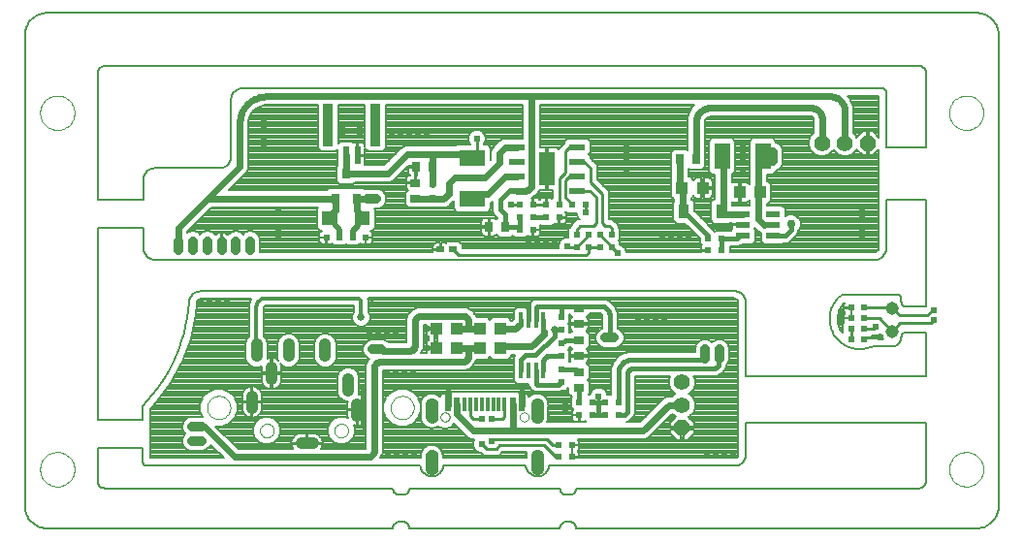
<source format=gtl>
G75*
G70*
%OFA0B0*%
%FSLAX24Y24*%
%IPPOS*%
%LPD*%
%AMOC8*
5,1,8,0,0,1.08239X$1,22.5*
%
%ADD10C,0.0050*%
%ADD11C,0.0000*%
%ADD12R,0.0197X0.0220*%
%ADD13R,0.0220X0.0197*%
%ADD14C,0.0450*%
%ADD15R,0.0236X0.0600*%
%ADD16R,0.0350X0.1450*%
%ADD17R,0.0394X0.0433*%
%ADD18R,0.0250X0.0197*%
%ADD19R,0.0472X0.0217*%
%ADD20R,0.0358X0.0480*%
%ADD21R,0.0551X0.0906*%
%ADD22R,0.0157X0.0551*%
%ADD23R,0.0354X0.0250*%
%ADD24R,0.0250X0.0354*%
%ADD25R,0.0315X0.0354*%
%ADD26R,0.0551X0.0236*%
%ADD27R,0.0551X0.1181*%
%ADD28R,0.0906X0.0551*%
%ADD29C,0.0400*%
%ADD30R,0.0050X0.0050*%
%ADD31R,0.0118X0.0450*%
%ADD32R,0.0236X0.0450*%
%ADD33C,0.0277*%
%ADD34C,0.0004*%
%ADD35C,0.0317*%
%ADD36C,0.0550*%
%ADD37OC8,0.0550*%
%ADD38C,0.0080*%
%ADD39C,0.0240*%
%ADD40C,0.0100*%
%ADD41C,0.0160*%
%ADD42C,0.0200*%
%ADD43C,0.0140*%
%ADD44C,0.0230*%
%ADD45C,0.0240*%
%ADD46C,0.0220*%
%ADD47C,0.0280*%
%ADD48C,0.0320*%
%ADD49C,0.0180*%
%ADD50C,0.0215*%
%ADD51C,0.0300*%
%ADD52C,0.0260*%
%ADD53C,0.0120*%
D10*
X001677Y000927D02*
X013576Y000927D01*
X013576Y000955D01*
X013580Y000983D01*
X013587Y001010D01*
X013598Y001036D01*
X013612Y001060D01*
X013629Y001082D01*
X013649Y001102D01*
X013671Y001119D01*
X013695Y001133D01*
X013721Y001144D01*
X013748Y001151D01*
X013776Y001155D01*
X013926Y001155D01*
X013954Y001151D01*
X013981Y001144D01*
X014007Y001133D01*
X014031Y001119D01*
X014053Y001102D01*
X014073Y001082D01*
X014090Y001060D01*
X014104Y001036D01*
X014115Y001010D01*
X014122Y000983D01*
X014126Y000955D01*
X014126Y000927D01*
X019313Y000927D01*
X019313Y000955D01*
X019317Y000983D01*
X019324Y001010D01*
X019335Y001036D01*
X019349Y001060D01*
X019366Y001082D01*
X019386Y001102D01*
X019408Y001119D01*
X019432Y001133D01*
X019458Y001144D01*
X019485Y001151D01*
X019513Y001155D01*
X019663Y001155D01*
X019663Y001156D02*
X019692Y001152D01*
X019719Y001145D01*
X019745Y001135D01*
X019770Y001121D01*
X019793Y001104D01*
X019813Y001084D01*
X019831Y001062D01*
X019845Y001037D01*
X019857Y001011D01*
X019864Y000984D01*
X019868Y000956D01*
X019869Y000928D01*
X019869Y000927D02*
X033631Y000927D01*
X033630Y000927D02*
X033684Y000929D01*
X033738Y000934D01*
X033791Y000943D01*
X033844Y000956D01*
X033895Y000973D01*
X033945Y000993D01*
X033993Y001017D01*
X034040Y001044D01*
X034085Y001075D01*
X034127Y001108D01*
X034167Y001145D01*
X034204Y001184D01*
X034238Y001226D01*
X034269Y001270D01*
X034297Y001316D01*
X034321Y001364D01*
X034342Y001414D01*
X034360Y001465D01*
X034374Y001517D01*
X034384Y001570D01*
X034390Y001624D01*
X034392Y001677D01*
X034392Y017896D01*
X034392Y017895D02*
X034390Y017949D01*
X034383Y018003D01*
X034373Y018056D01*
X034360Y018108D01*
X034342Y018159D01*
X034321Y018209D01*
X034297Y018257D01*
X034269Y018303D01*
X034237Y018347D01*
X034203Y018388D01*
X034166Y018427D01*
X034126Y018464D01*
X034084Y018497D01*
X034040Y018528D01*
X033993Y018555D01*
X033945Y018578D01*
X033895Y018599D01*
X033843Y018615D01*
X033791Y018628D01*
X033738Y018637D01*
X033684Y018643D01*
X033631Y018644D01*
X001677Y018644D01*
X001624Y018642D01*
X001570Y018637D01*
X001518Y018627D01*
X001466Y018614D01*
X001415Y018597D01*
X001366Y018577D01*
X001318Y018553D01*
X001272Y018526D01*
X001228Y018495D01*
X001186Y018462D01*
X001147Y018425D01*
X001111Y018386D01*
X001077Y018345D01*
X001046Y018301D01*
X001019Y018255D01*
X000995Y018207D01*
X000975Y018158D01*
X000958Y018107D01*
X000944Y018055D01*
X000935Y018003D01*
X000929Y017949D01*
X000927Y017896D01*
X000927Y001677D01*
X000929Y001623D01*
X000935Y001570D01*
X000944Y001518D01*
X000957Y001466D01*
X000974Y001415D01*
X000995Y001365D01*
X001019Y001318D01*
X001046Y001272D01*
X001077Y001228D01*
X001110Y001186D01*
X001147Y001147D01*
X001186Y001110D01*
X001228Y001077D01*
X001272Y001046D01*
X001318Y001019D01*
X001365Y000995D01*
X001415Y000974D01*
X001466Y000957D01*
X001518Y000944D01*
X001570Y000935D01*
X001623Y000929D01*
X001677Y000927D01*
X003677Y002305D02*
X013576Y002305D01*
X013576Y002277D01*
X013580Y002249D01*
X013587Y002222D01*
X013598Y002196D01*
X013612Y002172D01*
X013629Y002150D01*
X013649Y002130D01*
X013671Y002113D01*
X013695Y002099D01*
X013721Y002088D01*
X013748Y002081D01*
X013776Y002077D01*
X013926Y002077D01*
X013954Y002081D01*
X013981Y002088D01*
X014007Y002099D01*
X014031Y002113D01*
X014053Y002130D01*
X014073Y002150D01*
X014090Y002172D01*
X014104Y002196D01*
X014115Y002222D01*
X014122Y002249D01*
X014126Y002277D01*
X014126Y002305D01*
X019313Y002305D01*
X019313Y002277D01*
X019317Y002249D01*
X019324Y002222D01*
X019335Y002196D01*
X019349Y002172D01*
X019366Y002150D01*
X019386Y002130D01*
X019408Y002113D01*
X019432Y002099D01*
X019458Y002088D01*
X019485Y002081D01*
X019513Y002077D01*
X019663Y002077D01*
X019692Y002081D01*
X019719Y002088D01*
X019745Y002098D01*
X019770Y002112D01*
X019793Y002129D01*
X019813Y002149D01*
X019831Y002171D01*
X019845Y002196D01*
X019857Y002222D01*
X019864Y002249D01*
X019868Y002277D01*
X019869Y002305D01*
X031642Y002305D01*
X031672Y002307D01*
X031702Y002312D01*
X031731Y002321D01*
X031758Y002334D01*
X031784Y002349D01*
X031808Y002368D01*
X031829Y002389D01*
X031848Y002413D01*
X031863Y002439D01*
X031876Y002466D01*
X031885Y002495D01*
X031890Y002525D01*
X031892Y002555D01*
X031892Y004570D01*
X025710Y004570D01*
X025710Y003477D01*
X025708Y003438D01*
X025702Y003399D01*
X025693Y003361D01*
X025680Y003324D01*
X025663Y003288D01*
X025643Y003255D01*
X025619Y003223D01*
X025593Y003194D01*
X025564Y003168D01*
X025532Y003144D01*
X025499Y003124D01*
X025463Y003107D01*
X025426Y003094D01*
X025388Y003085D01*
X025349Y003079D01*
X025310Y003077D01*
X018928Y003077D01*
X018928Y003078D02*
X018923Y003039D01*
X018914Y003001D01*
X018901Y002964D01*
X018885Y002929D01*
X018865Y002895D01*
X018842Y002863D01*
X018816Y002834D01*
X018787Y002808D01*
X018756Y002785D01*
X018722Y002764D01*
X018687Y002748D01*
X018650Y002734D01*
X018613Y002725D01*
X018574Y002719D01*
X018535Y002717D01*
X018496Y002719D01*
X018457Y002725D01*
X018420Y002734D01*
X018383Y002748D01*
X018348Y002764D01*
X018314Y002785D01*
X018283Y002808D01*
X018254Y002834D01*
X018228Y002863D01*
X018205Y002895D01*
X018185Y002929D01*
X018169Y002964D01*
X018156Y003001D01*
X018147Y003039D01*
X018142Y003078D01*
X018141Y003077D02*
X015298Y003077D01*
X015298Y003078D02*
X015293Y003039D01*
X015284Y003001D01*
X015271Y002964D01*
X015255Y002929D01*
X015235Y002895D01*
X015212Y002863D01*
X015186Y002834D01*
X015157Y002808D01*
X015126Y002785D01*
X015092Y002764D01*
X015057Y002748D01*
X015020Y002734D01*
X014983Y002725D01*
X014944Y002719D01*
X014905Y002717D01*
X014866Y002719D01*
X014827Y002725D01*
X014790Y002734D01*
X014753Y002748D01*
X014718Y002764D01*
X014684Y002785D01*
X014653Y002808D01*
X014624Y002834D01*
X014598Y002863D01*
X014575Y002895D01*
X014555Y002929D01*
X014539Y002964D01*
X014526Y003001D01*
X014517Y003039D01*
X014512Y003078D01*
X014511Y003077D02*
X005110Y003077D01*
X005085Y003082D01*
X005062Y003091D01*
X005039Y003103D01*
X005019Y003118D01*
X005001Y003136D01*
X004986Y003156D01*
X004974Y003178D01*
X004965Y003202D01*
X004960Y003227D01*
X004958Y003252D01*
X004960Y003277D01*
X004960Y003683D01*
X003427Y003683D01*
X003427Y002527D01*
X003431Y002499D01*
X003438Y002471D01*
X003448Y002444D01*
X003461Y002419D01*
X003477Y002396D01*
X003496Y002374D01*
X003517Y002355D01*
X003541Y002339D01*
X003566Y002326D01*
X003593Y002316D01*
X003620Y002309D01*
X003648Y002305D01*
X003677Y002305D01*
X003427Y004671D02*
X004960Y004671D01*
X004960Y005127D01*
X003427Y004671D02*
X003427Y011245D01*
X004994Y011245D01*
X004994Y010564D01*
X004996Y010525D01*
X005002Y010486D01*
X005011Y010448D01*
X005024Y010411D01*
X005041Y010375D01*
X005061Y010342D01*
X005085Y010310D01*
X005111Y010281D01*
X005140Y010255D01*
X005172Y010231D01*
X005205Y010211D01*
X005241Y010194D01*
X005278Y010181D01*
X005316Y010172D01*
X005355Y010166D01*
X005394Y010164D01*
X030138Y010164D01*
X030177Y010166D01*
X030216Y010172D01*
X030254Y010181D01*
X030291Y010194D01*
X030327Y010211D01*
X030360Y010231D01*
X030392Y010255D01*
X030421Y010281D01*
X030447Y010310D01*
X030471Y010342D01*
X030491Y010375D01*
X030508Y010411D01*
X030521Y010448D01*
X030530Y010486D01*
X030536Y010525D01*
X030538Y010564D01*
X030538Y012220D01*
X031892Y012220D01*
X031892Y008560D01*
X031192Y008560D01*
X031169Y008564D01*
X031147Y008571D01*
X031126Y008581D01*
X031107Y008594D01*
X031090Y008610D01*
X031076Y008628D01*
X031064Y008648D01*
X031055Y008669D01*
X031049Y008691D01*
X031046Y008714D01*
X031047Y008737D01*
X031046Y008738D02*
X031046Y008800D01*
X031046Y008823D01*
X031042Y008846D01*
X031036Y008868D01*
X031026Y008889D01*
X031014Y008908D01*
X030999Y008925D01*
X030981Y008940D01*
X030962Y008953D01*
X030941Y008962D01*
X030919Y008968D01*
X030896Y008972D01*
X029019Y008972D01*
X028969Y008934D01*
X028921Y008893D01*
X028876Y008849D01*
X028834Y008803D01*
X028794Y008754D01*
X028758Y008702D01*
X028725Y008649D01*
X028695Y008594D01*
X028668Y008537D01*
X028645Y008478D01*
X028626Y008418D01*
X028610Y008357D01*
X028598Y008296D01*
X028589Y008233D01*
X028585Y008170D01*
X028584Y008108D01*
X028587Y008045D01*
X028594Y007982D01*
X028605Y007920D01*
X028619Y007859D01*
X028637Y007799D01*
X028659Y007740D01*
X028684Y007682D01*
X028713Y007626D01*
X028745Y007572D01*
X028780Y007520D01*
X028818Y007470D01*
X028859Y007422D01*
X028904Y007377D01*
X028950Y007335D01*
X028999Y007296D01*
X029051Y007260D01*
X029104Y007227D01*
X029160Y007197D01*
X029217Y007171D01*
X029275Y007148D01*
X029335Y007129D01*
X029396Y007113D01*
X029458Y007101D01*
X029520Y007093D01*
X029583Y007089D01*
X029646Y007088D01*
X029709Y007092D01*
X029771Y007099D01*
X029833Y007110D01*
X029895Y007124D01*
X029955Y007142D01*
X030014Y007164D01*
X030071Y007190D01*
X030731Y007190D01*
X030764Y007192D01*
X030797Y007198D01*
X030829Y007207D01*
X030860Y007219D01*
X030890Y007234D01*
X030918Y007253D01*
X030943Y007274D01*
X030966Y007298D01*
X030987Y007324D01*
X031005Y007352D01*
X031020Y007382D01*
X031031Y007413D01*
X031040Y007445D01*
X031045Y007478D01*
X031046Y007511D01*
X031047Y007511D02*
X031050Y007534D01*
X031057Y007556D01*
X031067Y007577D01*
X031080Y007597D01*
X031095Y007614D01*
X031113Y007629D01*
X031133Y007641D01*
X031154Y007651D01*
X031177Y007657D01*
X031200Y007660D01*
X031223Y007659D01*
X031223Y007660D02*
X031892Y007660D01*
X031892Y006158D01*
X025710Y006158D01*
X025710Y008677D01*
X025708Y008716D01*
X025702Y008755D01*
X025693Y008793D01*
X025680Y008830D01*
X025663Y008866D01*
X025643Y008899D01*
X025619Y008931D01*
X025593Y008960D01*
X025564Y008986D01*
X025532Y009010D01*
X025499Y009030D01*
X025463Y009047D01*
X025426Y009060D01*
X025388Y009069D01*
X025349Y009075D01*
X025310Y009077D01*
X006960Y009077D01*
X006921Y009075D01*
X006882Y009069D01*
X006844Y009060D01*
X006807Y009047D01*
X006771Y009030D01*
X006738Y009010D01*
X006706Y008986D01*
X006677Y008960D01*
X006651Y008931D01*
X006627Y008899D01*
X006607Y008866D01*
X006590Y008830D01*
X006577Y008793D01*
X006568Y008755D01*
X006562Y008716D01*
X006560Y008677D01*
X006534Y008413D01*
X006496Y008151D01*
X006446Y007891D01*
X006384Y007633D01*
X006310Y007379D01*
X006224Y007129D01*
X006126Y006882D01*
X006017Y006641D01*
X005897Y006404D01*
X005767Y006174D01*
X005625Y005950D01*
X005473Y005733D01*
X005312Y005523D01*
X005141Y005321D01*
X004960Y005127D01*
X004994Y012233D02*
X003427Y012233D01*
X003427Y016586D01*
X003429Y016616D01*
X003434Y016646D01*
X003443Y016675D01*
X003456Y016702D01*
X003471Y016728D01*
X003490Y016752D01*
X003511Y016773D01*
X003535Y016792D01*
X003561Y016807D01*
X003588Y016820D01*
X003617Y016829D01*
X003647Y016834D01*
X003677Y016836D01*
X031642Y016836D01*
X031672Y016834D01*
X031702Y016829D01*
X031731Y016820D01*
X031758Y016807D01*
X031784Y016792D01*
X031808Y016773D01*
X031829Y016752D01*
X031848Y016728D01*
X031863Y016702D01*
X031876Y016675D01*
X031885Y016646D01*
X031890Y016616D01*
X031892Y016586D01*
X031892Y014008D01*
X030538Y014008D01*
X030538Y015914D01*
X030536Y015937D01*
X030531Y015960D01*
X030522Y015982D01*
X030509Y016002D01*
X030494Y016020D01*
X030476Y016035D01*
X030456Y016048D01*
X030434Y016057D01*
X030411Y016062D01*
X030388Y016064D01*
X008410Y016064D01*
X008371Y016062D01*
X008332Y016056D01*
X008294Y016047D01*
X008257Y016034D01*
X008221Y016017D01*
X008188Y015997D01*
X008156Y015973D01*
X008127Y015947D01*
X008101Y015918D01*
X008077Y015886D01*
X008057Y015853D01*
X008040Y015817D01*
X008027Y015780D01*
X008018Y015742D01*
X008012Y015703D01*
X008010Y015664D01*
X008010Y013714D01*
X008008Y013675D01*
X008002Y013636D01*
X007993Y013598D01*
X007980Y013561D01*
X007963Y013525D01*
X007943Y013492D01*
X007919Y013460D01*
X007893Y013431D01*
X007864Y013405D01*
X007832Y013381D01*
X007799Y013361D01*
X007763Y013344D01*
X007726Y013331D01*
X007688Y013322D01*
X007649Y013316D01*
X007610Y013314D01*
X005394Y013314D01*
X005355Y013312D01*
X005316Y013306D01*
X005278Y013297D01*
X005241Y013284D01*
X005205Y013267D01*
X005172Y013247D01*
X005140Y013223D01*
X005111Y013197D01*
X005085Y013168D01*
X005061Y013136D01*
X005041Y013103D01*
X005024Y013067D01*
X005011Y013030D01*
X005002Y012992D01*
X004996Y012953D01*
X004994Y012914D01*
X004994Y012233D01*
D11*
X001440Y015215D02*
X001442Y015263D01*
X001448Y015311D01*
X001458Y015358D01*
X001471Y015404D01*
X001489Y015449D01*
X001509Y015493D01*
X001534Y015535D01*
X001562Y015574D01*
X001592Y015611D01*
X001626Y015645D01*
X001663Y015677D01*
X001701Y015706D01*
X001742Y015731D01*
X001785Y015753D01*
X001830Y015771D01*
X001876Y015785D01*
X001923Y015796D01*
X001971Y015803D01*
X002019Y015806D01*
X002067Y015805D01*
X002115Y015800D01*
X002163Y015791D01*
X002209Y015779D01*
X002254Y015762D01*
X002298Y015742D01*
X002340Y015719D01*
X002380Y015692D01*
X002418Y015662D01*
X002453Y015629D01*
X002485Y015593D01*
X002515Y015555D01*
X002541Y015514D01*
X002563Y015471D01*
X002583Y015427D01*
X002598Y015382D01*
X002610Y015335D01*
X002618Y015287D01*
X002622Y015239D01*
X002622Y015191D01*
X002618Y015143D01*
X002610Y015095D01*
X002598Y015048D01*
X002583Y015003D01*
X002563Y014959D01*
X002541Y014916D01*
X002515Y014875D01*
X002485Y014837D01*
X002453Y014801D01*
X002418Y014768D01*
X002380Y014738D01*
X002340Y014711D01*
X002298Y014688D01*
X002254Y014668D01*
X002209Y014651D01*
X002163Y014639D01*
X002115Y014630D01*
X002067Y014625D01*
X002019Y014624D01*
X001971Y014627D01*
X001923Y014634D01*
X001876Y014645D01*
X001830Y014659D01*
X001785Y014677D01*
X001742Y014699D01*
X001701Y014724D01*
X001663Y014753D01*
X001626Y014785D01*
X001592Y014819D01*
X001562Y014856D01*
X001534Y014895D01*
X001509Y014937D01*
X001489Y014981D01*
X001471Y015026D01*
X001458Y015072D01*
X001448Y015119D01*
X001442Y015167D01*
X001440Y015215D01*
X007182Y005080D02*
X007184Y005120D01*
X007190Y005159D01*
X007200Y005198D01*
X007213Y005235D01*
X007231Y005271D01*
X007252Y005305D01*
X007276Y005337D01*
X007303Y005366D01*
X007333Y005393D01*
X007365Y005416D01*
X007400Y005436D01*
X007436Y005452D01*
X007474Y005465D01*
X007513Y005474D01*
X007552Y005479D01*
X007592Y005480D01*
X007632Y005477D01*
X007671Y005470D01*
X007709Y005459D01*
X007747Y005445D01*
X007782Y005426D01*
X007815Y005405D01*
X007847Y005380D01*
X007875Y005352D01*
X007901Y005322D01*
X007923Y005289D01*
X007942Y005254D01*
X007958Y005217D01*
X007970Y005179D01*
X007978Y005140D01*
X007982Y005100D01*
X007982Y005060D01*
X007978Y005020D01*
X007970Y004981D01*
X007958Y004943D01*
X007942Y004906D01*
X007923Y004871D01*
X007901Y004838D01*
X007875Y004808D01*
X007847Y004780D01*
X007815Y004755D01*
X007782Y004734D01*
X007747Y004715D01*
X007709Y004701D01*
X007671Y004690D01*
X007632Y004683D01*
X007592Y004680D01*
X007552Y004681D01*
X007513Y004686D01*
X007474Y004695D01*
X007436Y004708D01*
X007400Y004724D01*
X007365Y004744D01*
X007333Y004767D01*
X007303Y004794D01*
X007276Y004823D01*
X007252Y004855D01*
X007231Y004889D01*
X007213Y004925D01*
X007200Y004962D01*
X007190Y005001D01*
X007184Y005040D01*
X007182Y005080D01*
X009001Y004288D02*
X009003Y004318D01*
X009009Y004348D01*
X009018Y004377D01*
X009031Y004404D01*
X009048Y004429D01*
X009067Y004452D01*
X009090Y004473D01*
X009115Y004490D01*
X009141Y004504D01*
X009170Y004514D01*
X009199Y004521D01*
X009229Y004524D01*
X009260Y004523D01*
X009290Y004518D01*
X009319Y004509D01*
X009346Y004497D01*
X009372Y004482D01*
X009396Y004463D01*
X009417Y004441D01*
X009435Y004417D01*
X009450Y004390D01*
X009461Y004362D01*
X009469Y004333D01*
X009473Y004303D01*
X009473Y004273D01*
X009469Y004243D01*
X009461Y004214D01*
X009450Y004186D01*
X009435Y004159D01*
X009417Y004135D01*
X009396Y004113D01*
X009372Y004094D01*
X009346Y004079D01*
X009319Y004067D01*
X009290Y004058D01*
X009260Y004053D01*
X009229Y004052D01*
X009199Y004055D01*
X009170Y004062D01*
X009141Y004072D01*
X009115Y004086D01*
X009090Y004103D01*
X009067Y004124D01*
X009048Y004147D01*
X009031Y004172D01*
X009018Y004199D01*
X009009Y004228D01*
X009003Y004258D01*
X009001Y004288D01*
X011560Y004288D02*
X011562Y004318D01*
X011568Y004348D01*
X011577Y004377D01*
X011590Y004404D01*
X011607Y004429D01*
X011626Y004452D01*
X011649Y004473D01*
X011674Y004490D01*
X011700Y004504D01*
X011729Y004514D01*
X011758Y004521D01*
X011788Y004524D01*
X011819Y004523D01*
X011849Y004518D01*
X011878Y004509D01*
X011905Y004497D01*
X011931Y004482D01*
X011955Y004463D01*
X011976Y004441D01*
X011994Y004417D01*
X012009Y004390D01*
X012020Y004362D01*
X012028Y004333D01*
X012032Y004303D01*
X012032Y004273D01*
X012028Y004243D01*
X012020Y004214D01*
X012009Y004186D01*
X011994Y004159D01*
X011976Y004135D01*
X011955Y004113D01*
X011931Y004094D01*
X011905Y004079D01*
X011878Y004067D01*
X011849Y004058D01*
X011819Y004053D01*
X011788Y004052D01*
X011758Y004055D01*
X011729Y004062D01*
X011700Y004072D01*
X011674Y004086D01*
X011649Y004103D01*
X011626Y004124D01*
X011607Y004147D01*
X011590Y004172D01*
X011577Y004199D01*
X011568Y004228D01*
X011562Y004258D01*
X011560Y004288D01*
X013487Y005080D02*
X013489Y005120D01*
X013495Y005159D01*
X013505Y005198D01*
X013518Y005235D01*
X013536Y005271D01*
X013557Y005305D01*
X013581Y005337D01*
X013608Y005366D01*
X013638Y005393D01*
X013670Y005416D01*
X013705Y005436D01*
X013741Y005452D01*
X013779Y005465D01*
X013818Y005474D01*
X013857Y005479D01*
X013897Y005480D01*
X013937Y005477D01*
X013976Y005470D01*
X014014Y005459D01*
X014052Y005445D01*
X014087Y005426D01*
X014120Y005405D01*
X014152Y005380D01*
X014180Y005352D01*
X014206Y005322D01*
X014228Y005289D01*
X014247Y005254D01*
X014263Y005217D01*
X014275Y005179D01*
X014283Y005140D01*
X014287Y005100D01*
X014287Y005060D01*
X014283Y005020D01*
X014275Y004981D01*
X014263Y004943D01*
X014247Y004906D01*
X014228Y004871D01*
X014206Y004838D01*
X014180Y004808D01*
X014152Y004780D01*
X014120Y004755D01*
X014087Y004734D01*
X014052Y004715D01*
X014014Y004701D01*
X013976Y004690D01*
X013937Y004683D01*
X013897Y004680D01*
X013857Y004681D01*
X013818Y004686D01*
X013779Y004695D01*
X013741Y004708D01*
X013705Y004724D01*
X013670Y004744D01*
X013638Y004767D01*
X013608Y004794D01*
X013581Y004823D01*
X013557Y004855D01*
X013536Y004889D01*
X013518Y004925D01*
X013505Y004962D01*
X013495Y005001D01*
X013489Y005040D01*
X013487Y005080D01*
X015204Y004757D02*
X015206Y004782D01*
X015212Y004806D01*
X015221Y004828D01*
X015234Y004849D01*
X015250Y004868D01*
X015269Y004884D01*
X015290Y004897D01*
X015312Y004906D01*
X015336Y004912D01*
X015361Y004914D01*
X015386Y004912D01*
X015410Y004906D01*
X015432Y004897D01*
X015453Y004884D01*
X015472Y004868D01*
X015488Y004849D01*
X015501Y004828D01*
X015510Y004806D01*
X015516Y004782D01*
X015518Y004757D01*
X015516Y004732D01*
X015510Y004708D01*
X015501Y004686D01*
X015488Y004665D01*
X015472Y004646D01*
X015453Y004630D01*
X015432Y004617D01*
X015410Y004608D01*
X015386Y004602D01*
X015361Y004600D01*
X015336Y004602D01*
X015312Y004608D01*
X015290Y004617D01*
X015269Y004630D01*
X015250Y004646D01*
X015234Y004665D01*
X015221Y004686D01*
X015212Y004708D01*
X015206Y004732D01*
X015204Y004757D01*
X017921Y004757D02*
X017923Y004782D01*
X017929Y004806D01*
X017938Y004828D01*
X017951Y004849D01*
X017967Y004868D01*
X017986Y004884D01*
X018007Y004897D01*
X018029Y004906D01*
X018053Y004912D01*
X018078Y004914D01*
X018103Y004912D01*
X018127Y004906D01*
X018149Y004897D01*
X018170Y004884D01*
X018189Y004868D01*
X018205Y004849D01*
X018218Y004828D01*
X018227Y004806D01*
X018233Y004782D01*
X018235Y004757D01*
X018233Y004732D01*
X018227Y004708D01*
X018218Y004686D01*
X018205Y004665D01*
X018189Y004646D01*
X018170Y004630D01*
X018149Y004617D01*
X018127Y004608D01*
X018103Y004602D01*
X018078Y004600D01*
X018053Y004602D01*
X018029Y004608D01*
X018007Y004617D01*
X017986Y004630D01*
X017967Y004646D01*
X017951Y004665D01*
X017938Y004686D01*
X017929Y004708D01*
X017923Y004732D01*
X017921Y004757D01*
X032687Y002959D02*
X032689Y003007D01*
X032695Y003055D01*
X032705Y003102D01*
X032718Y003148D01*
X032736Y003193D01*
X032756Y003237D01*
X032781Y003279D01*
X032809Y003318D01*
X032839Y003355D01*
X032873Y003389D01*
X032910Y003421D01*
X032948Y003450D01*
X032989Y003475D01*
X033032Y003497D01*
X033077Y003515D01*
X033123Y003529D01*
X033170Y003540D01*
X033218Y003547D01*
X033266Y003550D01*
X033314Y003549D01*
X033362Y003544D01*
X033410Y003535D01*
X033456Y003523D01*
X033501Y003506D01*
X033545Y003486D01*
X033587Y003463D01*
X033627Y003436D01*
X033665Y003406D01*
X033700Y003373D01*
X033732Y003337D01*
X033762Y003299D01*
X033788Y003258D01*
X033810Y003215D01*
X033830Y003171D01*
X033845Y003126D01*
X033857Y003079D01*
X033865Y003031D01*
X033869Y002983D01*
X033869Y002935D01*
X033865Y002887D01*
X033857Y002839D01*
X033845Y002792D01*
X033830Y002747D01*
X033810Y002703D01*
X033788Y002660D01*
X033762Y002619D01*
X033732Y002581D01*
X033700Y002545D01*
X033665Y002512D01*
X033627Y002482D01*
X033587Y002455D01*
X033545Y002432D01*
X033501Y002412D01*
X033456Y002395D01*
X033410Y002383D01*
X033362Y002374D01*
X033314Y002369D01*
X033266Y002368D01*
X033218Y002371D01*
X033170Y002378D01*
X033123Y002389D01*
X033077Y002403D01*
X033032Y002421D01*
X032989Y002443D01*
X032948Y002468D01*
X032910Y002497D01*
X032873Y002529D01*
X032839Y002563D01*
X032809Y002600D01*
X032781Y002639D01*
X032756Y002681D01*
X032736Y002725D01*
X032718Y002770D01*
X032705Y002816D01*
X032695Y002863D01*
X032689Y002911D01*
X032687Y002959D01*
X032687Y015215D02*
X032689Y015263D01*
X032695Y015311D01*
X032705Y015358D01*
X032718Y015404D01*
X032736Y015449D01*
X032756Y015493D01*
X032781Y015535D01*
X032809Y015574D01*
X032839Y015611D01*
X032873Y015645D01*
X032910Y015677D01*
X032948Y015706D01*
X032989Y015731D01*
X033032Y015753D01*
X033077Y015771D01*
X033123Y015785D01*
X033170Y015796D01*
X033218Y015803D01*
X033266Y015806D01*
X033314Y015805D01*
X033362Y015800D01*
X033410Y015791D01*
X033456Y015779D01*
X033501Y015762D01*
X033545Y015742D01*
X033587Y015719D01*
X033627Y015692D01*
X033665Y015662D01*
X033700Y015629D01*
X033732Y015593D01*
X033762Y015555D01*
X033788Y015514D01*
X033810Y015471D01*
X033830Y015427D01*
X033845Y015382D01*
X033857Y015335D01*
X033865Y015287D01*
X033869Y015239D01*
X033869Y015191D01*
X033865Y015143D01*
X033857Y015095D01*
X033845Y015048D01*
X033830Y015003D01*
X033810Y014959D01*
X033788Y014916D01*
X033762Y014875D01*
X033732Y014837D01*
X033700Y014801D01*
X033665Y014768D01*
X033627Y014738D01*
X033587Y014711D01*
X033545Y014688D01*
X033501Y014668D01*
X033456Y014651D01*
X033410Y014639D01*
X033362Y014630D01*
X033314Y014625D01*
X033266Y014624D01*
X033218Y014627D01*
X033170Y014634D01*
X033123Y014645D01*
X033077Y014659D01*
X033032Y014677D01*
X032989Y014699D01*
X032948Y014724D01*
X032910Y014753D01*
X032873Y014785D01*
X032839Y014819D01*
X032809Y014856D01*
X032781Y014895D01*
X032756Y014937D01*
X032736Y014981D01*
X032718Y015026D01*
X032705Y015072D01*
X032695Y015119D01*
X032689Y015167D01*
X032687Y015215D01*
X001440Y002959D02*
X001442Y003007D01*
X001448Y003055D01*
X001458Y003102D01*
X001471Y003148D01*
X001489Y003193D01*
X001509Y003237D01*
X001534Y003279D01*
X001562Y003318D01*
X001592Y003355D01*
X001626Y003389D01*
X001663Y003421D01*
X001701Y003450D01*
X001742Y003475D01*
X001785Y003497D01*
X001830Y003515D01*
X001876Y003529D01*
X001923Y003540D01*
X001971Y003547D01*
X002019Y003550D01*
X002067Y003549D01*
X002115Y003544D01*
X002163Y003535D01*
X002209Y003523D01*
X002254Y003506D01*
X002298Y003486D01*
X002340Y003463D01*
X002380Y003436D01*
X002418Y003406D01*
X002453Y003373D01*
X002485Y003337D01*
X002515Y003299D01*
X002541Y003258D01*
X002563Y003215D01*
X002583Y003171D01*
X002598Y003126D01*
X002610Y003079D01*
X002618Y003031D01*
X002622Y002983D01*
X002622Y002935D01*
X002618Y002887D01*
X002610Y002839D01*
X002598Y002792D01*
X002583Y002747D01*
X002563Y002703D01*
X002541Y002660D01*
X002515Y002619D01*
X002485Y002581D01*
X002453Y002545D01*
X002418Y002512D01*
X002380Y002482D01*
X002340Y002455D01*
X002298Y002432D01*
X002254Y002412D01*
X002209Y002395D01*
X002163Y002383D01*
X002115Y002374D01*
X002067Y002369D01*
X002019Y002368D01*
X001971Y002371D01*
X001923Y002378D01*
X001876Y002389D01*
X001830Y002403D01*
X001785Y002421D01*
X001742Y002443D01*
X001701Y002468D01*
X001663Y002497D01*
X001626Y002529D01*
X001592Y002563D01*
X001562Y002600D01*
X001534Y002639D01*
X001509Y002681D01*
X001489Y002725D01*
X001471Y002770D01*
X001458Y002816D01*
X001448Y002863D01*
X001442Y002911D01*
X001440Y002959D01*
D12*
X014944Y012305D03*
X014944Y012752D03*
X019884Y011038D03*
X020284Y011038D03*
X020684Y011038D03*
X021084Y011038D03*
X021084Y010592D03*
X020684Y010592D03*
X020284Y010592D03*
X019884Y010592D03*
X019358Y008195D03*
X019358Y007749D03*
X019358Y007295D03*
X019358Y006849D03*
X019358Y006405D03*
X019358Y005958D03*
D13*
X019974Y005249D03*
X020421Y005249D03*
X020421Y004823D03*
X019974Y004823D03*
X020868Y004823D03*
X021315Y004823D03*
X021315Y005249D03*
X020868Y005249D03*
X019724Y003789D03*
X019278Y003789D03*
X019278Y003379D03*
X019724Y003379D03*
X029323Y007432D03*
X029770Y007432D03*
X029770Y007792D03*
X029323Y007792D03*
X029323Y008152D03*
X029770Y008152D03*
X029770Y008512D03*
X029323Y008512D03*
X024859Y010477D03*
X024412Y010477D03*
X024412Y010888D03*
X024859Y010888D03*
X020189Y012047D03*
X019742Y012047D03*
X019289Y012047D03*
X018842Y012047D03*
X018389Y012047D03*
X018389Y011616D03*
X018842Y011616D03*
X019289Y011616D03*
X018389Y011190D03*
X017942Y011190D03*
X017942Y011616D03*
X017942Y012047D03*
X012628Y010927D03*
X012182Y010927D03*
X011728Y010927D03*
X011282Y010927D03*
D14*
X030746Y008502D03*
X030746Y007702D03*
D15*
X012353Y013747D03*
X011959Y013747D03*
D16*
X011347Y014792D03*
X012964Y014792D03*
D17*
X023509Y012627D03*
X024219Y012627D03*
X025493Y012477D03*
X026203Y012477D03*
X017262Y007780D03*
X016553Y007780D03*
X015762Y007781D03*
X015053Y007781D03*
X015053Y007130D03*
X015762Y007130D03*
X016553Y007130D03*
X017262Y007130D03*
D18*
X015645Y010512D03*
X015205Y010512D03*
D19*
X025610Y010988D03*
X025610Y011362D03*
X025610Y011736D03*
X026634Y011736D03*
X026634Y011362D03*
X026634Y010988D03*
D20*
X024859Y011827D03*
X023569Y011827D03*
X012600Y011577D03*
X011310Y011577D03*
D21*
X024887Y013712D03*
X026284Y013712D03*
D22*
X018742Y008080D03*
X018486Y008080D03*
X018230Y008080D03*
X017974Y008080D03*
X017974Y006347D03*
X018230Y006347D03*
X018486Y006347D03*
X018742Y006347D03*
D23*
X019970Y006301D03*
X019970Y005754D03*
X019972Y006854D03*
X019972Y007401D03*
X019972Y007954D03*
X019972Y008501D03*
X014341Y012255D03*
X014341Y012802D03*
D24*
X014369Y013355D03*
X014915Y013355D03*
X016872Y011289D03*
X017418Y011289D03*
X023441Y013612D03*
X023988Y013612D03*
D25*
X012329Y012254D03*
X011581Y012254D03*
X011955Y013110D03*
D26*
X017822Y013038D03*
X017822Y012538D03*
X017822Y013538D03*
X017822Y014038D03*
X019909Y014038D03*
X019909Y013538D03*
X019909Y013038D03*
X019909Y012538D03*
D27*
X018866Y013288D03*
D28*
X016292Y013660D03*
X016292Y012262D03*
D29*
X011245Y007244D02*
X011245Y006844D01*
X009985Y006844D02*
X009985Y007244D01*
X008883Y007244D02*
X008883Y006844D01*
X009395Y006457D02*
X009395Y006057D01*
X008725Y005473D02*
X008725Y005073D01*
X010415Y003855D02*
X010815Y003855D01*
X012347Y004797D02*
X012347Y005197D01*
X012033Y005663D02*
X012033Y006063D01*
D30*
X010615Y004011D03*
X006727Y003931D03*
X006205Y010746D03*
X023610Y005951D03*
X024297Y007027D03*
X028319Y014268D03*
D31*
X017409Y005203D03*
X017212Y005203D03*
X017015Y005203D03*
X016818Y005203D03*
X016621Y005203D03*
X016424Y005203D03*
X016228Y005203D03*
X016031Y005203D03*
D32*
X015755Y005203D03*
X015450Y005203D03*
X017684Y005203D03*
X017989Y005203D03*
D33*
X018535Y004978D03*
X018535Y003206D03*
X014905Y003206D03*
X014905Y004978D03*
D34*
X014708Y004978D02*
X015102Y004978D01*
X015102Y004976D02*
X014708Y004976D01*
X014708Y004973D02*
X015102Y004973D01*
X015102Y004971D02*
X014708Y004971D01*
X014708Y004968D02*
X015102Y004968D01*
X015102Y004966D02*
X014708Y004966D01*
X014708Y004963D02*
X015102Y004963D01*
X015102Y004961D02*
X014708Y004961D01*
X014708Y004959D02*
X015102Y004959D01*
X015102Y004956D02*
X014708Y004956D01*
X014708Y004954D02*
X015102Y004954D01*
X015102Y004951D02*
X014708Y004951D01*
X014708Y004949D02*
X015102Y004949D01*
X015102Y004946D02*
X014708Y004946D01*
X014708Y004944D02*
X015102Y004944D01*
X015102Y004942D02*
X014708Y004942D01*
X014708Y004939D02*
X015102Y004939D01*
X015102Y004937D02*
X014708Y004937D01*
X014708Y004934D02*
X015102Y004934D01*
X015102Y004932D02*
X014708Y004932D01*
X014708Y004929D02*
X015102Y004929D01*
X015102Y004927D02*
X014708Y004927D01*
X014708Y004924D02*
X015102Y004924D01*
X015102Y004922D02*
X014708Y004922D01*
X014708Y004920D02*
X015102Y004920D01*
X015102Y004917D02*
X014708Y004917D01*
X014708Y004915D02*
X015102Y004915D01*
X015102Y004912D02*
X014708Y004912D01*
X014708Y004910D02*
X015102Y004910D01*
X015102Y004907D02*
X014708Y004907D01*
X014708Y004905D02*
X015102Y004905D01*
X015102Y004903D02*
X014708Y004903D01*
X014708Y004900D02*
X015102Y004900D01*
X015102Y004898D02*
X014708Y004898D01*
X014708Y004895D02*
X015102Y004895D01*
X015102Y004893D02*
X014708Y004893D01*
X014708Y004890D02*
X015102Y004890D01*
X015102Y004888D02*
X014708Y004888D01*
X014708Y004886D02*
X015102Y004886D01*
X015102Y004883D02*
X014708Y004883D01*
X014708Y004881D02*
X015102Y004881D01*
X015102Y004878D02*
X014708Y004878D01*
X014708Y004876D02*
X015102Y004876D01*
X015102Y004873D02*
X014708Y004873D01*
X014708Y004871D02*
X015102Y004871D01*
X015102Y004868D02*
X014708Y004868D01*
X014708Y004866D02*
X015102Y004866D01*
X015102Y004864D02*
X014708Y004864D01*
X014708Y004861D02*
X015102Y004861D01*
X015102Y004859D02*
X014708Y004859D01*
X014708Y004856D02*
X015102Y004856D01*
X015102Y004854D02*
X014708Y004854D01*
X014708Y004851D02*
X015102Y004851D01*
X015102Y004849D02*
X014708Y004849D01*
X014708Y004847D02*
X015102Y004847D01*
X015102Y004844D02*
X014708Y004844D01*
X014708Y004842D02*
X015102Y004842D01*
X015102Y004839D02*
X014708Y004839D01*
X014708Y004837D02*
X015102Y004837D01*
X015102Y004834D02*
X014708Y004834D01*
X014708Y004832D02*
X015102Y004832D01*
X015102Y004829D02*
X014708Y004829D01*
X014708Y004827D02*
X015102Y004827D01*
X015102Y004825D02*
X014708Y004825D01*
X014708Y004822D02*
X015102Y004822D01*
X015102Y004820D02*
X014708Y004820D01*
X014708Y004817D02*
X015102Y004817D01*
X015102Y004815D02*
X014708Y004815D01*
X014708Y004812D02*
X015102Y004812D01*
X015102Y004810D02*
X014708Y004810D01*
X014708Y004808D02*
X015102Y004808D01*
X015102Y004805D02*
X014708Y004805D01*
X014708Y004803D02*
X015102Y004803D01*
X015102Y004800D02*
X014708Y004800D01*
X014708Y004798D02*
X015102Y004798D01*
X015102Y004795D02*
X014708Y004795D01*
X014708Y004793D02*
X015102Y004793D01*
X015102Y004790D02*
X014708Y004790D01*
X014708Y004788D02*
X015102Y004788D01*
X015102Y004786D02*
X014708Y004786D01*
X014708Y004783D02*
X015102Y004783D01*
X015102Y004781D02*
X014708Y004781D01*
X014708Y004778D02*
X015102Y004778D01*
X015102Y004776D02*
X014708Y004776D01*
X014708Y004773D02*
X015102Y004773D01*
X015102Y004771D02*
X014708Y004771D01*
X014708Y004769D02*
X015102Y004769D01*
X015102Y004766D02*
X014708Y004766D01*
X014708Y004764D02*
X015102Y004764D01*
X015102Y004761D02*
X015097Y004717D01*
X014713Y004717D01*
X014708Y004761D01*
X015102Y004761D01*
X015102Y005194D01*
X015097Y005238D01*
X015082Y005280D01*
X015059Y005317D01*
X014751Y005317D01*
X014782Y005348D01*
X014819Y005372D01*
X014861Y005386D01*
X014905Y005391D01*
X014949Y005386D01*
X014990Y005372D01*
X015027Y005348D01*
X015059Y005317D01*
X015060Y005314D02*
X014749Y005314D01*
X014748Y005312D02*
X015062Y005312D01*
X015063Y005310D02*
X014746Y005310D01*
X014745Y005307D02*
X015065Y005307D01*
X015066Y005305D02*
X014743Y005305D01*
X014742Y005302D02*
X015068Y005302D01*
X015069Y005300D02*
X014740Y005300D01*
X014738Y005297D02*
X015071Y005297D01*
X015073Y005295D02*
X014737Y005295D01*
X014735Y005293D02*
X015074Y005293D01*
X015076Y005290D02*
X014734Y005290D01*
X014732Y005288D02*
X015077Y005288D01*
X015079Y005285D02*
X014731Y005285D01*
X014729Y005283D02*
X015080Y005283D01*
X015082Y005280D02*
X014728Y005280D01*
X014727Y005280D02*
X014751Y005317D01*
X014753Y005319D02*
X015056Y005319D01*
X015054Y005322D02*
X014756Y005322D01*
X014758Y005324D02*
X015051Y005324D01*
X015049Y005327D02*
X014760Y005327D01*
X014763Y005329D02*
X015047Y005329D01*
X015044Y005332D02*
X014765Y005332D01*
X014768Y005334D02*
X015042Y005334D01*
X015039Y005336D02*
X014770Y005336D01*
X014773Y005339D02*
X015037Y005339D01*
X015034Y005341D02*
X014775Y005341D01*
X014777Y005344D02*
X015032Y005344D01*
X015030Y005346D02*
X014780Y005346D01*
X014783Y005349D02*
X015027Y005349D01*
X015023Y005351D02*
X014786Y005351D01*
X014790Y005353D02*
X015019Y005353D01*
X015015Y005356D02*
X014794Y005356D01*
X014798Y005358D02*
X015011Y005358D01*
X015008Y005361D02*
X014802Y005361D01*
X014806Y005363D02*
X015004Y005363D01*
X015000Y005366D02*
X014810Y005366D01*
X014814Y005368D02*
X014996Y005368D01*
X014992Y005371D02*
X014817Y005371D01*
X014823Y005373D02*
X014987Y005373D01*
X014980Y005375D02*
X014830Y005375D01*
X014837Y005378D02*
X014973Y005378D01*
X014966Y005380D02*
X014844Y005380D01*
X014851Y005383D02*
X014959Y005383D01*
X014952Y005385D02*
X014858Y005385D01*
X014873Y005388D02*
X014937Y005388D01*
X014915Y005390D02*
X014894Y005390D01*
X014727Y005280D02*
X014713Y005238D01*
X014708Y005194D01*
X014708Y004761D01*
X014708Y004759D02*
X015101Y004759D01*
X015101Y004756D02*
X014708Y004756D01*
X014709Y004754D02*
X015101Y004754D01*
X015100Y004751D02*
X014709Y004751D01*
X014709Y004749D02*
X015100Y004749D01*
X015100Y004747D02*
X014710Y004747D01*
X014710Y004744D02*
X015100Y004744D01*
X015099Y004742D02*
X014710Y004742D01*
X014710Y004739D02*
X015099Y004739D01*
X015099Y004737D02*
X014711Y004737D01*
X014711Y004734D02*
X015099Y004734D01*
X015098Y004732D02*
X014711Y004732D01*
X014711Y004730D02*
X015098Y004730D01*
X015098Y004727D02*
X014712Y004727D01*
X014712Y004725D02*
X015097Y004725D01*
X015097Y004722D02*
X014712Y004722D01*
X014713Y004720D02*
X015097Y004720D01*
X015097Y004717D02*
X015082Y004676D01*
X014727Y004676D01*
X014713Y004717D01*
X014714Y004715D02*
X015096Y004715D01*
X015095Y004712D02*
X014715Y004712D01*
X014715Y004710D02*
X015094Y004710D01*
X015093Y004708D02*
X014716Y004708D01*
X014717Y004705D02*
X015092Y004705D01*
X015091Y004703D02*
X014718Y004703D01*
X014719Y004700D02*
X015091Y004700D01*
X015090Y004698D02*
X014720Y004698D01*
X014721Y004695D02*
X015089Y004695D01*
X015088Y004693D02*
X014721Y004693D01*
X014722Y004691D02*
X015087Y004691D01*
X015086Y004688D02*
X014723Y004688D01*
X014724Y004686D02*
X015086Y004686D01*
X015085Y004683D02*
X014725Y004683D01*
X014726Y004681D02*
X015084Y004681D01*
X015083Y004678D02*
X014726Y004678D01*
X014727Y004676D02*
X014751Y004639D01*
X014782Y004607D01*
X014819Y004584D01*
X014861Y004569D01*
X014905Y004564D01*
X014949Y004569D01*
X014990Y004584D01*
X015027Y004607D01*
X015059Y004639D01*
X014750Y004639D01*
X014749Y004642D02*
X015061Y004642D01*
X015062Y004644D02*
X014747Y004644D01*
X014746Y004647D02*
X015064Y004647D01*
X015065Y004649D02*
X014744Y004649D01*
X014743Y004652D02*
X015067Y004652D01*
X015068Y004654D02*
X014741Y004654D01*
X014740Y004656D02*
X015070Y004656D01*
X015071Y004659D02*
X014738Y004659D01*
X014737Y004661D02*
X015073Y004661D01*
X015074Y004664D02*
X014735Y004664D01*
X014733Y004666D02*
X015076Y004666D01*
X015078Y004669D02*
X014732Y004669D01*
X014730Y004671D02*
X015079Y004671D01*
X015081Y004673D02*
X014729Y004673D01*
X014752Y004637D02*
X015057Y004637D01*
X015059Y004639D02*
X015082Y004676D01*
X015055Y004634D02*
X014755Y004634D01*
X014757Y004632D02*
X015052Y004632D01*
X015050Y004630D02*
X014760Y004630D01*
X014762Y004627D02*
X015047Y004627D01*
X015045Y004625D02*
X014765Y004625D01*
X014767Y004622D02*
X015042Y004622D01*
X015040Y004620D02*
X014770Y004620D01*
X014772Y004617D02*
X015038Y004617D01*
X015035Y004615D02*
X014774Y004615D01*
X014777Y004613D02*
X015033Y004613D01*
X015030Y004610D02*
X014779Y004610D01*
X014782Y004608D02*
X015028Y004608D01*
X015024Y004605D02*
X014785Y004605D01*
X014789Y004603D02*
X015020Y004603D01*
X015016Y004600D02*
X014793Y004600D01*
X014797Y004598D02*
X015012Y004598D01*
X015009Y004595D02*
X014801Y004595D01*
X014805Y004593D02*
X015005Y004593D01*
X015001Y004591D02*
X014809Y004591D01*
X014813Y004588D02*
X014997Y004588D01*
X014993Y004586D02*
X014816Y004586D01*
X014821Y004583D02*
X014988Y004583D01*
X014981Y004581D02*
X014828Y004581D01*
X014835Y004578D02*
X014974Y004578D01*
X014967Y004576D02*
X014842Y004576D01*
X014849Y004574D02*
X014960Y004574D01*
X014954Y004571D02*
X014856Y004571D01*
X014867Y004569D02*
X014942Y004569D01*
X014921Y004566D02*
X014889Y004566D01*
X014708Y004981D02*
X015102Y004981D01*
X015102Y004983D02*
X014708Y004983D01*
X014708Y004985D02*
X015102Y004985D01*
X015102Y004988D02*
X014708Y004988D01*
X014708Y004990D02*
X015102Y004990D01*
X015102Y004993D02*
X014708Y004993D01*
X014708Y004995D02*
X015102Y004995D01*
X015102Y004998D02*
X014708Y004998D01*
X014708Y005000D02*
X015102Y005000D01*
X015102Y005002D02*
X014708Y005002D01*
X014708Y005005D02*
X015102Y005005D01*
X015102Y005007D02*
X014708Y005007D01*
X014708Y005010D02*
X015102Y005010D01*
X015102Y005012D02*
X014708Y005012D01*
X014708Y005015D02*
X015102Y005015D01*
X015102Y005017D02*
X014708Y005017D01*
X014708Y005020D02*
X015102Y005020D01*
X015102Y005022D02*
X014708Y005022D01*
X014708Y005024D02*
X015102Y005024D01*
X015102Y005027D02*
X014708Y005027D01*
X014708Y005029D02*
X015102Y005029D01*
X015102Y005032D02*
X014708Y005032D01*
X014708Y005034D02*
X015102Y005034D01*
X015102Y005037D02*
X014708Y005037D01*
X014708Y005039D02*
X015102Y005039D01*
X015102Y005041D02*
X014708Y005041D01*
X014708Y005044D02*
X015102Y005044D01*
X015102Y005046D02*
X014708Y005046D01*
X014708Y005049D02*
X015102Y005049D01*
X015102Y005051D02*
X014708Y005051D01*
X014708Y005054D02*
X015102Y005054D01*
X015102Y005056D02*
X014708Y005056D01*
X014708Y005059D02*
X015102Y005059D01*
X015102Y005061D02*
X014708Y005061D01*
X014708Y005063D02*
X015102Y005063D01*
X015102Y005066D02*
X014708Y005066D01*
X014708Y005068D02*
X015102Y005068D01*
X015102Y005071D02*
X014708Y005071D01*
X014708Y005073D02*
X015102Y005073D01*
X015102Y005076D02*
X014708Y005076D01*
X014708Y005078D02*
X015102Y005078D01*
X015102Y005080D02*
X014708Y005080D01*
X014708Y005083D02*
X015102Y005083D01*
X015102Y005085D02*
X014708Y005085D01*
X014708Y005088D02*
X015102Y005088D01*
X015102Y005090D02*
X014708Y005090D01*
X014708Y005093D02*
X015102Y005093D01*
X015102Y005095D02*
X014708Y005095D01*
X014708Y005098D02*
X015102Y005098D01*
X015102Y005100D02*
X014708Y005100D01*
X014708Y005102D02*
X015102Y005102D01*
X015102Y005105D02*
X014708Y005105D01*
X014708Y005107D02*
X015102Y005107D01*
X015102Y005110D02*
X014708Y005110D01*
X014708Y005112D02*
X015102Y005112D01*
X015102Y005115D02*
X014708Y005115D01*
X014708Y005117D02*
X015102Y005117D01*
X015102Y005119D02*
X014708Y005119D01*
X014708Y005122D02*
X015102Y005122D01*
X015102Y005124D02*
X014708Y005124D01*
X014708Y005127D02*
X015102Y005127D01*
X015102Y005129D02*
X014708Y005129D01*
X014708Y005132D02*
X015102Y005132D01*
X015102Y005134D02*
X014708Y005134D01*
X014708Y005137D02*
X015102Y005137D01*
X015102Y005139D02*
X014708Y005139D01*
X014708Y005141D02*
X015102Y005141D01*
X015102Y005144D02*
X014708Y005144D01*
X014708Y005146D02*
X015102Y005146D01*
X015102Y005149D02*
X014708Y005149D01*
X014708Y005151D02*
X015102Y005151D01*
X015102Y005154D02*
X014708Y005154D01*
X014708Y005156D02*
X015102Y005156D01*
X015102Y005158D02*
X014708Y005158D01*
X014708Y005161D02*
X015102Y005161D01*
X015102Y005163D02*
X014708Y005163D01*
X014708Y005166D02*
X015102Y005166D01*
X015102Y005168D02*
X014708Y005168D01*
X014708Y005171D02*
X015102Y005171D01*
X015102Y005173D02*
X014708Y005173D01*
X014708Y005176D02*
X015102Y005176D01*
X015102Y005178D02*
X014708Y005178D01*
X014708Y005180D02*
X015102Y005180D01*
X015102Y005183D02*
X014708Y005183D01*
X014708Y005185D02*
X015102Y005185D01*
X015102Y005188D02*
X014708Y005188D01*
X014708Y005190D02*
X015102Y005190D01*
X015102Y005193D02*
X014708Y005193D01*
X014708Y005195D02*
X015101Y005195D01*
X015101Y005197D02*
X014708Y005197D01*
X014709Y005200D02*
X015101Y005200D01*
X015101Y005202D02*
X014709Y005202D01*
X014709Y005205D02*
X015100Y005205D01*
X015100Y005207D02*
X014709Y005207D01*
X014710Y005210D02*
X015100Y005210D01*
X015100Y005212D02*
X014710Y005212D01*
X014710Y005215D02*
X015099Y005215D01*
X015099Y005217D02*
X014710Y005217D01*
X014711Y005219D02*
X015099Y005219D01*
X015098Y005222D02*
X014711Y005222D01*
X014711Y005224D02*
X015098Y005224D01*
X015098Y005227D02*
X014712Y005227D01*
X014712Y005229D02*
X015098Y005229D01*
X015097Y005232D02*
X014712Y005232D01*
X014712Y005234D02*
X015097Y005234D01*
X015097Y005236D02*
X014713Y005236D01*
X014713Y005239D02*
X015096Y005239D01*
X015096Y005241D02*
X014714Y005241D01*
X014715Y005244D02*
X015095Y005244D01*
X015094Y005246D02*
X014716Y005246D01*
X014716Y005249D02*
X015093Y005249D01*
X015092Y005251D02*
X014717Y005251D01*
X014718Y005254D02*
X015091Y005254D01*
X015090Y005256D02*
X014719Y005256D01*
X014720Y005258D02*
X015090Y005258D01*
X015089Y005261D02*
X014721Y005261D01*
X014722Y005263D02*
X015088Y005263D01*
X015087Y005266D02*
X014722Y005266D01*
X014723Y005268D02*
X015086Y005268D01*
X015085Y005271D02*
X014724Y005271D01*
X014725Y005273D02*
X015084Y005273D01*
X015084Y005275D02*
X014726Y005275D01*
X014727Y005278D02*
X015083Y005278D01*
X014905Y003620D02*
X014949Y003615D01*
X014990Y003600D01*
X015027Y003577D01*
X014782Y003577D01*
X014819Y003600D01*
X014861Y003615D01*
X014905Y003620D01*
X014917Y003618D02*
X014892Y003618D01*
X014871Y003616D02*
X014939Y003616D01*
X014952Y003613D02*
X014857Y003613D01*
X014850Y003611D02*
X014959Y003611D01*
X014966Y003608D02*
X014843Y003608D01*
X014836Y003606D02*
X014973Y003606D01*
X014980Y003604D02*
X014829Y003604D01*
X014822Y003601D02*
X014987Y003601D01*
X014992Y003599D02*
X014817Y003599D01*
X014813Y003596D02*
X014996Y003596D01*
X015000Y003594D02*
X014809Y003594D01*
X014805Y003591D02*
X015004Y003591D01*
X015008Y003589D02*
X014802Y003589D01*
X014798Y003586D02*
X015012Y003586D01*
X015016Y003584D02*
X014794Y003584D01*
X014790Y003582D02*
X015020Y003582D01*
X015023Y003579D02*
X014786Y003579D01*
X014782Y003577D02*
X014751Y003545D01*
X015059Y003545D01*
X015082Y003508D01*
X015097Y003466D01*
X015102Y003423D01*
X014708Y003423D01*
X014713Y003466D01*
X014727Y003508D01*
X014751Y003545D01*
X014753Y003547D02*
X015057Y003547D01*
X015059Y003545D02*
X015027Y003577D01*
X015030Y003574D02*
X014780Y003574D01*
X014777Y003572D02*
X015032Y003572D01*
X015035Y003569D02*
X014775Y003569D01*
X014772Y003567D02*
X015037Y003567D01*
X015040Y003565D02*
X014770Y003565D01*
X014767Y003562D02*
X015042Y003562D01*
X015044Y003560D02*
X014765Y003560D01*
X014763Y003557D02*
X015047Y003557D01*
X015049Y003555D02*
X014760Y003555D01*
X014758Y003552D02*
X015052Y003552D01*
X015054Y003550D02*
X014755Y003550D01*
X014749Y003543D02*
X015060Y003543D01*
X015062Y003540D02*
X014748Y003540D01*
X014746Y003538D02*
X015063Y003538D01*
X015065Y003535D02*
X014744Y003535D01*
X014743Y003533D02*
X015067Y003533D01*
X015068Y003530D02*
X014741Y003530D01*
X014740Y003528D02*
X015070Y003528D01*
X015071Y003526D02*
X014738Y003526D01*
X014737Y003523D02*
X015073Y003523D01*
X015074Y003521D02*
X014735Y003521D01*
X014734Y003518D02*
X015076Y003518D01*
X015077Y003516D02*
X014732Y003516D01*
X014731Y003513D02*
X015079Y003513D01*
X015080Y003511D02*
X014729Y003511D01*
X014728Y003508D02*
X015082Y003508D01*
X015083Y003506D02*
X014727Y003506D01*
X014726Y003504D02*
X015084Y003504D01*
X015085Y003501D02*
X014725Y003501D01*
X014724Y003499D02*
X015085Y003499D01*
X015086Y003496D02*
X014723Y003496D01*
X014722Y003494D02*
X015087Y003494D01*
X015088Y003491D02*
X014722Y003491D01*
X014721Y003489D02*
X015089Y003489D01*
X015090Y003487D02*
X014720Y003487D01*
X014719Y003484D02*
X015090Y003484D01*
X015091Y003482D02*
X014718Y003482D01*
X014717Y003479D02*
X015092Y003479D01*
X015093Y003477D02*
X014716Y003477D01*
X014716Y003474D02*
X015094Y003474D01*
X015095Y003472D02*
X014715Y003472D01*
X014714Y003469D02*
X015096Y003469D01*
X015096Y003467D02*
X014713Y003467D01*
X014713Y003465D02*
X015097Y003465D01*
X015097Y003462D02*
X014712Y003462D01*
X014712Y003460D02*
X015097Y003460D01*
X015098Y003457D02*
X014712Y003457D01*
X014711Y003455D02*
X015098Y003455D01*
X015098Y003452D02*
X014711Y003452D01*
X014711Y003450D02*
X015099Y003450D01*
X015099Y003448D02*
X014711Y003448D01*
X014710Y003445D02*
X015099Y003445D01*
X015099Y003443D02*
X014710Y003443D01*
X014710Y003440D02*
X015100Y003440D01*
X015100Y003438D02*
X014710Y003438D01*
X014709Y003435D02*
X015100Y003435D01*
X015100Y003433D02*
X014709Y003433D01*
X014709Y003430D02*
X015101Y003430D01*
X015101Y003428D02*
X014708Y003428D01*
X014708Y003426D02*
X015101Y003426D01*
X015102Y003423D02*
X015102Y002990D01*
X015097Y002946D01*
X015082Y002904D01*
X014727Y002904D01*
X014713Y002946D01*
X014708Y002990D01*
X014708Y003423D01*
X014708Y003421D02*
X015102Y003421D01*
X015102Y003418D02*
X014708Y003418D01*
X014708Y003416D02*
X015102Y003416D01*
X015102Y003413D02*
X014708Y003413D01*
X014708Y003411D02*
X015102Y003411D01*
X015102Y003409D02*
X014708Y003409D01*
X014708Y003406D02*
X015102Y003406D01*
X015102Y003404D02*
X014708Y003404D01*
X014708Y003401D02*
X015102Y003401D01*
X015102Y003399D02*
X014708Y003399D01*
X014708Y003396D02*
X015102Y003396D01*
X015102Y003394D02*
X014708Y003394D01*
X014708Y003391D02*
X015102Y003391D01*
X015102Y003389D02*
X014708Y003389D01*
X014708Y003387D02*
X015102Y003387D01*
X015102Y003384D02*
X014708Y003384D01*
X014708Y003382D02*
X015102Y003382D01*
X015102Y003379D02*
X014708Y003379D01*
X014708Y003377D02*
X015102Y003377D01*
X015102Y003374D02*
X014708Y003374D01*
X014708Y003372D02*
X015102Y003372D01*
X015102Y003370D02*
X014708Y003370D01*
X014708Y003367D02*
X015102Y003367D01*
X015102Y003365D02*
X014708Y003365D01*
X014708Y003362D02*
X015102Y003362D01*
X015102Y003360D02*
X014708Y003360D01*
X014708Y003357D02*
X015102Y003357D01*
X015102Y003355D02*
X014708Y003355D01*
X014708Y003352D02*
X015102Y003352D01*
X015102Y003350D02*
X014708Y003350D01*
X014708Y003348D02*
X015102Y003348D01*
X015102Y003345D02*
X014708Y003345D01*
X014708Y003343D02*
X015102Y003343D01*
X015102Y003340D02*
X014708Y003340D01*
X014708Y003338D02*
X015102Y003338D01*
X015102Y003335D02*
X014708Y003335D01*
X014708Y003333D02*
X015102Y003333D01*
X015102Y003331D02*
X014708Y003331D01*
X014708Y003328D02*
X015102Y003328D01*
X015102Y003326D02*
X014708Y003326D01*
X014708Y003323D02*
X015102Y003323D01*
X015102Y003321D02*
X014708Y003321D01*
X014708Y003318D02*
X015102Y003318D01*
X015102Y003316D02*
X014708Y003316D01*
X014708Y003313D02*
X015102Y003313D01*
X015102Y003311D02*
X014708Y003311D01*
X014708Y003309D02*
X015102Y003309D01*
X015102Y003306D02*
X014708Y003306D01*
X014708Y003304D02*
X015102Y003304D01*
X015102Y003301D02*
X014708Y003301D01*
X014708Y003299D02*
X015102Y003299D01*
X015102Y003296D02*
X014708Y003296D01*
X014708Y003294D02*
X015102Y003294D01*
X015102Y003292D02*
X014708Y003292D01*
X014708Y003289D02*
X015102Y003289D01*
X015102Y003287D02*
X014708Y003287D01*
X014708Y003284D02*
X015102Y003284D01*
X015102Y003282D02*
X014708Y003282D01*
X014708Y003279D02*
X015102Y003279D01*
X015102Y003277D02*
X014708Y003277D01*
X014708Y003274D02*
X015102Y003274D01*
X015102Y003272D02*
X014708Y003272D01*
X014708Y003270D02*
X015102Y003270D01*
X015102Y003267D02*
X014708Y003267D01*
X014708Y003265D02*
X015102Y003265D01*
X015102Y003262D02*
X014708Y003262D01*
X014708Y003260D02*
X015102Y003260D01*
X015102Y003257D02*
X014708Y003257D01*
X014708Y003255D02*
X015102Y003255D01*
X015102Y003253D02*
X014708Y003253D01*
X014708Y003250D02*
X015102Y003250D01*
X015102Y003248D02*
X014708Y003248D01*
X014708Y003245D02*
X015102Y003245D01*
X015102Y003243D02*
X014708Y003243D01*
X014708Y003240D02*
X015102Y003240D01*
X015102Y003238D02*
X014708Y003238D01*
X014708Y003235D02*
X015102Y003235D01*
X015102Y003233D02*
X014708Y003233D01*
X014708Y003231D02*
X015102Y003231D01*
X015102Y003228D02*
X014708Y003228D01*
X014708Y003226D02*
X015102Y003226D01*
X015102Y003223D02*
X014708Y003223D01*
X014708Y003221D02*
X015102Y003221D01*
X015102Y003218D02*
X014708Y003218D01*
X014708Y003216D02*
X015102Y003216D01*
X015102Y003214D02*
X014708Y003214D01*
X014708Y003211D02*
X015102Y003211D01*
X015102Y003209D02*
X014708Y003209D01*
X014708Y003206D02*
X015102Y003206D01*
X015102Y003204D02*
X014708Y003204D01*
X014708Y003201D02*
X015102Y003201D01*
X015102Y003199D02*
X014708Y003199D01*
X014708Y003196D02*
X015102Y003196D01*
X015102Y003194D02*
X014708Y003194D01*
X014708Y003192D02*
X015102Y003192D01*
X015102Y003189D02*
X014708Y003189D01*
X014708Y003187D02*
X015102Y003187D01*
X015102Y003184D02*
X014708Y003184D01*
X014708Y003182D02*
X015102Y003182D01*
X015102Y003179D02*
X014708Y003179D01*
X014708Y003177D02*
X015102Y003177D01*
X015102Y003175D02*
X014708Y003175D01*
X014708Y003172D02*
X015102Y003172D01*
X015102Y003170D02*
X014708Y003170D01*
X014708Y003167D02*
X015102Y003167D01*
X015102Y003165D02*
X014708Y003165D01*
X014708Y003162D02*
X015102Y003162D01*
X015102Y003160D02*
X014708Y003160D01*
X014708Y003157D02*
X015102Y003157D01*
X015102Y003155D02*
X014708Y003155D01*
X014708Y003153D02*
X015102Y003153D01*
X015102Y003150D02*
X014708Y003150D01*
X014708Y003148D02*
X015102Y003148D01*
X015102Y003145D02*
X014708Y003145D01*
X014708Y003143D02*
X015102Y003143D01*
X015102Y003140D02*
X014708Y003140D01*
X014708Y003138D02*
X015102Y003138D01*
X015102Y003136D02*
X014708Y003136D01*
X014708Y003133D02*
X015102Y003133D01*
X015102Y003131D02*
X014708Y003131D01*
X014708Y003128D02*
X015102Y003128D01*
X015102Y003126D02*
X014708Y003126D01*
X014708Y003123D02*
X015102Y003123D01*
X015102Y003121D02*
X014708Y003121D01*
X014708Y003118D02*
X015102Y003118D01*
X015102Y003116D02*
X014708Y003116D01*
X014708Y003114D02*
X015102Y003114D01*
X015102Y003111D02*
X014708Y003111D01*
X014708Y003109D02*
X015102Y003109D01*
X015102Y003106D02*
X014708Y003106D01*
X014708Y003104D02*
X015102Y003104D01*
X015102Y003101D02*
X014708Y003101D01*
X014708Y003099D02*
X015102Y003099D01*
X015102Y003097D02*
X014708Y003097D01*
X014708Y003094D02*
X015102Y003094D01*
X015102Y003092D02*
X014708Y003092D01*
X014708Y003089D02*
X015102Y003089D01*
X015102Y003087D02*
X014708Y003087D01*
X014708Y003084D02*
X015102Y003084D01*
X015102Y003082D02*
X014708Y003082D01*
X014708Y003079D02*
X015102Y003079D01*
X015102Y003077D02*
X014708Y003077D01*
X014708Y003075D02*
X015102Y003075D01*
X015102Y003072D02*
X014708Y003072D01*
X014708Y003070D02*
X015102Y003070D01*
X015102Y003067D02*
X014708Y003067D01*
X014708Y003065D02*
X015102Y003065D01*
X015102Y003062D02*
X014708Y003062D01*
X014708Y003060D02*
X015102Y003060D01*
X015102Y003058D02*
X014708Y003058D01*
X014708Y003055D02*
X015102Y003055D01*
X015102Y003053D02*
X014708Y003053D01*
X014708Y003050D02*
X015102Y003050D01*
X015102Y003048D02*
X014708Y003048D01*
X014708Y003045D02*
X015102Y003045D01*
X015102Y003043D02*
X014708Y003043D01*
X014708Y003041D02*
X015102Y003041D01*
X015102Y003038D02*
X014708Y003038D01*
X014708Y003036D02*
X015102Y003036D01*
X015102Y003033D02*
X014708Y003033D01*
X014708Y003031D02*
X015102Y003031D01*
X015102Y003028D02*
X014708Y003028D01*
X014708Y003026D02*
X015102Y003026D01*
X015102Y003023D02*
X014708Y003023D01*
X014708Y003021D02*
X015102Y003021D01*
X015102Y003019D02*
X014708Y003019D01*
X014708Y003016D02*
X015102Y003016D01*
X015102Y003014D02*
X014708Y003014D01*
X014708Y003011D02*
X015102Y003011D01*
X015102Y003009D02*
X014708Y003009D01*
X014708Y003006D02*
X015102Y003006D01*
X015102Y003004D02*
X014708Y003004D01*
X014708Y003002D02*
X015102Y003002D01*
X015102Y002999D02*
X014708Y002999D01*
X014708Y002997D02*
X015102Y002997D01*
X015102Y002994D02*
X014708Y002994D01*
X014708Y002992D02*
X015102Y002992D01*
X015102Y002989D02*
X014708Y002989D01*
X014708Y002987D02*
X015101Y002987D01*
X015101Y002984D02*
X014708Y002984D01*
X014709Y002982D02*
X015101Y002982D01*
X015100Y002980D02*
X014709Y002980D01*
X014709Y002977D02*
X015100Y002977D01*
X015100Y002975D02*
X014710Y002975D01*
X014710Y002972D02*
X015100Y002972D01*
X015099Y002970D02*
X014710Y002970D01*
X014710Y002967D02*
X015099Y002967D01*
X015099Y002965D02*
X014711Y002965D01*
X014711Y002963D02*
X015099Y002963D01*
X015098Y002960D02*
X014711Y002960D01*
X014711Y002958D02*
X015098Y002958D01*
X015098Y002955D02*
X014712Y002955D01*
X014712Y002953D02*
X015097Y002953D01*
X015097Y002950D02*
X014712Y002950D01*
X014713Y002948D02*
X015097Y002948D01*
X015097Y002945D02*
X014713Y002945D01*
X014714Y002943D02*
X015096Y002943D01*
X015095Y002941D02*
X014715Y002941D01*
X014715Y002938D02*
X015094Y002938D01*
X015093Y002936D02*
X014716Y002936D01*
X014717Y002933D02*
X015092Y002933D01*
X015091Y002931D02*
X014718Y002931D01*
X014719Y002928D02*
X015091Y002928D01*
X015090Y002926D02*
X014720Y002926D01*
X014721Y002924D02*
X015089Y002924D01*
X015088Y002921D02*
X014721Y002921D01*
X014722Y002919D02*
X015087Y002919D01*
X015086Y002916D02*
X014723Y002916D01*
X014724Y002914D02*
X015085Y002914D01*
X015085Y002911D02*
X014725Y002911D01*
X014726Y002909D02*
X015084Y002909D01*
X015083Y002906D02*
X014727Y002906D01*
X014727Y002904D02*
X014751Y002867D01*
X014782Y002836D01*
X015028Y002836D01*
X015027Y002836D02*
X014990Y002812D01*
X014949Y002798D01*
X014905Y002793D01*
X014861Y002798D01*
X014819Y002812D01*
X014782Y002836D01*
X014779Y002838D02*
X015030Y002838D01*
X015027Y002836D02*
X015059Y002867D01*
X015082Y002904D01*
X015080Y002902D02*
X014729Y002902D01*
X014731Y002899D02*
X015079Y002899D01*
X015077Y002897D02*
X014732Y002897D01*
X014734Y002894D02*
X015076Y002894D01*
X015074Y002892D02*
X014735Y002892D01*
X014737Y002889D02*
X015073Y002889D01*
X015071Y002887D02*
X014738Y002887D01*
X014740Y002885D02*
X015070Y002885D01*
X015068Y002882D02*
X014741Y002882D01*
X014743Y002880D02*
X015067Y002880D01*
X015065Y002877D02*
X014744Y002877D01*
X014746Y002875D02*
X015064Y002875D01*
X015062Y002872D02*
X014747Y002872D01*
X014749Y002870D02*
X015061Y002870D01*
X015059Y002867D02*
X014750Y002867D01*
X014753Y002865D02*
X015057Y002865D01*
X015054Y002863D02*
X014755Y002863D01*
X014758Y002860D02*
X015052Y002860D01*
X015049Y002858D02*
X014760Y002858D01*
X014762Y002855D02*
X015047Y002855D01*
X015045Y002853D02*
X014765Y002853D01*
X014767Y002850D02*
X015042Y002850D01*
X015040Y002848D02*
X014770Y002848D01*
X014772Y002846D02*
X015037Y002846D01*
X015035Y002843D02*
X014775Y002843D01*
X014777Y002841D02*
X015032Y002841D01*
X015024Y002833D02*
X014786Y002833D01*
X014790Y002831D02*
X015020Y002831D01*
X015016Y002828D02*
X014794Y002828D01*
X014797Y002826D02*
X015012Y002826D01*
X015008Y002824D02*
X014801Y002824D01*
X014805Y002821D02*
X015004Y002821D01*
X015000Y002819D02*
X014809Y002819D01*
X014813Y002816D02*
X014997Y002816D01*
X014993Y002814D02*
X014817Y002814D01*
X014822Y002811D02*
X014988Y002811D01*
X014981Y002809D02*
X014829Y002809D01*
X014836Y002807D02*
X014974Y002807D01*
X014967Y002804D02*
X014843Y002804D01*
X014850Y002802D02*
X014960Y002802D01*
X014953Y002799D02*
X014857Y002799D01*
X014869Y002797D02*
X014940Y002797D01*
X014919Y002794D02*
X014891Y002794D01*
X018338Y002990D02*
X018338Y003423D01*
X018731Y003423D01*
X018727Y003466D01*
X018712Y003508D01*
X018689Y003545D01*
X018380Y003545D01*
X018381Y003545D02*
X018412Y003577D01*
X018657Y003577D01*
X018689Y003545D01*
X018690Y003543D02*
X018379Y003543D01*
X018381Y003545D02*
X018357Y003508D01*
X018343Y003466D01*
X018338Y003423D01*
X018338Y003421D02*
X018731Y003421D01*
X018731Y003423D02*
X018731Y002990D01*
X018727Y002946D01*
X018712Y002904D01*
X018357Y002904D01*
X018343Y002946D01*
X018338Y002990D01*
X018338Y002989D02*
X018731Y002989D01*
X018731Y002987D02*
X018338Y002987D01*
X018338Y002984D02*
X018731Y002984D01*
X018731Y002982D02*
X018339Y002982D01*
X018339Y002980D02*
X018730Y002980D01*
X018730Y002977D02*
X018339Y002977D01*
X018339Y002975D02*
X018730Y002975D01*
X018730Y002972D02*
X018340Y002972D01*
X018340Y002970D02*
X018729Y002970D01*
X018729Y002967D02*
X018340Y002967D01*
X018341Y002965D02*
X018729Y002965D01*
X018728Y002963D02*
X018341Y002963D01*
X018341Y002960D02*
X018728Y002960D01*
X018728Y002958D02*
X018341Y002958D01*
X018342Y002955D02*
X018728Y002955D01*
X018727Y002953D02*
X018342Y002953D01*
X018342Y002950D02*
X018727Y002950D01*
X018727Y002948D02*
X018342Y002948D01*
X018343Y002945D02*
X018726Y002945D01*
X018726Y002943D02*
X018344Y002943D01*
X018345Y002941D02*
X018725Y002941D01*
X018724Y002938D02*
X018345Y002938D01*
X018346Y002936D02*
X018723Y002936D01*
X018722Y002933D02*
X018347Y002933D01*
X018348Y002931D02*
X018721Y002931D01*
X018720Y002928D02*
X018349Y002928D01*
X018350Y002926D02*
X018720Y002926D01*
X018719Y002924D02*
X018351Y002924D01*
X018351Y002921D02*
X018718Y002921D01*
X018717Y002919D02*
X018352Y002919D01*
X018353Y002916D02*
X018716Y002916D01*
X018715Y002914D02*
X018354Y002914D01*
X018355Y002911D02*
X018714Y002911D01*
X018714Y002909D02*
X018356Y002909D01*
X018357Y002906D02*
X018713Y002906D01*
X018712Y002904D02*
X018689Y002867D01*
X018380Y002867D01*
X018381Y002867D02*
X018357Y002904D01*
X018359Y002902D02*
X018710Y002902D01*
X018709Y002899D02*
X018360Y002899D01*
X018362Y002897D02*
X018707Y002897D01*
X018706Y002894D02*
X018364Y002894D01*
X018365Y002892D02*
X018704Y002892D01*
X018703Y002889D02*
X018367Y002889D01*
X018368Y002887D02*
X018701Y002887D01*
X018700Y002885D02*
X018370Y002885D01*
X018371Y002882D02*
X018698Y002882D01*
X018697Y002880D02*
X018373Y002880D01*
X018374Y002877D02*
X018695Y002877D01*
X018694Y002875D02*
X018376Y002875D01*
X018377Y002872D02*
X018692Y002872D01*
X018690Y002870D02*
X018379Y002870D01*
X018381Y002867D02*
X018412Y002836D01*
X018657Y002836D01*
X018620Y002812D01*
X018578Y002798D01*
X018535Y002793D01*
X018491Y002798D01*
X018449Y002812D01*
X018412Y002836D01*
X018409Y002838D02*
X018660Y002838D01*
X018657Y002836D02*
X018689Y002867D01*
X018687Y002865D02*
X018383Y002865D01*
X018385Y002863D02*
X018684Y002863D01*
X018682Y002860D02*
X018387Y002860D01*
X018390Y002858D02*
X018679Y002858D01*
X018677Y002855D02*
X018392Y002855D01*
X018395Y002853D02*
X018675Y002853D01*
X018672Y002850D02*
X018397Y002850D01*
X018400Y002848D02*
X018670Y002848D01*
X018667Y002846D02*
X018402Y002846D01*
X018405Y002843D02*
X018665Y002843D01*
X018662Y002841D02*
X018407Y002841D01*
X018416Y002833D02*
X018654Y002833D01*
X018650Y002831D02*
X018420Y002831D01*
X018423Y002828D02*
X018646Y002828D01*
X018642Y002826D02*
X018427Y002826D01*
X018431Y002824D02*
X018638Y002824D01*
X018634Y002821D02*
X018435Y002821D01*
X018439Y002819D02*
X018630Y002819D01*
X018626Y002816D02*
X018443Y002816D01*
X018447Y002814D02*
X018623Y002814D01*
X018618Y002811D02*
X018452Y002811D01*
X018459Y002809D02*
X018611Y002809D01*
X018604Y002807D02*
X018466Y002807D01*
X018473Y002804D02*
X018597Y002804D01*
X018590Y002802D02*
X018480Y002802D01*
X018486Y002799D02*
X018583Y002799D01*
X018570Y002797D02*
X018499Y002797D01*
X018521Y002794D02*
X018549Y002794D01*
X018731Y002992D02*
X018338Y002992D01*
X018338Y002994D02*
X018731Y002994D01*
X018731Y002997D02*
X018338Y002997D01*
X018338Y002999D02*
X018731Y002999D01*
X018731Y003002D02*
X018338Y003002D01*
X018338Y003004D02*
X018731Y003004D01*
X018731Y003006D02*
X018338Y003006D01*
X018338Y003009D02*
X018731Y003009D01*
X018731Y003011D02*
X018338Y003011D01*
X018338Y003014D02*
X018731Y003014D01*
X018731Y003016D02*
X018338Y003016D01*
X018338Y003019D02*
X018731Y003019D01*
X018731Y003021D02*
X018338Y003021D01*
X018338Y003023D02*
X018731Y003023D01*
X018731Y003026D02*
X018338Y003026D01*
X018338Y003028D02*
X018731Y003028D01*
X018731Y003031D02*
X018338Y003031D01*
X018338Y003033D02*
X018731Y003033D01*
X018731Y003036D02*
X018338Y003036D01*
X018338Y003038D02*
X018731Y003038D01*
X018731Y003041D02*
X018338Y003041D01*
X018338Y003043D02*
X018731Y003043D01*
X018731Y003045D02*
X018338Y003045D01*
X018338Y003048D02*
X018731Y003048D01*
X018731Y003050D02*
X018338Y003050D01*
X018338Y003053D02*
X018731Y003053D01*
X018731Y003055D02*
X018338Y003055D01*
X018338Y003058D02*
X018731Y003058D01*
X018731Y003060D02*
X018338Y003060D01*
X018338Y003062D02*
X018731Y003062D01*
X018731Y003065D02*
X018338Y003065D01*
X018338Y003067D02*
X018731Y003067D01*
X018731Y003070D02*
X018338Y003070D01*
X018338Y003072D02*
X018731Y003072D01*
X018731Y003075D02*
X018338Y003075D01*
X018338Y003077D02*
X018731Y003077D01*
X018731Y003079D02*
X018338Y003079D01*
X018338Y003082D02*
X018731Y003082D01*
X018731Y003084D02*
X018338Y003084D01*
X018338Y003087D02*
X018731Y003087D01*
X018731Y003089D02*
X018338Y003089D01*
X018338Y003092D02*
X018731Y003092D01*
X018731Y003094D02*
X018338Y003094D01*
X018338Y003097D02*
X018731Y003097D01*
X018731Y003099D02*
X018338Y003099D01*
X018338Y003101D02*
X018731Y003101D01*
X018731Y003104D02*
X018338Y003104D01*
X018338Y003106D02*
X018731Y003106D01*
X018731Y003109D02*
X018338Y003109D01*
X018338Y003111D02*
X018731Y003111D01*
X018731Y003114D02*
X018338Y003114D01*
X018338Y003116D02*
X018731Y003116D01*
X018731Y003118D02*
X018338Y003118D01*
X018338Y003121D02*
X018731Y003121D01*
X018731Y003123D02*
X018338Y003123D01*
X018338Y003126D02*
X018731Y003126D01*
X018731Y003128D02*
X018338Y003128D01*
X018338Y003131D02*
X018731Y003131D01*
X018731Y003133D02*
X018338Y003133D01*
X018338Y003136D02*
X018731Y003136D01*
X018731Y003138D02*
X018338Y003138D01*
X018338Y003140D02*
X018731Y003140D01*
X018731Y003143D02*
X018338Y003143D01*
X018338Y003145D02*
X018731Y003145D01*
X018731Y003148D02*
X018338Y003148D01*
X018338Y003150D02*
X018731Y003150D01*
X018731Y003153D02*
X018338Y003153D01*
X018338Y003155D02*
X018731Y003155D01*
X018731Y003157D02*
X018338Y003157D01*
X018338Y003160D02*
X018731Y003160D01*
X018731Y003162D02*
X018338Y003162D01*
X018338Y003165D02*
X018731Y003165D01*
X018731Y003167D02*
X018338Y003167D01*
X018338Y003170D02*
X018731Y003170D01*
X018731Y003172D02*
X018338Y003172D01*
X018338Y003175D02*
X018731Y003175D01*
X018731Y003177D02*
X018338Y003177D01*
X018338Y003179D02*
X018731Y003179D01*
X018731Y003182D02*
X018338Y003182D01*
X018338Y003184D02*
X018731Y003184D01*
X018731Y003187D02*
X018338Y003187D01*
X018338Y003189D02*
X018731Y003189D01*
X018731Y003192D02*
X018338Y003192D01*
X018338Y003194D02*
X018731Y003194D01*
X018731Y003196D02*
X018338Y003196D01*
X018338Y003199D02*
X018731Y003199D01*
X018731Y003201D02*
X018338Y003201D01*
X018338Y003204D02*
X018731Y003204D01*
X018731Y003206D02*
X018338Y003206D01*
X018338Y003209D02*
X018731Y003209D01*
X018731Y003211D02*
X018338Y003211D01*
X018338Y003214D02*
X018731Y003214D01*
X018731Y003216D02*
X018338Y003216D01*
X018338Y003218D02*
X018731Y003218D01*
X018731Y003221D02*
X018338Y003221D01*
X018338Y003223D02*
X018731Y003223D01*
X018731Y003226D02*
X018338Y003226D01*
X018338Y003228D02*
X018731Y003228D01*
X018731Y003231D02*
X018338Y003231D01*
X018338Y003233D02*
X018731Y003233D01*
X018731Y003235D02*
X018338Y003235D01*
X018338Y003238D02*
X018731Y003238D01*
X018731Y003240D02*
X018338Y003240D01*
X018338Y003243D02*
X018731Y003243D01*
X018731Y003245D02*
X018338Y003245D01*
X018338Y003248D02*
X018731Y003248D01*
X018731Y003250D02*
X018338Y003250D01*
X018338Y003253D02*
X018731Y003253D01*
X018731Y003255D02*
X018338Y003255D01*
X018338Y003257D02*
X018731Y003257D01*
X018731Y003260D02*
X018338Y003260D01*
X018338Y003262D02*
X018731Y003262D01*
X018731Y003265D02*
X018338Y003265D01*
X018338Y003267D02*
X018731Y003267D01*
X018731Y003270D02*
X018338Y003270D01*
X018338Y003272D02*
X018731Y003272D01*
X018731Y003274D02*
X018338Y003274D01*
X018338Y003277D02*
X018731Y003277D01*
X018731Y003279D02*
X018338Y003279D01*
X018338Y003282D02*
X018731Y003282D01*
X018731Y003284D02*
X018338Y003284D01*
X018338Y003287D02*
X018731Y003287D01*
X018731Y003289D02*
X018338Y003289D01*
X018338Y003292D02*
X018731Y003292D01*
X018731Y003294D02*
X018338Y003294D01*
X018338Y003296D02*
X018731Y003296D01*
X018731Y003299D02*
X018338Y003299D01*
X018338Y003301D02*
X018731Y003301D01*
X018731Y003304D02*
X018338Y003304D01*
X018338Y003306D02*
X018731Y003306D01*
X018731Y003309D02*
X018338Y003309D01*
X018338Y003311D02*
X018731Y003311D01*
X018731Y003313D02*
X018338Y003313D01*
X018338Y003316D02*
X018731Y003316D01*
X018731Y003318D02*
X018338Y003318D01*
X018338Y003321D02*
X018731Y003321D01*
X018731Y003323D02*
X018338Y003323D01*
X018338Y003326D02*
X018731Y003326D01*
X018731Y003328D02*
X018338Y003328D01*
X018338Y003331D02*
X018731Y003331D01*
X018731Y003333D02*
X018338Y003333D01*
X018338Y003335D02*
X018731Y003335D01*
X018731Y003338D02*
X018338Y003338D01*
X018338Y003340D02*
X018731Y003340D01*
X018731Y003343D02*
X018338Y003343D01*
X018338Y003345D02*
X018731Y003345D01*
X018731Y003348D02*
X018338Y003348D01*
X018338Y003350D02*
X018731Y003350D01*
X018731Y003352D02*
X018338Y003352D01*
X018338Y003355D02*
X018731Y003355D01*
X018731Y003357D02*
X018338Y003357D01*
X018338Y003360D02*
X018731Y003360D01*
X018731Y003362D02*
X018338Y003362D01*
X018338Y003365D02*
X018731Y003365D01*
X018731Y003367D02*
X018338Y003367D01*
X018338Y003370D02*
X018731Y003370D01*
X018731Y003372D02*
X018338Y003372D01*
X018338Y003374D02*
X018731Y003374D01*
X018731Y003377D02*
X018338Y003377D01*
X018338Y003379D02*
X018731Y003379D01*
X018731Y003382D02*
X018338Y003382D01*
X018338Y003384D02*
X018731Y003384D01*
X018731Y003387D02*
X018338Y003387D01*
X018338Y003389D02*
X018731Y003389D01*
X018731Y003391D02*
X018338Y003391D01*
X018338Y003394D02*
X018731Y003394D01*
X018731Y003396D02*
X018338Y003396D01*
X018338Y003399D02*
X018731Y003399D01*
X018731Y003401D02*
X018338Y003401D01*
X018338Y003404D02*
X018731Y003404D01*
X018731Y003406D02*
X018338Y003406D01*
X018338Y003409D02*
X018731Y003409D01*
X018731Y003411D02*
X018338Y003411D01*
X018338Y003413D02*
X018731Y003413D01*
X018731Y003416D02*
X018338Y003416D01*
X018338Y003418D02*
X018731Y003418D01*
X018731Y003426D02*
X018338Y003426D01*
X018338Y003428D02*
X018731Y003428D01*
X018731Y003430D02*
X018339Y003430D01*
X018339Y003433D02*
X018730Y003433D01*
X018730Y003435D02*
X018339Y003435D01*
X018339Y003438D02*
X018730Y003438D01*
X018730Y003440D02*
X018340Y003440D01*
X018340Y003443D02*
X018729Y003443D01*
X018729Y003445D02*
X018340Y003445D01*
X018341Y003448D02*
X018729Y003448D01*
X018728Y003450D02*
X018341Y003450D01*
X018341Y003452D02*
X018728Y003452D01*
X018728Y003455D02*
X018341Y003455D01*
X018342Y003457D02*
X018728Y003457D01*
X018727Y003460D02*
X018342Y003460D01*
X018342Y003462D02*
X018727Y003462D01*
X018727Y003465D02*
X018343Y003465D01*
X018343Y003467D02*
X018726Y003467D01*
X018726Y003469D02*
X018344Y003469D01*
X018345Y003472D02*
X018725Y003472D01*
X018724Y003474D02*
X018345Y003474D01*
X018346Y003477D02*
X018723Y003477D01*
X018722Y003479D02*
X018347Y003479D01*
X018348Y003482D02*
X018721Y003482D01*
X018720Y003484D02*
X018349Y003484D01*
X018350Y003487D02*
X018720Y003487D01*
X018719Y003489D02*
X018351Y003489D01*
X018351Y003491D02*
X018718Y003491D01*
X018717Y003494D02*
X018352Y003494D01*
X018353Y003496D02*
X018716Y003496D01*
X018715Y003499D02*
X018354Y003499D01*
X018355Y003501D02*
X018714Y003501D01*
X018714Y003504D02*
X018356Y003504D01*
X018357Y003506D02*
X018713Y003506D01*
X018712Y003508D02*
X018358Y003508D01*
X018359Y003511D02*
X018710Y003511D01*
X018709Y003513D02*
X018361Y003513D01*
X018362Y003516D02*
X018707Y003516D01*
X018706Y003518D02*
X018364Y003518D01*
X018365Y003521D02*
X018704Y003521D01*
X018703Y003523D02*
X018367Y003523D01*
X018368Y003526D02*
X018701Y003526D01*
X018700Y003528D02*
X018370Y003528D01*
X018371Y003530D02*
X018698Y003530D01*
X018696Y003533D02*
X018373Y003533D01*
X018374Y003535D02*
X018695Y003535D01*
X018693Y003538D02*
X018376Y003538D01*
X018377Y003540D02*
X018692Y003540D01*
X018687Y003547D02*
X018383Y003547D01*
X018385Y003550D02*
X018684Y003550D01*
X018682Y003552D02*
X018388Y003552D01*
X018390Y003555D02*
X018679Y003555D01*
X018677Y003557D02*
X018393Y003557D01*
X018395Y003560D02*
X018674Y003560D01*
X018672Y003562D02*
X018397Y003562D01*
X018400Y003565D02*
X018669Y003565D01*
X018667Y003567D02*
X018402Y003567D01*
X018405Y003569D02*
X018665Y003569D01*
X018662Y003572D02*
X018407Y003572D01*
X018410Y003574D02*
X018660Y003574D01*
X018657Y003577D02*
X018620Y003600D01*
X018578Y003615D01*
X018535Y003620D01*
X018491Y003615D01*
X018449Y003600D01*
X018412Y003577D01*
X018416Y003579D02*
X018653Y003579D01*
X018649Y003582D02*
X018420Y003582D01*
X018424Y003584D02*
X018646Y003584D01*
X018642Y003586D02*
X018428Y003586D01*
X018431Y003589D02*
X018638Y003589D01*
X018634Y003591D02*
X018435Y003591D01*
X018439Y003594D02*
X018630Y003594D01*
X018626Y003596D02*
X018443Y003596D01*
X018447Y003599D02*
X018622Y003599D01*
X018617Y003601D02*
X018452Y003601D01*
X018459Y003604D02*
X018610Y003604D01*
X018603Y003606D02*
X018466Y003606D01*
X018473Y003608D02*
X018596Y003608D01*
X018589Y003611D02*
X018480Y003611D01*
X018487Y003613D02*
X018582Y003613D01*
X018569Y003616D02*
X018501Y003616D01*
X018522Y003618D02*
X018547Y003618D01*
X018535Y004564D02*
X018491Y004569D01*
X018449Y004584D01*
X018412Y004607D01*
X018381Y004639D01*
X018357Y004676D01*
X018712Y004676D01*
X018689Y004639D01*
X018380Y004639D01*
X018379Y004642D02*
X018691Y004642D01*
X018692Y004644D02*
X018377Y004644D01*
X018376Y004647D02*
X018694Y004647D01*
X018695Y004649D02*
X018374Y004649D01*
X018373Y004652D02*
X018697Y004652D01*
X018698Y004654D02*
X018371Y004654D01*
X018370Y004656D02*
X018700Y004656D01*
X018701Y004659D02*
X018368Y004659D01*
X018366Y004661D02*
X018703Y004661D01*
X018704Y004664D02*
X018365Y004664D01*
X018363Y004666D02*
X018706Y004666D01*
X018707Y004669D02*
X018362Y004669D01*
X018360Y004671D02*
X018709Y004671D01*
X018711Y004673D02*
X018359Y004673D01*
X018357Y004676D02*
X018343Y004717D01*
X018727Y004717D01*
X018712Y004676D01*
X018713Y004678D02*
X018356Y004678D01*
X018356Y004681D02*
X018714Y004681D01*
X018715Y004683D02*
X018355Y004683D01*
X018354Y004686D02*
X018715Y004686D01*
X018716Y004688D02*
X018353Y004688D01*
X018352Y004691D02*
X018717Y004691D01*
X018718Y004693D02*
X018351Y004693D01*
X018350Y004695D02*
X018719Y004695D01*
X018720Y004698D02*
X018350Y004698D01*
X018349Y004700D02*
X018721Y004700D01*
X018721Y004703D02*
X018348Y004703D01*
X018347Y004705D02*
X018722Y004705D01*
X018723Y004708D02*
X018346Y004708D01*
X018345Y004710D02*
X018724Y004710D01*
X018725Y004712D02*
X018344Y004712D01*
X018344Y004715D02*
X018726Y004715D01*
X018727Y004717D02*
X018731Y004761D01*
X018338Y004761D01*
X018338Y005194D01*
X018343Y005238D01*
X018357Y005280D01*
X018381Y005317D01*
X018412Y005348D01*
X018449Y005372D01*
X018491Y005386D01*
X018535Y005391D01*
X018578Y005386D01*
X018620Y005372D01*
X018657Y005348D01*
X018689Y005317D01*
X018381Y005317D01*
X018383Y005319D02*
X018686Y005319D01*
X018689Y005317D02*
X018712Y005280D01*
X018727Y005238D01*
X018731Y005194D01*
X018731Y004761D01*
X018731Y004759D02*
X018338Y004759D01*
X018338Y004761D02*
X018343Y004717D01*
X018342Y004720D02*
X018727Y004720D01*
X018727Y004722D02*
X018342Y004722D01*
X018342Y004725D02*
X018727Y004725D01*
X018728Y004727D02*
X018342Y004727D01*
X018341Y004730D02*
X018728Y004730D01*
X018728Y004732D02*
X018341Y004732D01*
X018341Y004734D02*
X018728Y004734D01*
X018729Y004737D02*
X018341Y004737D01*
X018340Y004739D02*
X018729Y004739D01*
X018729Y004742D02*
X018340Y004742D01*
X018340Y004744D02*
X018730Y004744D01*
X018730Y004747D02*
X018339Y004747D01*
X018339Y004749D02*
X018730Y004749D01*
X018730Y004751D02*
X018339Y004751D01*
X018339Y004754D02*
X018731Y004754D01*
X018731Y004756D02*
X018338Y004756D01*
X018338Y004764D02*
X018731Y004764D01*
X018731Y004766D02*
X018338Y004766D01*
X018338Y004769D02*
X018731Y004769D01*
X018731Y004771D02*
X018338Y004771D01*
X018338Y004773D02*
X018731Y004773D01*
X018731Y004776D02*
X018338Y004776D01*
X018338Y004778D02*
X018731Y004778D01*
X018731Y004781D02*
X018338Y004781D01*
X018338Y004783D02*
X018731Y004783D01*
X018731Y004786D02*
X018338Y004786D01*
X018338Y004788D02*
X018731Y004788D01*
X018731Y004790D02*
X018338Y004790D01*
X018338Y004793D02*
X018731Y004793D01*
X018731Y004795D02*
X018338Y004795D01*
X018338Y004798D02*
X018731Y004798D01*
X018731Y004800D02*
X018338Y004800D01*
X018338Y004803D02*
X018731Y004803D01*
X018731Y004805D02*
X018338Y004805D01*
X018338Y004808D02*
X018731Y004808D01*
X018731Y004810D02*
X018338Y004810D01*
X018338Y004812D02*
X018731Y004812D01*
X018731Y004815D02*
X018338Y004815D01*
X018338Y004817D02*
X018731Y004817D01*
X018731Y004820D02*
X018338Y004820D01*
X018338Y004822D02*
X018731Y004822D01*
X018731Y004825D02*
X018338Y004825D01*
X018338Y004827D02*
X018731Y004827D01*
X018731Y004829D02*
X018338Y004829D01*
X018338Y004832D02*
X018731Y004832D01*
X018731Y004834D02*
X018338Y004834D01*
X018338Y004837D02*
X018731Y004837D01*
X018731Y004839D02*
X018338Y004839D01*
X018338Y004842D02*
X018731Y004842D01*
X018731Y004844D02*
X018338Y004844D01*
X018338Y004847D02*
X018731Y004847D01*
X018731Y004849D02*
X018338Y004849D01*
X018338Y004851D02*
X018731Y004851D01*
X018731Y004854D02*
X018338Y004854D01*
X018338Y004856D02*
X018731Y004856D01*
X018731Y004859D02*
X018338Y004859D01*
X018338Y004861D02*
X018731Y004861D01*
X018731Y004864D02*
X018338Y004864D01*
X018338Y004866D02*
X018731Y004866D01*
X018731Y004868D02*
X018338Y004868D01*
X018338Y004871D02*
X018731Y004871D01*
X018731Y004873D02*
X018338Y004873D01*
X018338Y004876D02*
X018731Y004876D01*
X018731Y004878D02*
X018338Y004878D01*
X018338Y004881D02*
X018731Y004881D01*
X018731Y004883D02*
X018338Y004883D01*
X018338Y004886D02*
X018731Y004886D01*
X018731Y004888D02*
X018338Y004888D01*
X018338Y004890D02*
X018731Y004890D01*
X018731Y004893D02*
X018338Y004893D01*
X018338Y004895D02*
X018731Y004895D01*
X018731Y004898D02*
X018338Y004898D01*
X018338Y004900D02*
X018731Y004900D01*
X018731Y004903D02*
X018338Y004903D01*
X018338Y004905D02*
X018731Y004905D01*
X018731Y004907D02*
X018338Y004907D01*
X018338Y004910D02*
X018731Y004910D01*
X018731Y004912D02*
X018338Y004912D01*
X018338Y004915D02*
X018731Y004915D01*
X018731Y004917D02*
X018338Y004917D01*
X018338Y004920D02*
X018731Y004920D01*
X018731Y004922D02*
X018338Y004922D01*
X018338Y004924D02*
X018731Y004924D01*
X018731Y004927D02*
X018338Y004927D01*
X018338Y004929D02*
X018731Y004929D01*
X018731Y004932D02*
X018338Y004932D01*
X018338Y004934D02*
X018731Y004934D01*
X018731Y004937D02*
X018338Y004937D01*
X018338Y004939D02*
X018731Y004939D01*
X018731Y004942D02*
X018338Y004942D01*
X018338Y004944D02*
X018731Y004944D01*
X018731Y004946D02*
X018338Y004946D01*
X018338Y004949D02*
X018731Y004949D01*
X018731Y004951D02*
X018338Y004951D01*
X018338Y004954D02*
X018731Y004954D01*
X018731Y004956D02*
X018338Y004956D01*
X018338Y004959D02*
X018731Y004959D01*
X018731Y004961D02*
X018338Y004961D01*
X018338Y004963D02*
X018731Y004963D01*
X018731Y004966D02*
X018338Y004966D01*
X018338Y004968D02*
X018731Y004968D01*
X018731Y004971D02*
X018338Y004971D01*
X018338Y004973D02*
X018731Y004973D01*
X018731Y004976D02*
X018338Y004976D01*
X018338Y004978D02*
X018731Y004978D01*
X018731Y004981D02*
X018338Y004981D01*
X018338Y004983D02*
X018731Y004983D01*
X018731Y004985D02*
X018338Y004985D01*
X018338Y004988D02*
X018731Y004988D01*
X018731Y004990D02*
X018338Y004990D01*
X018338Y004993D02*
X018731Y004993D01*
X018731Y004995D02*
X018338Y004995D01*
X018338Y004998D02*
X018731Y004998D01*
X018731Y005000D02*
X018338Y005000D01*
X018338Y005002D02*
X018731Y005002D01*
X018731Y005005D02*
X018338Y005005D01*
X018338Y005007D02*
X018731Y005007D01*
X018731Y005010D02*
X018338Y005010D01*
X018338Y005012D02*
X018731Y005012D01*
X018731Y005015D02*
X018338Y005015D01*
X018338Y005017D02*
X018731Y005017D01*
X018731Y005020D02*
X018338Y005020D01*
X018338Y005022D02*
X018731Y005022D01*
X018731Y005024D02*
X018338Y005024D01*
X018338Y005027D02*
X018731Y005027D01*
X018731Y005029D02*
X018338Y005029D01*
X018338Y005032D02*
X018731Y005032D01*
X018731Y005034D02*
X018338Y005034D01*
X018338Y005037D02*
X018731Y005037D01*
X018731Y005039D02*
X018338Y005039D01*
X018338Y005041D02*
X018731Y005041D01*
X018731Y005044D02*
X018338Y005044D01*
X018338Y005046D02*
X018731Y005046D01*
X018731Y005049D02*
X018338Y005049D01*
X018338Y005051D02*
X018731Y005051D01*
X018731Y005054D02*
X018338Y005054D01*
X018338Y005056D02*
X018731Y005056D01*
X018731Y005059D02*
X018338Y005059D01*
X018338Y005061D02*
X018731Y005061D01*
X018731Y005063D02*
X018338Y005063D01*
X018338Y005066D02*
X018731Y005066D01*
X018731Y005068D02*
X018338Y005068D01*
X018338Y005071D02*
X018731Y005071D01*
X018731Y005073D02*
X018338Y005073D01*
X018338Y005076D02*
X018731Y005076D01*
X018731Y005078D02*
X018338Y005078D01*
X018338Y005080D02*
X018731Y005080D01*
X018731Y005083D02*
X018338Y005083D01*
X018338Y005085D02*
X018731Y005085D01*
X018731Y005088D02*
X018338Y005088D01*
X018338Y005090D02*
X018731Y005090D01*
X018731Y005093D02*
X018338Y005093D01*
X018338Y005095D02*
X018731Y005095D01*
X018731Y005098D02*
X018338Y005098D01*
X018338Y005100D02*
X018731Y005100D01*
X018731Y005102D02*
X018338Y005102D01*
X018338Y005105D02*
X018731Y005105D01*
X018731Y005107D02*
X018338Y005107D01*
X018338Y005110D02*
X018731Y005110D01*
X018731Y005112D02*
X018338Y005112D01*
X018338Y005115D02*
X018731Y005115D01*
X018731Y005117D02*
X018338Y005117D01*
X018338Y005119D02*
X018731Y005119D01*
X018731Y005122D02*
X018338Y005122D01*
X018338Y005124D02*
X018731Y005124D01*
X018731Y005127D02*
X018338Y005127D01*
X018338Y005129D02*
X018731Y005129D01*
X018731Y005132D02*
X018338Y005132D01*
X018338Y005134D02*
X018731Y005134D01*
X018731Y005137D02*
X018338Y005137D01*
X018338Y005139D02*
X018731Y005139D01*
X018731Y005141D02*
X018338Y005141D01*
X018338Y005144D02*
X018731Y005144D01*
X018731Y005146D02*
X018338Y005146D01*
X018338Y005149D02*
X018731Y005149D01*
X018731Y005151D02*
X018338Y005151D01*
X018338Y005154D02*
X018731Y005154D01*
X018731Y005156D02*
X018338Y005156D01*
X018338Y005158D02*
X018731Y005158D01*
X018731Y005161D02*
X018338Y005161D01*
X018338Y005163D02*
X018731Y005163D01*
X018731Y005166D02*
X018338Y005166D01*
X018338Y005168D02*
X018731Y005168D01*
X018731Y005171D02*
X018338Y005171D01*
X018338Y005173D02*
X018731Y005173D01*
X018731Y005176D02*
X018338Y005176D01*
X018338Y005178D02*
X018731Y005178D01*
X018731Y005180D02*
X018338Y005180D01*
X018338Y005183D02*
X018731Y005183D01*
X018731Y005185D02*
X018338Y005185D01*
X018338Y005188D02*
X018731Y005188D01*
X018731Y005190D02*
X018338Y005190D01*
X018338Y005193D02*
X018731Y005193D01*
X018731Y005195D02*
X018338Y005195D01*
X018338Y005197D02*
X018731Y005197D01*
X018731Y005200D02*
X018338Y005200D01*
X018339Y005202D02*
X018731Y005202D01*
X018730Y005205D02*
X018339Y005205D01*
X018339Y005207D02*
X018730Y005207D01*
X018730Y005210D02*
X018340Y005210D01*
X018340Y005212D02*
X018729Y005212D01*
X018729Y005215D02*
X018340Y005215D01*
X018340Y005217D02*
X018729Y005217D01*
X018729Y005219D02*
X018341Y005219D01*
X018341Y005222D02*
X018728Y005222D01*
X018728Y005224D02*
X018341Y005224D01*
X018341Y005227D02*
X018728Y005227D01*
X018728Y005229D02*
X018342Y005229D01*
X018342Y005232D02*
X018727Y005232D01*
X018727Y005234D02*
X018342Y005234D01*
X018343Y005236D02*
X018727Y005236D01*
X018726Y005239D02*
X018343Y005239D01*
X018344Y005241D02*
X018725Y005241D01*
X018725Y005244D02*
X018345Y005244D01*
X018346Y005246D02*
X018724Y005246D01*
X018723Y005249D02*
X018346Y005249D01*
X018347Y005251D02*
X018722Y005251D01*
X018721Y005254D02*
X018348Y005254D01*
X018349Y005256D02*
X018720Y005256D01*
X018719Y005258D02*
X018350Y005258D01*
X018351Y005261D02*
X018719Y005261D01*
X018718Y005263D02*
X018352Y005263D01*
X018352Y005266D02*
X018717Y005266D01*
X018716Y005268D02*
X018353Y005268D01*
X018354Y005271D02*
X018715Y005271D01*
X018714Y005273D02*
X018355Y005273D01*
X018356Y005275D02*
X018713Y005275D01*
X018713Y005278D02*
X018357Y005278D01*
X018358Y005280D02*
X018712Y005280D01*
X018710Y005283D02*
X018359Y005283D01*
X018361Y005285D02*
X018709Y005285D01*
X018707Y005288D02*
X018362Y005288D01*
X018364Y005290D02*
X018706Y005290D01*
X018704Y005293D02*
X018365Y005293D01*
X018367Y005295D02*
X018702Y005295D01*
X018701Y005297D02*
X018368Y005297D01*
X018370Y005300D02*
X018699Y005300D01*
X018698Y005302D02*
X018371Y005302D01*
X018373Y005305D02*
X018696Y005305D01*
X018695Y005307D02*
X018375Y005307D01*
X018376Y005310D02*
X018693Y005310D01*
X018692Y005312D02*
X018378Y005312D01*
X018379Y005314D02*
X018690Y005314D01*
X018684Y005322D02*
X018385Y005322D01*
X018388Y005324D02*
X018681Y005324D01*
X018679Y005327D02*
X018390Y005327D01*
X018393Y005329D02*
X018677Y005329D01*
X018674Y005332D02*
X018395Y005332D01*
X018398Y005334D02*
X018672Y005334D01*
X018669Y005336D02*
X018400Y005336D01*
X018403Y005339D02*
X018667Y005339D01*
X018664Y005341D02*
X018405Y005341D01*
X018407Y005344D02*
X018662Y005344D01*
X018659Y005346D02*
X018410Y005346D01*
X018412Y005349D02*
X018657Y005349D01*
X018653Y005351D02*
X018416Y005351D01*
X018420Y005353D02*
X018649Y005353D01*
X018645Y005356D02*
X018424Y005356D01*
X018428Y005358D02*
X018641Y005358D01*
X018637Y005361D02*
X018432Y005361D01*
X018436Y005363D02*
X018634Y005363D01*
X018630Y005366D02*
X018440Y005366D01*
X018443Y005368D02*
X018626Y005368D01*
X018622Y005371D02*
X018447Y005371D01*
X018453Y005373D02*
X018616Y005373D01*
X018609Y005375D02*
X018460Y005375D01*
X018467Y005378D02*
X018603Y005378D01*
X018596Y005380D02*
X018474Y005380D01*
X018481Y005383D02*
X018589Y005383D01*
X018582Y005385D02*
X018488Y005385D01*
X018503Y005388D02*
X018567Y005388D01*
X018545Y005390D02*
X018524Y005390D01*
X018382Y004637D02*
X018687Y004637D01*
X018689Y004639D02*
X018657Y004607D01*
X018620Y004584D01*
X018578Y004569D01*
X018535Y004564D01*
X018519Y004566D02*
X018551Y004566D01*
X018572Y004569D02*
X018497Y004569D01*
X018486Y004571D02*
X018583Y004571D01*
X018590Y004574D02*
X018479Y004574D01*
X018472Y004576D02*
X018597Y004576D01*
X018604Y004578D02*
X018465Y004578D01*
X018458Y004581D02*
X018611Y004581D01*
X018618Y004583D02*
X018451Y004583D01*
X018446Y004586D02*
X018623Y004586D01*
X018627Y004588D02*
X018442Y004588D01*
X018439Y004591D02*
X018631Y004591D01*
X018635Y004593D02*
X018435Y004593D01*
X018431Y004595D02*
X018638Y004595D01*
X018642Y004598D02*
X018427Y004598D01*
X018423Y004600D02*
X018646Y004600D01*
X018650Y004603D02*
X018419Y004603D01*
X018415Y004605D02*
X018654Y004605D01*
X018658Y004608D02*
X018412Y004608D01*
X018409Y004610D02*
X018660Y004610D01*
X018663Y004613D02*
X018407Y004613D01*
X018404Y004615D02*
X018665Y004615D01*
X018667Y004617D02*
X018402Y004617D01*
X018399Y004620D02*
X018670Y004620D01*
X018672Y004622D02*
X018397Y004622D01*
X018395Y004625D02*
X018675Y004625D01*
X018677Y004627D02*
X018392Y004627D01*
X018390Y004630D02*
X018680Y004630D01*
X018682Y004632D02*
X018387Y004632D01*
X018385Y004634D02*
X018684Y004634D01*
D35*
X024297Y006768D02*
X024297Y007085D01*
X024789Y007085D02*
X024789Y006768D01*
X008666Y010487D02*
X008666Y010804D01*
X008174Y010804D02*
X008174Y010487D01*
X007682Y010487D02*
X007682Y010804D01*
X007190Y010804D02*
X007190Y010487D01*
X006697Y010487D02*
X006697Y010804D01*
X006205Y010804D02*
X006205Y010487D01*
X006669Y004423D02*
X006986Y004423D01*
X006986Y003931D02*
X006669Y003931D01*
D36*
X023509Y005164D03*
X023509Y005951D03*
X028319Y014167D03*
X029106Y014167D03*
D37*
X029894Y014167D03*
X023509Y004377D03*
D38*
X023548Y004381D02*
X025445Y004381D01*
X025445Y004303D02*
X023924Y004303D01*
X023924Y004338D02*
X023924Y004205D01*
X023681Y003962D01*
X023548Y003962D01*
X023548Y004338D01*
X023548Y004415D01*
X023924Y004415D01*
X023924Y004549D01*
X023715Y004757D01*
X023767Y004778D01*
X023895Y004906D01*
X023964Y005074D01*
X023964Y005255D01*
X023895Y005422D01*
X023767Y005550D01*
X023747Y005558D01*
X023767Y005566D01*
X023895Y005694D01*
X023964Y005861D01*
X023964Y006042D01*
X023912Y006167D01*
X024701Y006167D01*
X024914Y006291D01*
X025037Y006504D01*
X025037Y006537D01*
X025076Y006576D01*
X025128Y006700D01*
X025128Y007152D01*
X025076Y007276D01*
X024981Y007371D01*
X024857Y007423D01*
X024722Y007423D01*
X024598Y007371D01*
X024543Y007317D01*
X024489Y007371D01*
X024364Y007423D01*
X024230Y007423D01*
X024105Y007371D01*
X024010Y007276D01*
X023959Y007152D01*
X023959Y006987D01*
X021634Y006987D01*
X021368Y006877D01*
X021165Y006674D01*
X021055Y006408D01*
X021055Y005526D01*
X021053Y005528D01*
X020945Y005528D01*
X020945Y005532D01*
X020899Y005643D01*
X020814Y005727D01*
X020704Y005773D01*
X020585Y005773D01*
X020475Y005727D01*
X020390Y005643D01*
X020345Y005532D01*
X020345Y005528D01*
X020301Y005528D01*
X020327Y005554D01*
X020327Y005954D01*
X020254Y006027D01*
X020327Y006101D01*
X020327Y006500D01*
X020222Y006606D01*
X020215Y006606D01*
X020235Y006617D01*
X020261Y006643D01*
X020280Y006675D01*
X020289Y006711D01*
X020289Y006832D01*
X019994Y006832D01*
X019994Y006877D01*
X020289Y006877D01*
X020289Y006997D01*
X020280Y007033D01*
X020261Y007065D01*
X020235Y007091D01*
X020225Y007097D01*
X020329Y007201D01*
X020329Y007600D01*
X020560Y007600D01*
X020537Y007545D02*
X020537Y007410D01*
X020589Y007285D01*
X020685Y007189D01*
X020810Y007137D01*
X021245Y007137D01*
X021370Y007189D01*
X021466Y007285D01*
X021517Y007410D01*
X021517Y007545D01*
X021466Y007670D01*
X021370Y007766D01*
X021287Y007800D01*
X021287Y008348D01*
X021195Y008570D01*
X021025Y008740D01*
X020850Y008812D01*
X025310Y008812D01*
X025336Y008810D01*
X025385Y008790D01*
X025422Y008752D01*
X025442Y008704D01*
X025445Y008677D01*
X025445Y003477D01*
X025442Y003451D01*
X025422Y003402D01*
X025385Y003365D01*
X025336Y003345D01*
X025310Y003342D01*
X019974Y003342D01*
X019974Y003370D01*
X019734Y003370D01*
X019734Y003388D01*
X019974Y003388D01*
X019974Y003496D01*
X019965Y003531D01*
X019946Y003563D01*
X019926Y003584D01*
X019946Y003604D01*
X019965Y003636D01*
X019974Y003672D01*
X019974Y003780D01*
X019734Y003780D01*
X019734Y003798D01*
X019974Y003798D01*
X019974Y003906D01*
X019965Y003941D01*
X019946Y003973D01*
X019942Y003977D01*
X022237Y003977D01*
X022347Y004023D01*
X023177Y004853D01*
X023251Y004778D01*
X023302Y004757D01*
X023094Y004549D01*
X023094Y004415D01*
X023470Y004415D01*
X023470Y004338D01*
X023094Y004338D01*
X023094Y004205D01*
X023337Y003962D01*
X023470Y003962D01*
X023470Y004338D01*
X023548Y004338D01*
X023924Y004338D01*
X023924Y004224D02*
X025445Y004224D01*
X025445Y004146D02*
X023865Y004146D01*
X023787Y004067D02*
X025445Y004067D01*
X025445Y003989D02*
X023708Y003989D01*
X023548Y003989D02*
X023470Y003989D01*
X023470Y004067D02*
X023548Y004067D01*
X023548Y004146D02*
X023470Y004146D01*
X023470Y004224D02*
X023548Y004224D01*
X023548Y004303D02*
X023470Y004303D01*
X023470Y004381D02*
X022706Y004381D01*
X022627Y004303D02*
X023094Y004303D01*
X023094Y004224D02*
X022549Y004224D01*
X022470Y004146D02*
X023153Y004146D01*
X023231Y004067D02*
X022392Y004067D01*
X022265Y003989D02*
X023310Y003989D01*
X023094Y004460D02*
X022784Y004460D01*
X022863Y004538D02*
X023094Y004538D01*
X023162Y004617D02*
X022941Y004617D01*
X023020Y004695D02*
X023241Y004695D01*
X023262Y004774D02*
X023098Y004774D01*
X023177Y004852D02*
X023177Y004852D01*
X023756Y004774D02*
X025445Y004774D01*
X025445Y004852D02*
X023841Y004852D01*
X023905Y004931D02*
X025445Y004931D01*
X025445Y005009D02*
X023937Y005009D01*
X023964Y005088D02*
X025445Y005088D01*
X025445Y005166D02*
X023964Y005166D01*
X023964Y005245D02*
X025445Y005245D01*
X025445Y005323D02*
X023935Y005323D01*
X023903Y005402D02*
X025445Y005402D01*
X025445Y005480D02*
X023836Y005480D01*
X023750Y005559D02*
X025445Y005559D01*
X025445Y005637D02*
X023838Y005637D01*
X023904Y005716D02*
X025445Y005716D01*
X025445Y005794D02*
X023936Y005794D01*
X023964Y005873D02*
X025445Y005873D01*
X025445Y005951D02*
X023964Y005951D01*
X023964Y006030D02*
X025445Y006030D01*
X025445Y006108D02*
X023936Y006108D01*
X023106Y006167D02*
X023054Y006042D01*
X023054Y005861D01*
X023123Y005694D01*
X023251Y005566D01*
X023270Y005558D01*
X023251Y005550D01*
X023165Y005464D01*
X023004Y005464D01*
X022894Y005418D01*
X022810Y005334D01*
X022053Y004577D01*
X021610Y004577D01*
X021670Y004602D01*
X021775Y004707D01*
X021848Y004780D01*
X021887Y004876D01*
X021887Y006167D01*
X023106Y006167D01*
X023081Y006108D02*
X021887Y006108D01*
X021887Y006030D02*
X023054Y006030D01*
X023054Y005951D02*
X021887Y005951D01*
X021887Y005873D02*
X023054Y005873D01*
X023081Y005794D02*
X021887Y005794D01*
X021887Y005716D02*
X023114Y005716D01*
X023179Y005637D02*
X021887Y005637D01*
X021887Y005559D02*
X023268Y005559D01*
X023182Y005480D02*
X021887Y005480D01*
X021887Y005402D02*
X022878Y005402D01*
X022799Y005323D02*
X021887Y005323D01*
X021887Y005245D02*
X022721Y005245D01*
X022642Y005166D02*
X021887Y005166D01*
X021887Y005088D02*
X022564Y005088D01*
X022485Y005009D02*
X021887Y005009D01*
X021887Y004931D02*
X022407Y004931D01*
X022328Y004852D02*
X021878Y004852D01*
X021842Y004774D02*
X022250Y004774D01*
X022171Y004695D02*
X021763Y004695D01*
X021685Y004617D02*
X022093Y004617D01*
X021055Y005559D02*
X020934Y005559D01*
X020901Y005637D02*
X021055Y005637D01*
X021055Y005716D02*
X020826Y005716D01*
X021055Y005794D02*
X020327Y005794D01*
X020327Y005716D02*
X020463Y005716D01*
X020388Y005637D02*
X020327Y005637D01*
X020327Y005559D02*
X020355Y005559D01*
X020327Y005873D02*
X021055Y005873D01*
X021055Y005951D02*
X020327Y005951D01*
X020256Y006030D02*
X021055Y006030D01*
X021055Y006108D02*
X020327Y006108D01*
X020327Y006187D02*
X021055Y006187D01*
X021055Y006265D02*
X020327Y006265D01*
X020327Y006344D02*
X021055Y006344D01*
X021060Y006422D02*
X020327Y006422D01*
X020327Y006501D02*
X021093Y006501D01*
X021126Y006579D02*
X020248Y006579D01*
X020270Y006658D02*
X021158Y006658D01*
X021165Y006674D02*
X021165Y006674D01*
X021227Y006736D02*
X020289Y006736D01*
X020289Y006815D02*
X021306Y006815D01*
X021368Y006877D02*
X021368Y006877D01*
X021407Y006893D02*
X020289Y006893D01*
X020289Y006972D02*
X021596Y006972D01*
X021388Y007207D02*
X023982Y007207D01*
X023959Y007129D02*
X020257Y007129D01*
X020270Y007050D02*
X023959Y007050D01*
X024020Y007286D02*
X021466Y007286D01*
X021499Y007364D02*
X024098Y007364D01*
X024496Y007364D02*
X024591Y007364D01*
X024988Y007364D02*
X025445Y007364D01*
X025445Y007286D02*
X025066Y007286D01*
X025105Y007207D02*
X025445Y007207D01*
X025445Y007129D02*
X025128Y007129D01*
X025128Y007050D02*
X025445Y007050D01*
X025445Y006972D02*
X025128Y006972D01*
X025128Y006893D02*
X025445Y006893D01*
X025445Y006815D02*
X025128Y006815D01*
X025128Y006736D02*
X025445Y006736D01*
X025445Y006658D02*
X025110Y006658D01*
X025078Y006579D02*
X025445Y006579D01*
X025445Y006501D02*
X025036Y006501D01*
X024990Y006422D02*
X025445Y006422D01*
X025445Y006344D02*
X024945Y006344D01*
X024914Y006291D02*
X024914Y006291D01*
X024914Y006291D01*
X024870Y006265D02*
X025445Y006265D01*
X025445Y006187D02*
X024734Y006187D01*
X025445Y007443D02*
X021517Y007443D01*
X021517Y007521D02*
X025445Y007521D01*
X025445Y007600D02*
X021495Y007600D01*
X021457Y007678D02*
X025445Y007678D01*
X025445Y007757D02*
X021379Y007757D01*
X021287Y007835D02*
X025445Y007835D01*
X025445Y007914D02*
X021287Y007914D01*
X021287Y007992D02*
X025445Y007992D01*
X025445Y008071D02*
X021287Y008071D01*
X021287Y008149D02*
X025445Y008149D01*
X025445Y008228D02*
X021287Y008228D01*
X021287Y008306D02*
X025445Y008306D01*
X025445Y008385D02*
X021272Y008385D01*
X021239Y008463D02*
X025445Y008463D01*
X025445Y008542D02*
X021207Y008542D01*
X021195Y008570D02*
X021195Y008570D01*
X021145Y008620D02*
X025445Y008620D01*
X025443Y008699D02*
X021066Y008699D01*
X020935Y008777D02*
X025397Y008777D01*
X025149Y010429D02*
X025149Y010618D01*
X025436Y010618D01*
X025535Y010659D01*
X025576Y010699D01*
X025921Y010699D01*
X026026Y010805D01*
X026026Y011170D01*
X025981Y011216D01*
X025986Y011235D01*
X025986Y011269D01*
X026132Y011123D01*
X026218Y011088D01*
X026218Y010805D01*
X026323Y010699D01*
X026945Y010699D01*
X026973Y010728D01*
X027114Y010728D01*
X027209Y010767D01*
X027399Y010957D01*
X027472Y011030D01*
X027512Y011126D01*
X027512Y011181D01*
X027532Y011201D01*
X027582Y011322D01*
X027582Y011453D01*
X027532Y011575D01*
X027439Y011667D01*
X027317Y011718D01*
X027186Y011718D01*
X027065Y011667D01*
X027050Y011652D01*
X027050Y011918D01*
X026945Y012024D01*
X026422Y012024D01*
X026422Y012081D01*
X026474Y012081D01*
X026579Y012186D01*
X026579Y012768D01*
X026474Y012874D01*
X026422Y012874D01*
X026422Y013079D01*
X026635Y013079D01*
X026740Y013184D01*
X026740Y013234D01*
X026824Y013269D01*
X026920Y013365D01*
X026972Y013490D01*
X026972Y013939D01*
X026920Y014064D01*
X026824Y014160D01*
X026740Y014195D01*
X026740Y014239D01*
X026635Y014344D01*
X025934Y014344D01*
X025829Y014239D01*
X025829Y013454D01*
X025822Y013437D01*
X025822Y012743D01*
X025821Y012748D01*
X025802Y012780D01*
X025776Y012806D01*
X025744Y012824D01*
X025709Y012834D01*
X025533Y012834D01*
X025533Y012517D01*
X025453Y012517D01*
X025453Y012834D01*
X025278Y012834D01*
X025242Y012824D01*
X025222Y012813D01*
X025222Y013079D01*
X025237Y013079D01*
X025342Y013184D01*
X025342Y014239D01*
X025237Y014344D01*
X024537Y014344D01*
X024431Y014239D01*
X024431Y013184D01*
X024537Y013079D01*
X024622Y013079D01*
X024622Y012248D01*
X024605Y012248D01*
X024499Y012142D01*
X024499Y011513D01*
X024605Y011407D01*
X025112Y011407D01*
X025141Y011436D01*
X025234Y011436D01*
X025234Y011376D01*
X025596Y011376D01*
X025596Y011348D01*
X025234Y011348D01*
X025234Y011235D01*
X025239Y011216D01*
X025194Y011170D01*
X025194Y011158D01*
X025052Y011158D01*
X025044Y011166D01*
X024674Y011166D01*
X024643Y011135D01*
X024641Y011140D01*
X024101Y011680D01*
X024025Y011756D01*
X024020Y011758D01*
X023928Y011850D01*
X023928Y012142D01*
X023827Y012244D01*
X023827Y012277D01*
X023886Y012336D01*
X023886Y012376D01*
X023891Y012357D01*
X023910Y012325D01*
X023936Y012299D01*
X023968Y012280D01*
X024003Y012271D01*
X024179Y012271D01*
X024179Y012587D01*
X024259Y012587D01*
X024259Y012667D01*
X024555Y012667D01*
X024555Y012862D01*
X024546Y012898D01*
X024527Y012930D01*
X024501Y012956D01*
X024469Y012974D01*
X024434Y012984D01*
X024259Y012984D01*
X024259Y012667D01*
X024179Y012667D01*
X024179Y012984D01*
X024003Y012984D01*
X023968Y012974D01*
X023936Y012956D01*
X023910Y012930D01*
X023891Y012898D01*
X023886Y012879D01*
X023886Y012918D01*
X023781Y013024D01*
X023741Y013024D01*
X023741Y013302D01*
X023789Y013255D01*
X024188Y013255D01*
X024293Y013361D01*
X024293Y013864D01*
X024288Y013869D01*
X024288Y014914D01*
X024291Y014946D01*
X024316Y015005D01*
X024361Y015050D01*
X024420Y015074D01*
X024452Y015077D01*
X027956Y015077D01*
X027968Y015076D01*
X027991Y015067D01*
X028008Y015050D01*
X028018Y015027D01*
X028019Y015015D01*
X028019Y014511D01*
X027933Y014425D01*
X027864Y014258D01*
X027864Y014077D01*
X027933Y013910D01*
X028061Y013782D01*
X028228Y013712D01*
X028409Y013712D01*
X028576Y013782D01*
X028704Y013910D01*
X028712Y013929D01*
X028720Y013910D01*
X028848Y013782D01*
X029016Y013712D01*
X029197Y013712D01*
X029364Y013782D01*
X029492Y013910D01*
X029513Y013961D01*
X029722Y013752D01*
X029855Y013752D01*
X029855Y014129D01*
X029932Y014129D01*
X029932Y013752D01*
X030065Y013752D01*
X030273Y013960D01*
X030273Y010564D01*
X030271Y010538D01*
X030251Y010489D01*
X030213Y010452D01*
X030165Y010432D01*
X030138Y010429D01*
X025149Y010429D01*
X025149Y010504D02*
X030257Y010504D01*
X030273Y010583D02*
X025149Y010583D01*
X025538Y010661D02*
X030273Y010661D01*
X030273Y010740D02*
X027143Y010740D01*
X027261Y010818D02*
X030273Y010818D01*
X030273Y010897D02*
X027339Y010897D01*
X027418Y010975D02*
X030273Y010975D01*
X030273Y011054D02*
X027482Y011054D01*
X027512Y011132D02*
X030273Y011132D01*
X030273Y011211D02*
X027536Y011211D01*
X027568Y011289D02*
X030273Y011289D01*
X030273Y011368D02*
X027582Y011368D01*
X027582Y011446D02*
X030273Y011446D01*
X030273Y011525D02*
X027552Y011525D01*
X027503Y011603D02*
X030273Y011603D01*
X030273Y011682D02*
X027404Y011682D01*
X027100Y011682D02*
X027050Y011682D01*
X027050Y011760D02*
X030273Y011760D01*
X030273Y011839D02*
X027050Y011839D01*
X027050Y011917D02*
X030273Y011917D01*
X030273Y011996D02*
X026973Y011996D01*
X026546Y012153D02*
X030273Y012153D01*
X030273Y012231D02*
X026579Y012231D01*
X026579Y012310D02*
X030273Y012310D01*
X030273Y012388D02*
X026579Y012388D01*
X026579Y012467D02*
X030273Y012467D01*
X030273Y012545D02*
X026579Y012545D01*
X026579Y012624D02*
X030273Y012624D01*
X030273Y012702D02*
X026579Y012702D01*
X026567Y012781D02*
X030273Y012781D01*
X030273Y012859D02*
X026489Y012859D01*
X026422Y012938D02*
X030273Y012938D01*
X030273Y013016D02*
X026422Y013016D01*
X026651Y013095D02*
X030273Y013095D01*
X030273Y013173D02*
X026729Y013173D01*
X026783Y013252D02*
X030273Y013252D01*
X030273Y013330D02*
X026886Y013330D01*
X026938Y013409D02*
X030273Y013409D01*
X030273Y013487D02*
X026971Y013487D01*
X026972Y013566D02*
X030273Y013566D01*
X030273Y013644D02*
X026972Y013644D01*
X026972Y013723D02*
X028203Y013723D01*
X028041Y013801D02*
X026972Y013801D01*
X026972Y013880D02*
X027963Y013880D01*
X027913Y013958D02*
X026964Y013958D01*
X026931Y014037D02*
X027880Y014037D01*
X027864Y014115D02*
X026869Y014115D01*
X026742Y014194D02*
X027864Y014194D01*
X027870Y014272D02*
X026707Y014272D01*
X025862Y014272D02*
X025309Y014272D01*
X025342Y014194D02*
X025829Y014194D01*
X025829Y014115D02*
X025342Y014115D01*
X025342Y014037D02*
X025829Y014037D01*
X025829Y013958D02*
X025342Y013958D01*
X025342Y013880D02*
X025829Y013880D01*
X025829Y013801D02*
X025342Y013801D01*
X025342Y013723D02*
X025829Y013723D01*
X025829Y013644D02*
X025342Y013644D01*
X025342Y013566D02*
X025829Y013566D01*
X025829Y013487D02*
X025342Y013487D01*
X025342Y013409D02*
X025822Y013409D01*
X025822Y013330D02*
X025342Y013330D01*
X025342Y013252D02*
X025822Y013252D01*
X025822Y013173D02*
X025332Y013173D01*
X025253Y013095D02*
X025822Y013095D01*
X025822Y013016D02*
X025222Y013016D01*
X025222Y012938D02*
X025822Y012938D01*
X025822Y012859D02*
X025222Y012859D01*
X025453Y012781D02*
X025533Y012781D01*
X025533Y012702D02*
X025453Y012702D01*
X025453Y012624D02*
X025533Y012624D01*
X025533Y012545D02*
X025453Y012545D01*
X025453Y012437D02*
X025533Y012437D01*
X025533Y012121D01*
X025709Y012121D01*
X025744Y012130D01*
X025776Y012149D01*
X025802Y012175D01*
X025821Y012207D01*
X025822Y012212D01*
X025822Y012024D01*
X025698Y012024D01*
X025670Y012036D01*
X025222Y012036D01*
X025222Y012142D01*
X025242Y012130D01*
X025278Y012121D01*
X025453Y012121D01*
X025453Y012437D01*
X025453Y012388D02*
X025533Y012388D01*
X025533Y012310D02*
X025453Y012310D01*
X025453Y012231D02*
X025533Y012231D01*
X025533Y012153D02*
X025453Y012153D01*
X025222Y012074D02*
X025822Y012074D01*
X025822Y012153D02*
X025780Y012153D01*
X026422Y012074D02*
X030273Y012074D01*
X030273Y013723D02*
X029222Y013723D01*
X029384Y013801D02*
X029673Y013801D01*
X029594Y013880D02*
X029462Y013880D01*
X029512Y013958D02*
X029516Y013958D01*
X029855Y013958D02*
X029932Y013958D01*
X029932Y013880D02*
X029855Y013880D01*
X029855Y013801D02*
X029932Y013801D01*
X030114Y013801D02*
X030273Y013801D01*
X030273Y013880D02*
X030193Y013880D01*
X030271Y013958D02*
X030273Y013958D01*
X029932Y014037D02*
X029855Y014037D01*
X029855Y014115D02*
X029932Y014115D01*
X029932Y014206D02*
X029855Y014206D01*
X029855Y014582D01*
X029722Y014582D01*
X029513Y014374D01*
X029492Y014425D01*
X029400Y014517D01*
X029400Y015337D01*
X029400Y015437D01*
X029278Y015731D01*
X029210Y015799D01*
X030273Y015799D01*
X030273Y014374D01*
X030065Y014582D01*
X029932Y014582D01*
X029932Y014206D01*
X029932Y014272D02*
X029855Y014272D01*
X029855Y014351D02*
X029932Y014351D01*
X029932Y014429D02*
X029855Y014429D01*
X029855Y014508D02*
X029932Y014508D01*
X030140Y014508D02*
X030273Y014508D01*
X030273Y014586D02*
X029400Y014586D01*
X029409Y014508D02*
X029647Y014508D01*
X029569Y014429D02*
X029488Y014429D01*
X029400Y014665D02*
X030273Y014665D01*
X030273Y014743D02*
X029400Y014743D01*
X029400Y014822D02*
X030273Y014822D01*
X030273Y014900D02*
X029400Y014900D01*
X029400Y014979D02*
X030273Y014979D01*
X030273Y015057D02*
X029400Y015057D01*
X029400Y015136D02*
X030273Y015136D01*
X030273Y015214D02*
X029400Y015214D01*
X029400Y015293D02*
X030273Y015293D01*
X030273Y015371D02*
X029400Y015371D01*
X029400Y015437D02*
X029400Y015437D01*
X029394Y015450D02*
X030273Y015450D01*
X030273Y015528D02*
X029362Y015528D01*
X029329Y015607D02*
X030273Y015607D01*
X030273Y015685D02*
X029297Y015685D01*
X029278Y015731D02*
X029278Y015731D01*
X029245Y015764D02*
X030273Y015764D01*
X028000Y015057D02*
X024379Y015057D01*
X024305Y014979D02*
X028019Y014979D01*
X028019Y014900D02*
X024288Y014900D01*
X024288Y014822D02*
X028019Y014822D01*
X028019Y014743D02*
X024288Y014743D01*
X024288Y014665D02*
X028019Y014665D01*
X028019Y014586D02*
X024288Y014586D01*
X024288Y014508D02*
X028016Y014508D01*
X027937Y014429D02*
X024288Y014429D01*
X024288Y014351D02*
X027902Y014351D01*
X028435Y013723D02*
X028990Y013723D01*
X028829Y013801D02*
X028596Y013801D01*
X028675Y013880D02*
X028750Y013880D01*
X030218Y014429D02*
X030273Y014429D01*
X025822Y012781D02*
X025801Y012781D01*
X024622Y012781D02*
X024555Y012781D01*
X024555Y012859D02*
X024622Y012859D01*
X024622Y012938D02*
X024519Y012938D01*
X024622Y013016D02*
X023788Y013016D01*
X023741Y013095D02*
X024521Y013095D01*
X024442Y013173D02*
X023741Y013173D01*
X023741Y013252D02*
X024431Y013252D01*
X024431Y013330D02*
X024263Y013330D01*
X024293Y013409D02*
X024431Y013409D01*
X024431Y013487D02*
X024293Y013487D01*
X024293Y013566D02*
X024431Y013566D01*
X024431Y013644D02*
X024293Y013644D01*
X024293Y013723D02*
X024431Y013723D01*
X024431Y013801D02*
X024293Y013801D01*
X024288Y013880D02*
X024431Y013880D01*
X024431Y013958D02*
X024288Y013958D01*
X024288Y014037D02*
X024431Y014037D01*
X024431Y014115D02*
X024288Y014115D01*
X024288Y014194D02*
X024431Y014194D01*
X024465Y014272D02*
X024288Y014272D01*
X023688Y014272D02*
X020323Y014272D01*
X020364Y014231D02*
X020259Y014337D01*
X019559Y014337D01*
X019453Y014231D01*
X019453Y014171D01*
X019390Y014107D01*
X019255Y013973D01*
X019255Y013962D01*
X019253Y013965D01*
X019227Y013991D01*
X019195Y014009D01*
X019160Y014019D01*
X018906Y014019D01*
X018906Y013328D01*
X018826Y013328D01*
X018826Y014019D01*
X018645Y014019D01*
X018645Y015477D01*
X023935Y015477D01*
X023804Y015346D01*
X023688Y015066D01*
X023688Y013922D01*
X023641Y013969D01*
X023242Y013969D01*
X023136Y013864D01*
X023136Y013361D01*
X023141Y013356D01*
X023141Y012928D01*
X023132Y012918D01*
X023132Y012336D01*
X023227Y012242D01*
X023227Y012159D01*
X023210Y012142D01*
X023210Y011513D01*
X023315Y011407D01*
X023607Y011407D01*
X023716Y011299D01*
X023721Y011297D01*
X024122Y010895D01*
X024122Y010715D01*
X024185Y010652D01*
X024172Y010629D01*
X024162Y010594D01*
X024162Y010486D01*
X024403Y010486D01*
X024403Y010467D01*
X024162Y010467D01*
X024162Y010429D01*
X021605Y010429D01*
X021605Y010437D01*
X021559Y010547D01*
X021475Y010632D01*
X021365Y010677D01*
X021362Y010677D01*
X021362Y010776D01*
X021323Y010815D01*
X021362Y010854D01*
X021362Y011223D01*
X021314Y011271D01*
X021314Y011344D01*
X021179Y011479D01*
X021100Y011557D01*
X020985Y011557D01*
X020985Y012523D01*
X020850Y012657D01*
X020585Y012923D01*
X020585Y013423D01*
X020450Y013557D01*
X020364Y013643D01*
X020364Y013731D01*
X020307Y013788D01*
X020364Y013846D01*
X020364Y014231D01*
X020364Y014194D02*
X023688Y014194D01*
X023688Y014115D02*
X020364Y014115D01*
X020364Y014037D02*
X023688Y014037D01*
X023688Y013958D02*
X023652Y013958D01*
X023231Y013958D02*
X020364Y013958D01*
X020364Y013880D02*
X023152Y013880D01*
X023136Y013801D02*
X020320Y013801D01*
X020364Y013723D02*
X023136Y013723D01*
X023136Y013644D02*
X020364Y013644D01*
X020442Y013566D02*
X023136Y013566D01*
X023136Y013487D02*
X020520Y013487D01*
X020585Y013409D02*
X023136Y013409D01*
X023141Y013330D02*
X020585Y013330D01*
X020585Y013252D02*
X023141Y013252D01*
X023141Y013173D02*
X020585Y013173D01*
X020585Y013095D02*
X023141Y013095D01*
X023141Y013016D02*
X020585Y013016D01*
X020585Y012938D02*
X023141Y012938D01*
X023132Y012859D02*
X020648Y012859D01*
X020727Y012781D02*
X023132Y012781D01*
X023132Y012702D02*
X020805Y012702D01*
X020884Y012624D02*
X023132Y012624D01*
X023132Y012545D02*
X020962Y012545D01*
X020985Y012467D02*
X023132Y012467D01*
X023132Y012388D02*
X020985Y012388D01*
X020985Y012310D02*
X023159Y012310D01*
X023227Y012231D02*
X020985Y012231D01*
X020985Y012153D02*
X023221Y012153D01*
X023210Y012074D02*
X020985Y012074D01*
X020985Y011996D02*
X023210Y011996D01*
X023210Y011917D02*
X020985Y011917D01*
X020985Y011839D02*
X023210Y011839D01*
X023210Y011760D02*
X020985Y011760D01*
X020985Y011682D02*
X023210Y011682D01*
X023210Y011603D02*
X020985Y011603D01*
X021133Y011525D02*
X023210Y011525D01*
X023276Y011446D02*
X021211Y011446D01*
X021290Y011368D02*
X023647Y011368D01*
X023728Y011289D02*
X021314Y011289D01*
X021362Y011211D02*
X023807Y011211D01*
X023885Y011132D02*
X021362Y011132D01*
X021362Y011054D02*
X023964Y011054D01*
X024042Y010975D02*
X021362Y010975D01*
X021362Y010897D02*
X024121Y010897D01*
X024122Y010818D02*
X021327Y010818D01*
X021362Y010740D02*
X024122Y010740D01*
X024175Y010661D02*
X021403Y010661D01*
X021524Y010583D02*
X024162Y010583D01*
X024162Y010504D02*
X021577Y010504D01*
X019910Y011557D02*
X019775Y011423D01*
X019654Y011301D01*
X019654Y011271D01*
X019605Y011223D01*
X019605Y010927D01*
X019505Y010927D01*
X019395Y010882D01*
X019311Y010797D01*
X019265Y010687D01*
X019265Y010568D01*
X019269Y010557D01*
X015950Y010557D01*
X015950Y010685D01*
X015844Y010790D01*
X015445Y010790D01*
X015391Y010736D01*
X015384Y010741D01*
X015348Y010750D01*
X015214Y010750D01*
X015214Y010521D01*
X015195Y010521D01*
X015195Y010502D01*
X014940Y010502D01*
X014940Y010429D01*
X009004Y010429D01*
X009004Y010871D01*
X008953Y010996D01*
X008858Y011091D01*
X008733Y011142D01*
X008599Y011142D01*
X008474Y011091D01*
X008420Y011036D01*
X008366Y011091D01*
X008241Y011142D01*
X008107Y011142D01*
X007982Y011091D01*
X007900Y011008D01*
X007872Y011036D01*
X007823Y011068D01*
X007769Y011091D01*
X007711Y011102D01*
X007691Y011102D01*
X007691Y010655D01*
X007673Y010655D01*
X007673Y011102D01*
X007652Y011102D01*
X007595Y011091D01*
X007540Y011068D01*
X007491Y011036D01*
X007464Y011008D01*
X007381Y011091D01*
X007257Y011142D01*
X007122Y011142D01*
X006998Y011091D01*
X006944Y011036D01*
X006889Y011091D01*
X006765Y011142D01*
X006630Y011142D01*
X006506Y011091D01*
X006505Y011090D01*
X006505Y011131D01*
X007328Y011954D01*
X011013Y011954D01*
X010951Y011892D01*
X010951Y011263D01*
X011057Y011157D01*
X011121Y011157D01*
X011118Y011156D01*
X011086Y011138D01*
X011060Y011112D01*
X011041Y011080D01*
X011032Y011044D01*
X011032Y010937D01*
X011272Y010937D01*
X011272Y010918D01*
X011032Y010918D01*
X011032Y010810D01*
X011041Y010775D01*
X011060Y010743D01*
X011086Y010717D01*
X011118Y010698D01*
X011153Y010689D01*
X011272Y010689D01*
X011272Y010918D01*
X011291Y010918D01*
X011291Y010689D01*
X011410Y010689D01*
X011446Y010698D01*
X011476Y010716D01*
X011544Y010649D01*
X011669Y010649D01*
X011673Y010647D01*
X011784Y010647D01*
X011788Y010649D01*
X011913Y010649D01*
X011955Y010691D01*
X011997Y010649D01*
X012122Y010649D01*
X012126Y010647D01*
X012237Y010647D01*
X012241Y010649D01*
X012366Y010649D01*
X012433Y010716D01*
X012464Y010698D01*
X012500Y010689D01*
X012619Y010689D01*
X012619Y010918D01*
X012638Y010918D01*
X012638Y010937D01*
X012878Y010937D01*
X012878Y011044D01*
X012869Y011080D01*
X012850Y011112D01*
X012824Y011138D01*
X012792Y011156D01*
X012789Y011157D01*
X012853Y011157D01*
X012959Y011263D01*
X012959Y011892D01*
X012937Y011914D01*
X013073Y011914D01*
X013198Y011965D01*
X013293Y012061D01*
X013345Y012186D01*
X013345Y012321D01*
X013293Y012446D01*
X013198Y012542D01*
X013073Y012594D01*
X012637Y012594D01*
X012596Y012576D01*
X012561Y012611D01*
X012241Y012611D01*
X012240Y012612D01*
X011670Y012612D01*
X011669Y012611D01*
X011349Y012611D01*
X011292Y012554D01*
X007928Y012554D01*
X008557Y013182D01*
X008602Y013293D01*
X008602Y014772D01*
X008604Y014776D01*
X008602Y014831D01*
X008602Y014838D01*
X008607Y014934D01*
X008663Y015121D01*
X008773Y015282D01*
X008929Y015402D01*
X009113Y015467D01*
X009209Y015477D01*
X010992Y015477D01*
X010992Y013992D01*
X011098Y013887D01*
X011597Y013887D01*
X011661Y013951D01*
X011661Y013812D01*
X011659Y013807D01*
X011659Y013404D01*
X011617Y013362D01*
X011617Y012859D01*
X011723Y012753D01*
X012187Y012753D01*
X012248Y012814D01*
X013452Y012814D01*
X013562Y012860D01*
X014104Y013402D01*
X014104Y013377D01*
X014346Y013377D01*
X014346Y013332D01*
X014104Y013332D01*
X014104Y013159D01*
X014113Y013123D01*
X014132Y013092D01*
X014157Y013067D01*
X014145Y013067D01*
X014109Y013057D01*
X014078Y013039D01*
X014051Y013012D01*
X014033Y012981D01*
X014023Y012945D01*
X014023Y012824D01*
X014318Y012824D01*
X014318Y012779D01*
X014023Y012779D01*
X014023Y012658D01*
X014033Y012622D01*
X014051Y012591D01*
X014078Y012565D01*
X014088Y012559D01*
X013983Y012454D01*
X013983Y012055D01*
X014089Y011950D01*
X014592Y011950D01*
X014597Y011955D01*
X015372Y011955D01*
X015482Y012001D01*
X015567Y012085D01*
X015659Y012177D01*
X015659Y011912D01*
X015765Y011806D01*
X016819Y011806D01*
X016925Y011912D01*
X016925Y012140D01*
X016995Y012169D01*
X016995Y011826D01*
X017035Y011730D01*
X017158Y011606D01*
X017158Y011585D01*
X017115Y011542D01*
X017109Y011552D01*
X017083Y011578D01*
X017051Y011596D01*
X017015Y011606D01*
X016894Y011606D01*
X016894Y011311D01*
X016849Y011311D01*
X016849Y011266D01*
X016607Y011266D01*
X016607Y011093D01*
X016616Y011057D01*
X016635Y011026D01*
X016661Y010999D01*
X016693Y010981D01*
X016728Y010971D01*
X016849Y010971D01*
X016849Y011266D01*
X016894Y011266D01*
X016894Y010971D01*
X017015Y010971D01*
X017051Y010981D01*
X017083Y010999D01*
X017109Y011026D01*
X017115Y011036D01*
X017219Y010931D01*
X017618Y010931D01*
X017678Y010991D01*
X017758Y010912D01*
X017883Y010912D01*
X017887Y010910D01*
X017998Y010910D01*
X018002Y010912D01*
X018127Y010912D01*
X018194Y010979D01*
X018225Y010961D01*
X018261Y010952D01*
X018380Y010952D01*
X018380Y011181D01*
X018398Y011181D01*
X018398Y010952D01*
X018517Y010952D01*
X018553Y010961D01*
X018585Y010980D01*
X018611Y011006D01*
X018629Y011038D01*
X018639Y011073D01*
X018639Y011181D01*
X018398Y011181D01*
X018398Y011199D01*
X018639Y011199D01*
X018639Y011307D01*
X018629Y011343D01*
X018622Y011356D01*
X018639Y011356D01*
X018658Y011337D01*
X019027Y011337D01*
X019094Y011404D01*
X019125Y011387D01*
X019161Y011377D01*
X019280Y011377D01*
X019280Y011606D01*
X019298Y011606D01*
X019298Y011377D01*
X019417Y011377D01*
X019453Y011387D01*
X019485Y011405D01*
X019511Y011431D01*
X019529Y011463D01*
X019539Y011499D01*
X019539Y011606D01*
X019298Y011606D01*
X019298Y011625D01*
X019539Y011625D01*
X019539Y011733D01*
X019529Y011768D01*
X019511Y011800D01*
X019508Y011803D01*
X019516Y011811D01*
X019558Y011769D01*
X019889Y011769D01*
X019889Y011718D01*
X019935Y011607D01*
X019985Y011557D01*
X019910Y011557D01*
X019877Y011525D02*
X019539Y011525D01*
X019539Y011603D02*
X019939Y011603D01*
X019904Y011682D02*
X019539Y011682D01*
X019531Y011760D02*
X019889Y011760D01*
X019799Y011446D02*
X019520Y011446D01*
X019654Y011289D02*
X018639Y011289D01*
X018639Y011211D02*
X019605Y011211D01*
X019605Y011132D02*
X018639Y011132D01*
X018634Y011054D02*
X019605Y011054D01*
X019605Y010975D02*
X018578Y010975D01*
X018398Y010975D02*
X018380Y010975D01*
X018380Y011054D02*
X018398Y011054D01*
X018398Y011132D02*
X018380Y011132D01*
X018200Y010975D02*
X018191Y010975D01*
X017694Y010975D02*
X017662Y010975D01*
X017175Y010975D02*
X017030Y010975D01*
X016894Y010975D02*
X016849Y010975D01*
X016849Y011054D02*
X016894Y011054D01*
X016894Y011132D02*
X016849Y011132D01*
X016849Y011211D02*
X016894Y011211D01*
X016849Y011289D02*
X012959Y011289D01*
X012959Y011368D02*
X016607Y011368D01*
X016607Y011311D02*
X016607Y011484D01*
X016616Y011520D01*
X016635Y011552D01*
X016661Y011578D01*
X016693Y011596D01*
X016728Y011606D01*
X016849Y011606D01*
X016849Y011311D01*
X016607Y011311D01*
X016607Y011211D02*
X012907Y011211D01*
X012830Y011132D02*
X016607Y011132D01*
X016618Y011054D02*
X012876Y011054D01*
X012878Y010975D02*
X016714Y010975D01*
X016849Y011368D02*
X016894Y011368D01*
X016894Y011446D02*
X016849Y011446D01*
X016849Y011525D02*
X016894Y011525D01*
X016894Y011603D02*
X016849Y011603D01*
X016719Y011603D02*
X012959Y011603D01*
X012959Y011525D02*
X016619Y011525D01*
X016607Y011446D02*
X012959Y011446D01*
X012959Y011682D02*
X017083Y011682D01*
X017024Y011603D02*
X017158Y011603D01*
X017022Y011760D02*
X012959Y011760D01*
X012959Y011839D02*
X015732Y011839D01*
X015659Y011917D02*
X013082Y011917D01*
X013228Y011996D02*
X014043Y011996D01*
X013983Y012074D02*
X013299Y012074D01*
X013331Y012153D02*
X013983Y012153D01*
X013983Y012231D02*
X013345Y012231D01*
X013345Y012310D02*
X013983Y012310D01*
X013983Y012388D02*
X013317Y012388D01*
X013273Y012467D02*
X013996Y012467D01*
X014075Y012545D02*
X013189Y012545D01*
X013560Y012859D02*
X014023Y012859D01*
X014023Y012938D02*
X013640Y012938D01*
X013718Y013016D02*
X014055Y013016D01*
X014130Y013095D02*
X013797Y013095D01*
X013875Y013173D02*
X014104Y013173D01*
X014104Y013252D02*
X013954Y013252D01*
X014032Y013330D02*
X014104Y013330D01*
X014346Y013330D02*
X014391Y013330D01*
X014391Y013332D02*
X014391Y013067D01*
X014363Y013067D01*
X014363Y012824D01*
X014318Y012824D01*
X014318Y013037D01*
X014346Y013037D01*
X014346Y013332D01*
X014391Y013332D01*
X014391Y013252D02*
X014346Y013252D01*
X014346Y013173D02*
X014391Y013173D01*
X014391Y013095D02*
X014346Y013095D01*
X014363Y013016D02*
X014318Y013016D01*
X014318Y012938D02*
X014363Y012938D01*
X014363Y012859D02*
X014318Y012859D01*
X014318Y012781D02*
X012215Y012781D01*
X011695Y012781D02*
X008155Y012781D01*
X008077Y012702D02*
X014023Y012702D01*
X014033Y012624D02*
X007998Y012624D01*
X008234Y012859D02*
X011617Y012859D01*
X011617Y012938D02*
X008312Y012938D01*
X008391Y013016D02*
X011617Y013016D01*
X011617Y013095D02*
X008469Y013095D01*
X008548Y013173D02*
X011617Y013173D01*
X011617Y013252D02*
X008586Y013252D01*
X008602Y013330D02*
X011617Y013330D01*
X011659Y013409D02*
X008602Y013409D01*
X008602Y013487D02*
X011659Y013487D01*
X011659Y013566D02*
X008602Y013566D01*
X008602Y013644D02*
X011659Y013644D01*
X011659Y013723D02*
X008602Y013723D01*
X008602Y013801D02*
X011659Y013801D01*
X011661Y013880D02*
X008602Y013880D01*
X008602Y013958D02*
X011026Y013958D01*
X010992Y014037D02*
X008602Y014037D01*
X008602Y014115D02*
X010992Y014115D01*
X010992Y014194D02*
X008602Y014194D01*
X008602Y014272D02*
X010992Y014272D01*
X010992Y014351D02*
X008602Y014351D01*
X008602Y014429D02*
X010992Y014429D01*
X010992Y014508D02*
X008602Y014508D01*
X008602Y014586D02*
X010992Y014586D01*
X010992Y014665D02*
X008602Y014665D01*
X008602Y014743D02*
X010992Y014743D01*
X010992Y014822D02*
X008603Y014822D01*
X008606Y014900D02*
X010992Y014900D01*
X010992Y014979D02*
X008621Y014979D01*
X008644Y015057D02*
X010992Y015057D01*
X010992Y015136D02*
X008673Y015136D01*
X008727Y015214D02*
X010992Y015214D01*
X010992Y015293D02*
X008787Y015293D01*
X008889Y015371D02*
X010992Y015371D01*
X010992Y015450D02*
X009064Y015450D01*
X011702Y015450D02*
X012609Y015450D01*
X012609Y015477D02*
X012609Y014071D01*
X012601Y014102D01*
X012583Y014133D01*
X012557Y014160D01*
X012525Y014178D01*
X012489Y014187D01*
X012372Y014187D01*
X012372Y013767D01*
X012334Y013767D01*
X012334Y014187D01*
X012216Y014187D01*
X012197Y014182D01*
X012152Y014227D01*
X011766Y014227D01*
X011702Y014163D01*
X011702Y015477D01*
X012609Y015477D01*
X012609Y015371D02*
X011702Y015371D01*
X011702Y015293D02*
X012609Y015293D01*
X012609Y015214D02*
X011702Y015214D01*
X011702Y015136D02*
X012609Y015136D01*
X012609Y015057D02*
X011702Y015057D01*
X011702Y014979D02*
X012609Y014979D01*
X012609Y014900D02*
X011702Y014900D01*
X011702Y014822D02*
X012609Y014822D01*
X012609Y014743D02*
X011702Y014743D01*
X011702Y014665D02*
X012609Y014665D01*
X012609Y014586D02*
X011702Y014586D01*
X011702Y014508D02*
X012609Y014508D01*
X012609Y014429D02*
X011702Y014429D01*
X011702Y014351D02*
X012609Y014351D01*
X012609Y014272D02*
X011702Y014272D01*
X011702Y014194D02*
X011733Y014194D01*
X012185Y014194D02*
X012609Y014194D01*
X012609Y014115D02*
X012593Y014115D01*
X012611Y013991D02*
X012715Y013887D01*
X013214Y013887D01*
X013319Y013992D01*
X013319Y015477D01*
X018045Y015477D01*
X018045Y014337D01*
X017887Y014337D01*
X017882Y014338D01*
X017386Y014338D01*
X017276Y014293D01*
X017065Y014082D01*
X016981Y013997D01*
X016935Y013887D01*
X016935Y013602D01*
X016925Y013592D01*
X016925Y014010D01*
X016819Y014115D01*
X016685Y014115D01*
X016685Y014133D01*
X016709Y014157D01*
X016755Y014268D01*
X016755Y014387D01*
X016709Y014497D01*
X016625Y014582D01*
X016515Y014627D01*
X016395Y014627D01*
X016285Y014582D01*
X016201Y014497D01*
X016155Y014387D01*
X016155Y014268D01*
X016201Y014157D01*
X016225Y014133D01*
X016225Y014115D01*
X015765Y014115D01*
X015727Y014077D01*
X013995Y014077D01*
X013885Y014032D01*
X013801Y013947D01*
X013268Y013414D01*
X012607Y013414D01*
X012611Y013429D01*
X012611Y013728D01*
X012372Y013728D01*
X012372Y013767D01*
X012611Y013767D01*
X012611Y013991D01*
X012611Y013958D02*
X012643Y013958D01*
X012611Y013880D02*
X013733Y013880D01*
X013655Y013801D02*
X012611Y013801D01*
X012611Y013723D02*
X013576Y013723D01*
X013498Y013644D02*
X012611Y013644D01*
X012611Y013566D02*
X013419Y013566D01*
X013341Y013487D02*
X012611Y013487D01*
X012372Y013801D02*
X012334Y013801D01*
X012334Y013880D02*
X012372Y013880D01*
X012372Y013958D02*
X012334Y013958D01*
X012334Y014037D02*
X012372Y014037D01*
X012372Y014115D02*
X012334Y014115D01*
X013286Y013958D02*
X013812Y013958D01*
X013898Y014037D02*
X013319Y014037D01*
X013319Y014115D02*
X016225Y014115D01*
X016186Y014194D02*
X013319Y014194D01*
X013319Y014272D02*
X016155Y014272D01*
X016155Y014351D02*
X013319Y014351D01*
X013319Y014429D02*
X016173Y014429D01*
X016211Y014508D02*
X013319Y014508D01*
X013319Y014586D02*
X016296Y014586D01*
X016614Y014586D02*
X018045Y014586D01*
X018045Y014508D02*
X016699Y014508D01*
X016737Y014429D02*
X018045Y014429D01*
X018045Y014351D02*
X016755Y014351D01*
X016755Y014272D02*
X017256Y014272D01*
X017177Y014194D02*
X016724Y014194D01*
X016685Y014115D02*
X017099Y014115D01*
X017020Y014037D02*
X016898Y014037D01*
X016925Y013958D02*
X016964Y013958D01*
X016935Y013880D02*
X016925Y013880D01*
X016925Y013801D02*
X016935Y013801D01*
X016925Y013723D02*
X016935Y013723D01*
X016925Y013644D02*
X016935Y013644D01*
X018045Y014665D02*
X013319Y014665D01*
X013319Y014743D02*
X018045Y014743D01*
X018045Y014822D02*
X013319Y014822D01*
X013319Y014900D02*
X018045Y014900D01*
X018045Y014979D02*
X013319Y014979D01*
X013319Y015057D02*
X018045Y015057D01*
X018045Y015136D02*
X013319Y015136D01*
X013319Y015214D02*
X018045Y015214D01*
X018045Y015293D02*
X013319Y015293D01*
X013319Y015371D02*
X018045Y015371D01*
X018045Y015450D02*
X013319Y015450D01*
X018645Y015450D02*
X023908Y015450D01*
X023830Y015371D02*
X018645Y015371D01*
X018645Y015293D02*
X023782Y015293D01*
X023804Y015346D02*
X023804Y015346D01*
X023750Y015214D02*
X018645Y015214D01*
X018645Y015136D02*
X023717Y015136D01*
X023688Y015057D02*
X018645Y015057D01*
X018645Y014979D02*
X023688Y014979D01*
X023688Y014900D02*
X018645Y014900D01*
X018645Y014822D02*
X023688Y014822D01*
X023688Y014743D02*
X018645Y014743D01*
X018645Y014665D02*
X023688Y014665D01*
X023688Y014586D02*
X018645Y014586D01*
X018645Y014508D02*
X023688Y014508D01*
X023688Y014429D02*
X018645Y014429D01*
X018645Y014351D02*
X023688Y014351D01*
X023867Y012938D02*
X023918Y012938D01*
X024179Y012938D02*
X024259Y012938D01*
X024259Y012859D02*
X024179Y012859D01*
X024179Y012781D02*
X024259Y012781D01*
X024259Y012702D02*
X024179Y012702D01*
X024259Y012624D02*
X024622Y012624D01*
X024555Y012587D02*
X024259Y012587D01*
X024259Y012271D01*
X024434Y012271D01*
X024469Y012280D01*
X024501Y012299D01*
X024527Y012325D01*
X024546Y012357D01*
X024555Y012392D01*
X024555Y012587D01*
X024555Y012545D02*
X024622Y012545D01*
X024622Y012467D02*
X024555Y012467D01*
X024554Y012388D02*
X024622Y012388D01*
X024622Y012310D02*
X024512Y012310D01*
X024589Y012231D02*
X023839Y012231D01*
X023860Y012310D02*
X023925Y012310D01*
X023917Y012153D02*
X024510Y012153D01*
X024499Y012074D02*
X023928Y012074D01*
X023928Y011996D02*
X024499Y011996D01*
X024499Y011917D02*
X023928Y011917D01*
X023939Y011839D02*
X024499Y011839D01*
X024499Y011760D02*
X024018Y011760D01*
X024099Y011682D02*
X024499Y011682D01*
X024499Y011603D02*
X024178Y011603D01*
X024101Y011680D02*
X024101Y011680D01*
X024256Y011525D02*
X024499Y011525D01*
X024566Y011446D02*
X024335Y011446D01*
X024413Y011368D02*
X025596Y011368D01*
X025234Y011289D02*
X024492Y011289D01*
X024570Y011211D02*
X025234Y011211D01*
X025986Y011211D02*
X026044Y011211D01*
X026026Y011132D02*
X026123Y011132D01*
X026218Y011054D02*
X026026Y011054D01*
X026026Y010975D02*
X026218Y010975D01*
X026218Y010897D02*
X026026Y010897D01*
X026026Y010818D02*
X026218Y010818D01*
X026282Y010740D02*
X025961Y010740D01*
X024259Y012310D02*
X024179Y012310D01*
X024179Y012388D02*
X024259Y012388D01*
X024259Y012467D02*
X024179Y012467D01*
X024179Y012545D02*
X024259Y012545D01*
X024555Y012702D02*
X024622Y012702D01*
X019720Y011368D02*
X019058Y011368D01*
X019280Y011446D02*
X019298Y011446D01*
X019298Y011525D02*
X019280Y011525D01*
X019280Y011603D02*
X019298Y011603D01*
X018851Y012057D02*
X018833Y012057D01*
X018833Y012286D01*
X018714Y012286D01*
X018678Y012276D01*
X018646Y012258D01*
X018620Y012232D01*
X018616Y012224D01*
X018611Y012232D01*
X018585Y012258D01*
X018553Y012276D01*
X018517Y012286D01*
X018398Y012286D01*
X018398Y012057D01*
X018380Y012057D01*
X018380Y012286D01*
X018328Y012286D01*
X018411Y012320D01*
X018563Y012472D01*
X018563Y012472D01*
X018598Y012558D01*
X018826Y012558D01*
X018826Y013248D01*
X018906Y013248D01*
X018906Y012558D01*
X019055Y012558D01*
X019055Y012276D01*
X019037Y012259D01*
X019006Y012276D01*
X018971Y012286D01*
X018851Y012286D01*
X018851Y012057D01*
X018851Y012074D02*
X018833Y012074D01*
X018833Y012057D02*
X018833Y012038D01*
X018398Y012038D01*
X018398Y012057D01*
X018592Y012057D01*
X018833Y012057D01*
X018833Y012153D02*
X018851Y012153D01*
X018851Y012231D02*
X018833Y012231D01*
X018620Y012231D02*
X018611Y012231D01*
X018479Y012388D02*
X019055Y012388D01*
X019055Y012310D02*
X018386Y012310D01*
X018411Y012320D02*
X018411Y012320D01*
X018398Y012231D02*
X018380Y012231D01*
X018380Y012153D02*
X018398Y012153D01*
X018398Y012074D02*
X018380Y012074D01*
X018558Y012467D02*
X019055Y012467D01*
X019055Y012545D02*
X018593Y012545D01*
X018826Y012624D02*
X018906Y012624D01*
X018906Y012702D02*
X018826Y012702D01*
X018826Y012781D02*
X018906Y012781D01*
X018906Y012859D02*
X018826Y012859D01*
X018826Y012938D02*
X018906Y012938D01*
X018906Y013016D02*
X018826Y013016D01*
X018826Y013095D02*
X018906Y013095D01*
X018906Y013173D02*
X018826Y013173D01*
X018826Y013330D02*
X018906Y013330D01*
X018906Y013409D02*
X018826Y013409D01*
X018826Y013487D02*
X018906Y013487D01*
X018906Y013566D02*
X018826Y013566D01*
X018826Y013644D02*
X018906Y013644D01*
X018906Y013723D02*
X018826Y013723D01*
X018826Y013801D02*
X018906Y013801D01*
X018906Y013880D02*
X018826Y013880D01*
X018826Y013958D02*
X018906Y013958D01*
X018645Y014037D02*
X019319Y014037D01*
X019398Y014115D02*
X018645Y014115D01*
X018645Y014194D02*
X019453Y014194D01*
X019495Y014272D02*
X018645Y014272D01*
X016995Y012153D02*
X016956Y012153D01*
X016925Y012074D02*
X016995Y012074D01*
X016995Y011996D02*
X016925Y011996D01*
X016925Y011917D02*
X016995Y011917D01*
X016995Y011839D02*
X016852Y011839D01*
X015659Y011996D02*
X015471Y011996D01*
X015556Y012074D02*
X015659Y012074D01*
X015659Y012153D02*
X015635Y012153D01*
X015395Y010740D02*
X015385Y010740D01*
X015214Y010740D02*
X015195Y010740D01*
X015195Y010750D02*
X015061Y010750D01*
X015026Y010741D01*
X014994Y010722D01*
X014968Y010696D01*
X014949Y010664D01*
X014940Y010629D01*
X014940Y010521D01*
X015195Y010521D01*
X015195Y010750D01*
X015195Y010661D02*
X015214Y010661D01*
X015214Y010583D02*
X015195Y010583D01*
X015195Y010504D02*
X009004Y010504D01*
X009004Y010583D02*
X014940Y010583D01*
X014949Y010661D02*
X012379Y010661D01*
X012619Y010740D02*
X012638Y010740D01*
X012638Y010689D02*
X012757Y010689D01*
X012792Y010698D01*
X012824Y010717D01*
X012850Y010743D01*
X012869Y010775D01*
X012878Y010810D01*
X012878Y010918D01*
X012638Y010918D01*
X012638Y010689D01*
X012638Y010818D02*
X012619Y010818D01*
X012619Y010897D02*
X012638Y010897D01*
X012878Y010897D02*
X019432Y010897D01*
X019332Y010818D02*
X012878Y010818D01*
X012847Y010740D02*
X015025Y010740D01*
X015894Y010740D02*
X019287Y010740D01*
X019265Y010661D02*
X015950Y010661D01*
X015950Y010583D02*
X019265Y010583D01*
X018472Y008812D02*
X018328Y008730D01*
X018226Y008552D01*
X018226Y008495D01*
X018167Y008495D01*
X018127Y008535D01*
X017821Y008535D01*
X017715Y008430D01*
X017715Y008135D01*
X017714Y008131D01*
X017714Y008124D01*
X017660Y008070D01*
X017639Y008070D01*
X017639Y008071D01*
X017661Y008071D01*
X017639Y008071D02*
X017534Y008177D01*
X016991Y008177D01*
X016908Y008093D01*
X016824Y008177D01*
X016450Y008177D01*
X016450Y008181D01*
X016326Y008396D01*
X016326Y008396D01*
X016111Y008520D01*
X014432Y008520D01*
X014251Y008445D01*
X014112Y008307D01*
X014112Y008307D01*
X014037Y008125D01*
X014037Y007317D01*
X013418Y007317D01*
X013370Y007366D01*
X013245Y007417D01*
X012810Y007417D01*
X012685Y007366D01*
X012589Y007270D01*
X012537Y007145D01*
X012537Y007010D01*
X012589Y006885D01*
X012685Y006789D01*
X012750Y006762D01*
X012714Y006727D01*
X012714Y006727D01*
X012637Y006542D01*
X012637Y005375D01*
X012612Y005414D01*
X012564Y005461D01*
X012509Y005498D01*
X012447Y005524D01*
X012391Y005535D01*
X012413Y005588D01*
X012413Y006139D01*
X012355Y006278D01*
X012248Y006385D01*
X012108Y006443D01*
X011957Y006443D01*
X011817Y006385D01*
X011710Y006278D01*
X011653Y006139D01*
X011653Y005588D01*
X011710Y005448D01*
X011817Y005341D01*
X011957Y005283D01*
X012018Y005283D01*
X012007Y005231D01*
X012007Y005016D01*
X012328Y005016D01*
X012328Y004978D01*
X012007Y004978D01*
X012007Y004764D01*
X012018Y004712D01*
X011891Y004765D01*
X011702Y004765D01*
X011527Y004692D01*
X011393Y004558D01*
X011320Y004383D01*
X011320Y004194D01*
X011393Y004019D01*
X011527Y003885D01*
X011702Y003812D01*
X011891Y003812D01*
X012066Y003885D01*
X012200Y004019D01*
X012273Y004194D01*
X012273Y004383D01*
X012234Y004476D01*
X012248Y004470D01*
X012314Y004457D01*
X012328Y004457D01*
X012328Y004978D01*
X012367Y004978D01*
X012367Y004457D01*
X012381Y004457D01*
X012447Y004470D01*
X012509Y004496D01*
X012564Y004533D01*
X012612Y004580D01*
X012637Y004619D01*
X012637Y003667D01*
X011099Y003667D01*
X011116Y003694D01*
X011142Y003756D01*
X011155Y003822D01*
X011155Y003836D01*
X010634Y003836D01*
X010634Y003874D01*
X011155Y003874D01*
X011155Y003889D01*
X011142Y003955D01*
X011116Y004016D01*
X011079Y004072D01*
X011032Y004119D01*
X010976Y004157D01*
X010914Y004182D01*
X010849Y004195D01*
X010634Y004195D01*
X010634Y003874D01*
X010596Y003874D01*
X010596Y003836D01*
X010075Y003836D01*
X010075Y003822D01*
X010088Y003756D01*
X010114Y003694D01*
X010132Y003667D01*
X008248Y003667D01*
X007474Y004440D01*
X007710Y004440D01*
X007945Y004538D01*
X008125Y004718D01*
X008222Y004953D01*
X008222Y005208D01*
X008125Y005443D01*
X007945Y005623D01*
X007710Y005720D01*
X007455Y005720D01*
X007220Y005623D01*
X007040Y005443D01*
X006942Y005208D01*
X006942Y004953D01*
X007021Y004762D01*
X006602Y004762D01*
X006477Y004710D01*
X006382Y004615D01*
X006331Y004491D01*
X006331Y004356D01*
X006382Y004232D01*
X006436Y004177D01*
X006382Y004123D01*
X006331Y003999D01*
X006331Y003864D01*
X006382Y003740D01*
X006477Y003644D01*
X006602Y003593D01*
X007053Y003593D01*
X007178Y003644D01*
X007273Y003740D01*
X007297Y003798D01*
X007752Y003342D01*
X005225Y003342D01*
X005225Y005020D01*
X005440Y005241D01*
X005933Y005913D01*
X006328Y006646D01*
X006328Y006646D01*
X006616Y007428D01*
X006616Y007428D01*
X006793Y008242D01*
X006793Y008242D01*
X006821Y008615D01*
X006825Y008625D01*
X006825Y008668D01*
X006827Y008704D01*
X006847Y008752D01*
X006885Y008790D01*
X006933Y008810D01*
X006960Y008812D01*
X008700Y008812D01*
X008627Y008637D01*
X008627Y007526D01*
X008561Y007460D01*
X008503Y007320D01*
X008503Y006769D01*
X008561Y006629D01*
X008668Y006522D01*
X008807Y006464D01*
X008959Y006464D01*
X009058Y006505D01*
X009055Y006490D01*
X009055Y006276D01*
X009376Y006276D01*
X009376Y006797D01*
X009361Y006797D01*
X009296Y006784D01*
X009263Y006770D01*
X009263Y007320D01*
X009205Y007460D01*
X009127Y007537D01*
X009127Y008527D01*
X009128Y008537D01*
X009136Y008555D01*
X009150Y008569D01*
X009168Y008576D01*
X009177Y008577D01*
X012227Y008577D01*
X012227Y008366D01*
X012215Y008353D01*
X012167Y008239D01*
X012167Y008116D01*
X012215Y008002D01*
X012302Y007915D01*
X012416Y007867D01*
X012539Y007867D01*
X012653Y007915D01*
X012740Y008002D01*
X012787Y008116D01*
X012787Y008239D01*
X012740Y008353D01*
X012727Y008366D01*
X012727Y008785D01*
X012711Y008812D01*
X018472Y008812D01*
X018411Y008777D02*
X012727Y008777D01*
X012727Y008699D02*
X018310Y008699D01*
X018328Y008730D02*
X018328Y008730D01*
X018265Y008620D02*
X012727Y008620D01*
X012727Y008542D02*
X018226Y008542D01*
X017749Y008463D02*
X016210Y008463D01*
X016326Y008396D02*
X016326Y008396D01*
X016333Y008385D02*
X017715Y008385D01*
X017715Y008306D02*
X016378Y008306D01*
X016423Y008228D02*
X017715Y008228D01*
X017715Y008149D02*
X017561Y008149D01*
X016963Y008149D02*
X016852Y008149D01*
X015093Y007741D02*
X015093Y007170D01*
X015013Y007170D01*
X015013Y007090D01*
X014716Y007090D01*
X014716Y006945D01*
X014538Y006945D01*
X014543Y006950D01*
X014617Y007130D01*
X014617Y007940D01*
X014716Y007940D01*
X014716Y007821D01*
X015013Y007821D01*
X015013Y007741D01*
X014716Y007741D01*
X014716Y007546D01*
X014726Y007510D01*
X014744Y007478D01*
X014767Y007455D01*
X014744Y007433D01*
X014726Y007401D01*
X014716Y007365D01*
X014716Y007170D01*
X015013Y007170D01*
X015013Y007487D01*
X015013Y007741D01*
X015093Y007741D01*
X015093Y007678D02*
X015013Y007678D01*
X015013Y007600D02*
X015093Y007600D01*
X015093Y007521D02*
X015013Y007521D01*
X015013Y007443D02*
X015093Y007443D01*
X015093Y007364D02*
X015013Y007364D01*
X015013Y007286D02*
X015093Y007286D01*
X015093Y007207D02*
X015013Y007207D01*
X015013Y007129D02*
X014617Y007129D01*
X014617Y007207D02*
X014716Y007207D01*
X014716Y007286D02*
X014617Y007286D01*
X014617Y007364D02*
X014716Y007364D01*
X014754Y007443D02*
X014617Y007443D01*
X014617Y007521D02*
X014722Y007521D01*
X014716Y007600D02*
X014617Y007600D01*
X014617Y007678D02*
X014716Y007678D01*
X014617Y007757D02*
X015013Y007757D01*
X014716Y007835D02*
X014617Y007835D01*
X014617Y007914D02*
X014716Y007914D01*
X014037Y007914D02*
X012651Y007914D01*
X012731Y007992D02*
X014037Y007992D01*
X014037Y008071D02*
X012769Y008071D01*
X012787Y008149D02*
X014047Y008149D01*
X014080Y008228D02*
X012787Y008228D01*
X012759Y008306D02*
X014112Y008306D01*
X014191Y008385D02*
X012727Y008385D01*
X012727Y008463D02*
X014295Y008463D01*
X014251Y008445D02*
X014251Y008445D01*
X014037Y007835D02*
X009127Y007835D01*
X009127Y007757D02*
X014037Y007757D01*
X014037Y007678D02*
X009127Y007678D01*
X009127Y007600D02*
X009851Y007600D01*
X009910Y007624D02*
X009770Y007566D01*
X009663Y007460D01*
X009605Y007320D01*
X009605Y006769D01*
X009635Y006698D01*
X009611Y006721D01*
X009556Y006758D01*
X009494Y006784D01*
X009428Y006797D01*
X009414Y006797D01*
X009414Y006276D01*
X009735Y006276D01*
X009735Y006490D01*
X009722Y006556D01*
X009711Y006581D01*
X009770Y006522D01*
X009910Y006464D01*
X010061Y006464D01*
X010201Y006522D01*
X010307Y006629D01*
X010365Y006769D01*
X010365Y007320D01*
X010307Y007460D01*
X010201Y007566D01*
X010061Y007624D01*
X009910Y007624D01*
X010120Y007600D02*
X011111Y007600D01*
X011170Y007624D02*
X011030Y007566D01*
X010923Y007460D01*
X010865Y007320D01*
X010865Y006769D01*
X010923Y006629D01*
X011030Y006522D01*
X011170Y006464D01*
X011321Y006464D01*
X011460Y006522D01*
X011567Y006629D01*
X011625Y006769D01*
X011625Y007320D01*
X011567Y007460D01*
X011460Y007566D01*
X011321Y007624D01*
X011170Y007624D01*
X011380Y007600D02*
X014037Y007600D01*
X014037Y007521D02*
X011505Y007521D01*
X011574Y007443D02*
X014037Y007443D01*
X014037Y007364D02*
X013371Y007364D01*
X012684Y007364D02*
X011607Y007364D01*
X011625Y007286D02*
X012605Y007286D01*
X012563Y007207D02*
X011625Y007207D01*
X011625Y007129D02*
X012537Y007129D01*
X012537Y007050D02*
X011625Y007050D01*
X011625Y006972D02*
X012553Y006972D01*
X012586Y006893D02*
X011625Y006893D01*
X011625Y006815D02*
X012659Y006815D01*
X012724Y006736D02*
X011612Y006736D01*
X011579Y006658D02*
X012686Y006658D01*
X012653Y006579D02*
X011518Y006579D01*
X011409Y006501D02*
X012637Y006501D01*
X012637Y006422D02*
X012158Y006422D01*
X012289Y006344D02*
X012637Y006344D01*
X012637Y006265D02*
X012360Y006265D01*
X012393Y006187D02*
X012637Y006187D01*
X012637Y006108D02*
X012413Y006108D01*
X012413Y006030D02*
X012637Y006030D01*
X012637Y005951D02*
X012413Y005951D01*
X012413Y005873D02*
X012637Y005873D01*
X012637Y005794D02*
X012413Y005794D01*
X012413Y005716D02*
X012637Y005716D01*
X012637Y005637D02*
X012413Y005637D01*
X012401Y005559D02*
X012637Y005559D01*
X012637Y005480D02*
X012535Y005480D01*
X012620Y005402D02*
X012637Y005402D01*
X012010Y005245D02*
X009065Y005245D01*
X009065Y005254D02*
X008744Y005254D01*
X008744Y004733D01*
X008759Y004733D01*
X008825Y004746D01*
X008886Y004771D01*
X008942Y004809D01*
X008990Y004856D01*
X009027Y004912D01*
X009052Y004974D01*
X009065Y005039D01*
X009065Y005254D01*
X009065Y005292D02*
X008744Y005292D01*
X008706Y005292D01*
X008706Y005254D01*
X008385Y005254D01*
X008385Y005039D01*
X008398Y004974D01*
X008424Y004912D01*
X008461Y004856D01*
X008509Y004809D01*
X008564Y004771D01*
X008626Y004746D01*
X008692Y004733D01*
X008706Y004733D01*
X008706Y005254D01*
X008744Y005254D01*
X008744Y005292D01*
X008744Y005813D01*
X008759Y005813D01*
X008825Y005800D01*
X008886Y005774D01*
X008942Y005737D01*
X008990Y005689D01*
X009027Y005634D01*
X009052Y005572D01*
X009065Y005506D01*
X009065Y005292D01*
X009065Y005323D02*
X011860Y005323D01*
X011756Y005402D02*
X009065Y005402D01*
X009065Y005480D02*
X011697Y005480D01*
X011664Y005559D02*
X009055Y005559D01*
X009024Y005637D02*
X011653Y005637D01*
X011653Y005716D02*
X008963Y005716D01*
X008837Y005794D02*
X009176Y005794D01*
X009178Y005793D02*
X009234Y005756D01*
X009296Y005730D01*
X009361Y005717D01*
X009376Y005717D01*
X009376Y006238D01*
X009414Y006238D01*
X009414Y006276D01*
X009376Y006276D01*
X009376Y006238D01*
X009055Y006238D01*
X009055Y006023D01*
X009068Y005958D01*
X009093Y005896D01*
X009131Y005840D01*
X009178Y005793D01*
X009109Y005873D02*
X005904Y005873D01*
X005933Y005913D02*
X005933Y005913D01*
X005954Y005951D02*
X009070Y005951D01*
X009055Y006030D02*
X005996Y006030D01*
X006038Y006108D02*
X009055Y006108D01*
X009055Y006187D02*
X006080Y006187D01*
X006123Y006265D02*
X009376Y006265D01*
X009414Y006265D02*
X011705Y006265D01*
X011672Y006187D02*
X009735Y006187D01*
X009735Y006238D02*
X009414Y006238D01*
X009414Y005717D01*
X009428Y005717D01*
X009494Y005730D01*
X009556Y005756D01*
X009611Y005793D01*
X009659Y005840D01*
X009696Y005896D01*
X009722Y005958D01*
X009735Y006023D01*
X009735Y006238D01*
X009735Y006344D02*
X011776Y006344D01*
X011907Y006422D02*
X009735Y006422D01*
X009733Y006501D02*
X009821Y006501D01*
X009713Y006579D02*
X009712Y006579D01*
X009619Y006736D02*
X009588Y006736D01*
X009605Y006815D02*
X009263Y006815D01*
X009263Y006893D02*
X009605Y006893D01*
X009605Y006972D02*
X009263Y006972D01*
X009263Y007050D02*
X009605Y007050D01*
X009605Y007129D02*
X009263Y007129D01*
X009263Y007207D02*
X009605Y007207D01*
X009605Y007286D02*
X009263Y007286D01*
X009244Y007364D02*
X009624Y007364D01*
X009656Y007443D02*
X009212Y007443D01*
X009143Y007521D02*
X009725Y007521D01*
X010246Y007521D02*
X010985Y007521D01*
X010916Y007443D02*
X010314Y007443D01*
X010347Y007364D02*
X010884Y007364D01*
X010865Y007286D02*
X010365Y007286D01*
X010365Y007207D02*
X010865Y007207D01*
X010865Y007129D02*
X010365Y007129D01*
X010365Y007050D02*
X010865Y007050D01*
X010865Y006972D02*
X010365Y006972D01*
X010365Y006893D02*
X010865Y006893D01*
X010865Y006815D02*
X010365Y006815D01*
X010352Y006736D02*
X010879Y006736D01*
X010911Y006658D02*
X010319Y006658D01*
X010258Y006579D02*
X010973Y006579D01*
X011081Y006501D02*
X010149Y006501D01*
X009735Y006108D02*
X011653Y006108D01*
X011653Y006030D02*
X009735Y006030D01*
X009719Y005951D02*
X011653Y005951D01*
X011653Y005873D02*
X009681Y005873D01*
X009613Y005794D02*
X011653Y005794D01*
X012007Y005166D02*
X009065Y005166D01*
X009065Y005088D02*
X012007Y005088D01*
X012007Y004931D02*
X009035Y004931D01*
X009060Y005009D02*
X012328Y005009D01*
X012328Y004931D02*
X012367Y004931D01*
X012367Y004852D02*
X012328Y004852D01*
X012328Y004774D02*
X012367Y004774D01*
X012367Y004695D02*
X012328Y004695D01*
X012328Y004617D02*
X012367Y004617D01*
X012367Y004538D02*
X012328Y004538D01*
X012328Y004460D02*
X012367Y004460D01*
X012395Y004460D02*
X012637Y004460D01*
X012637Y004538D02*
X012570Y004538D01*
X012636Y004617D02*
X012637Y004617D01*
X012637Y004381D02*
X012273Y004381D01*
X012273Y004303D02*
X012637Y004303D01*
X012637Y004224D02*
X012273Y004224D01*
X012253Y004146D02*
X012637Y004146D01*
X012637Y004067D02*
X012220Y004067D01*
X012170Y003989D02*
X012637Y003989D01*
X012637Y003910D02*
X012092Y003910D01*
X011939Y003832D02*
X012637Y003832D01*
X012637Y003753D02*
X011141Y003753D01*
X011155Y003832D02*
X011654Y003832D01*
X011501Y003910D02*
X011151Y003910D01*
X011128Y003989D02*
X011422Y003989D01*
X011372Y004067D02*
X011082Y004067D01*
X010992Y004146D02*
X011340Y004146D01*
X011320Y004224D02*
X009713Y004224D01*
X009713Y004194D02*
X009641Y004019D01*
X009507Y003885D01*
X009332Y003812D01*
X009143Y003812D01*
X008967Y003885D01*
X008834Y004019D01*
X008761Y004194D01*
X008761Y004383D01*
X008834Y004558D01*
X008967Y004692D01*
X009143Y004765D01*
X009332Y004765D01*
X009507Y004692D01*
X009641Y004558D01*
X009713Y004383D01*
X009713Y004194D01*
X009694Y004146D02*
X010238Y004146D01*
X010254Y004157D02*
X010198Y004119D01*
X010151Y004072D01*
X010114Y004016D01*
X010088Y003955D01*
X010075Y003889D01*
X010075Y003874D01*
X010596Y003874D01*
X010596Y004195D01*
X010382Y004195D01*
X010316Y004182D01*
X010254Y004157D01*
X010148Y004067D02*
X009661Y004067D01*
X009611Y003989D02*
X010103Y003989D01*
X010079Y003910D02*
X009533Y003910D01*
X009380Y003832D02*
X010075Y003832D01*
X010089Y003753D02*
X008162Y003753D01*
X008240Y003675D02*
X010127Y003675D01*
X010596Y003910D02*
X010634Y003910D01*
X010634Y003989D02*
X010596Y003989D01*
X010596Y004067D02*
X010634Y004067D01*
X010634Y004146D02*
X010596Y004146D01*
X011320Y004303D02*
X009713Y004303D01*
X009713Y004381D02*
X011320Y004381D01*
X011352Y004460D02*
X009682Y004460D01*
X009649Y004538D02*
X011384Y004538D01*
X011451Y004617D02*
X009582Y004617D01*
X009499Y004695D02*
X011534Y004695D01*
X012007Y004774D02*
X008890Y004774D01*
X008975Y004695D02*
X008102Y004695D01*
X008148Y004774D02*
X008561Y004774D01*
X008465Y004852D02*
X008180Y004852D01*
X008213Y004931D02*
X008416Y004931D01*
X008391Y005009D02*
X008222Y005009D01*
X008222Y005088D02*
X008385Y005088D01*
X008385Y005166D02*
X008222Y005166D01*
X008207Y005245D02*
X008385Y005245D01*
X008385Y005292D02*
X008706Y005292D01*
X008706Y005813D01*
X008692Y005813D01*
X008626Y005800D01*
X008564Y005774D01*
X008509Y005737D01*
X008461Y005689D01*
X008424Y005634D01*
X008398Y005572D01*
X008385Y005506D01*
X008385Y005292D01*
X008385Y005323D02*
X008174Y005323D01*
X008142Y005402D02*
X008385Y005402D01*
X008385Y005480D02*
X008087Y005480D01*
X008009Y005559D02*
X008396Y005559D01*
X008427Y005637D02*
X007910Y005637D01*
X007721Y005716D02*
X008488Y005716D01*
X008614Y005794D02*
X005846Y005794D01*
X005789Y005716D02*
X007444Y005716D01*
X007254Y005637D02*
X005731Y005637D01*
X005674Y005559D02*
X007156Y005559D01*
X007077Y005480D02*
X005616Y005480D01*
X005558Y005402D02*
X007023Y005402D01*
X006990Y005323D02*
X005501Y005323D01*
X005443Y005245D02*
X006958Y005245D01*
X006942Y005166D02*
X005368Y005166D01*
X005440Y005241D02*
X005440Y005241D01*
X005291Y005088D02*
X006942Y005088D01*
X006942Y005009D02*
X005225Y005009D01*
X005225Y004931D02*
X006951Y004931D01*
X006984Y004852D02*
X005225Y004852D01*
X005225Y004774D02*
X007016Y004774D01*
X006462Y004695D02*
X005225Y004695D01*
X005225Y004617D02*
X006384Y004617D01*
X006350Y004538D02*
X005225Y004538D01*
X005225Y004460D02*
X006331Y004460D01*
X006331Y004381D02*
X005225Y004381D01*
X005225Y004303D02*
X006353Y004303D01*
X006389Y004224D02*
X005225Y004224D01*
X005225Y004146D02*
X006405Y004146D01*
X006359Y004067D02*
X005225Y004067D01*
X005225Y003989D02*
X006331Y003989D01*
X006331Y003910D02*
X005225Y003910D01*
X005225Y003832D02*
X006344Y003832D01*
X006376Y003753D02*
X005225Y003753D01*
X005225Y003675D02*
X006447Y003675D01*
X006593Y003596D02*
X005225Y003596D01*
X005225Y003518D02*
X007577Y003518D01*
X007655Y003439D02*
X005225Y003439D01*
X005225Y003361D02*
X007734Y003361D01*
X007498Y003596D02*
X007062Y003596D01*
X007208Y003675D02*
X007420Y003675D01*
X007341Y003753D02*
X007278Y003753D01*
X007691Y004224D02*
X008761Y004224D01*
X008761Y004303D02*
X007612Y004303D01*
X007534Y004381D02*
X008761Y004381D01*
X008793Y004460D02*
X007756Y004460D01*
X007945Y004538D02*
X008825Y004538D01*
X008892Y004617D02*
X008024Y004617D01*
X007769Y004146D02*
X008781Y004146D01*
X008813Y004067D02*
X007848Y004067D01*
X007926Y003989D02*
X008863Y003989D01*
X008942Y003910D02*
X008005Y003910D01*
X008083Y003832D02*
X009095Y003832D01*
X008744Y004774D02*
X008706Y004774D01*
X008706Y004852D02*
X008744Y004852D01*
X008744Y004931D02*
X008706Y004931D01*
X008706Y005009D02*
X008744Y005009D01*
X008744Y005088D02*
X008706Y005088D01*
X008706Y005166D02*
X008744Y005166D01*
X008744Y005245D02*
X008706Y005245D01*
X008706Y005323D02*
X008744Y005323D01*
X008744Y005402D02*
X008706Y005402D01*
X008706Y005480D02*
X008744Y005480D01*
X008744Y005559D02*
X008706Y005559D01*
X008706Y005637D02*
X008744Y005637D01*
X008744Y005716D02*
X008706Y005716D01*
X008706Y005794D02*
X008744Y005794D01*
X009376Y005794D02*
X009414Y005794D01*
X009414Y005873D02*
X009376Y005873D01*
X009376Y005951D02*
X009414Y005951D01*
X009414Y006030D02*
X009376Y006030D01*
X009376Y006108D02*
X009414Y006108D01*
X009414Y006187D02*
X009376Y006187D01*
X009376Y006344D02*
X009414Y006344D01*
X009414Y006422D02*
X009376Y006422D01*
X009376Y006501D02*
X009414Y006501D01*
X009414Y006579D02*
X009376Y006579D01*
X009376Y006658D02*
X009414Y006658D01*
X009414Y006736D02*
X009376Y006736D01*
X009057Y006501D02*
X009047Y006501D01*
X009055Y006422D02*
X006207Y006422D01*
X006165Y006344D02*
X009055Y006344D01*
X008719Y006501D02*
X006249Y006501D01*
X006291Y006579D02*
X008610Y006579D01*
X008549Y006658D02*
X006332Y006658D01*
X006361Y006736D02*
X008516Y006736D01*
X008503Y006815D02*
X006390Y006815D01*
X006419Y006893D02*
X008503Y006893D01*
X008503Y006972D02*
X006448Y006972D01*
X006477Y007050D02*
X008503Y007050D01*
X008503Y007129D02*
X006506Y007129D01*
X006535Y007207D02*
X008503Y007207D01*
X008503Y007286D02*
X006564Y007286D01*
X006593Y007364D02*
X008521Y007364D01*
X008554Y007443D02*
X006619Y007443D01*
X006636Y007521D02*
X008623Y007521D01*
X008627Y007600D02*
X006653Y007600D01*
X006670Y007678D02*
X008627Y007678D01*
X008627Y007757D02*
X006688Y007757D01*
X006705Y007835D02*
X008627Y007835D01*
X008627Y007914D02*
X006722Y007914D01*
X006739Y007992D02*
X008627Y007992D01*
X008627Y008071D02*
X006756Y008071D01*
X006773Y008149D02*
X008627Y008149D01*
X008627Y008228D02*
X006790Y008228D01*
X006798Y008306D02*
X008627Y008306D01*
X008627Y008385D02*
X006804Y008385D01*
X006809Y008463D02*
X008627Y008463D01*
X008627Y008542D02*
X006815Y008542D01*
X006823Y008620D02*
X008627Y008620D01*
X008653Y008699D02*
X006827Y008699D01*
X006872Y008777D02*
X008686Y008777D01*
X009130Y008542D02*
X012227Y008542D01*
X012227Y008463D02*
X009127Y008463D01*
X009127Y008385D02*
X012227Y008385D01*
X012195Y008306D02*
X009127Y008306D01*
X009127Y008228D02*
X012167Y008228D01*
X012167Y008149D02*
X009127Y008149D01*
X009127Y008071D02*
X012186Y008071D01*
X012224Y007992D02*
X009127Y007992D01*
X009127Y007914D02*
X012303Y007914D01*
X014552Y006972D02*
X014716Y006972D01*
X014716Y007050D02*
X014584Y007050D01*
X014543Y006950D02*
X014543Y006950D01*
X013217Y006365D02*
X016056Y006365D01*
X016237Y006440D01*
X016375Y006579D01*
X016439Y006734D01*
X016824Y006734D01*
X016908Y006817D01*
X016991Y006734D01*
X017534Y006734D01*
X017639Y006839D01*
X017639Y006887D01*
X017770Y006887D01*
X017753Y006871D01*
X017714Y006776D01*
X017714Y006296D01*
X017715Y006293D01*
X017715Y005997D01*
X017821Y005892D01*
X018226Y005892D01*
X018226Y005855D01*
X018315Y005701D01*
X018469Y005612D01*
X019309Y005612D01*
X019405Y005651D01*
X019422Y005668D01*
X019531Y005668D01*
X019613Y005751D01*
X019613Y005554D01*
X019714Y005453D01*
X019714Y005452D01*
X019684Y005422D01*
X019684Y005076D01*
X019753Y005008D01*
X019752Y005007D01*
X019734Y004975D01*
X019724Y004940D01*
X019724Y004832D01*
X019965Y004832D01*
X019965Y004813D01*
X019984Y004813D01*
X019984Y004584D01*
X020103Y004584D01*
X020138Y004594D01*
X020169Y004611D01*
X020203Y004577D01*
X018871Y004577D01*
X018871Y004578D01*
X018877Y004596D01*
X018887Y004613D01*
X018899Y004622D01*
X018900Y004633D01*
X018906Y004643D01*
X018903Y004657D01*
X018905Y004677D01*
X018906Y004678D01*
X018913Y004686D01*
X018913Y004701D01*
X018923Y004729D01*
X018913Y004749D01*
X018913Y004751D01*
X018921Y004816D01*
X018913Y004825D01*
X018913Y005131D01*
X018921Y005140D01*
X018913Y005205D01*
X018913Y005207D01*
X018923Y005227D01*
X018913Y005255D01*
X018913Y005270D01*
X018906Y005278D01*
X018905Y005279D01*
X018903Y005298D01*
X018906Y005313D01*
X018900Y005322D01*
X018899Y005333D01*
X018887Y005343D01*
X018877Y005359D01*
X018871Y005378D01*
X018871Y005392D01*
X018863Y005400D01*
X018859Y005411D01*
X018846Y005417D01*
X018832Y005431D01*
X018821Y005448D01*
X018818Y005462D01*
X018809Y005468D01*
X018803Y005478D01*
X018788Y005481D01*
X018772Y005491D01*
X018758Y005505D01*
X018751Y005519D01*
X018741Y005522D01*
X018733Y005530D01*
X018718Y005530D01*
X018700Y005537D01*
X018683Y005547D01*
X018674Y005559D01*
X018663Y005560D01*
X018653Y005566D01*
X018639Y005563D01*
X018619Y005565D01*
X018601Y005571D01*
X018589Y005580D01*
X018578Y005579D01*
X018567Y005583D01*
X018554Y005576D01*
X018535Y005574D01*
X018515Y005576D01*
X018502Y005583D01*
X018491Y005579D01*
X018480Y005580D01*
X018469Y005571D01*
X018450Y005565D01*
X018431Y005563D01*
X018416Y005566D01*
X018407Y005560D01*
X018396Y005559D01*
X018386Y005547D01*
X018370Y005537D01*
X018351Y005530D01*
X018337Y005530D01*
X018329Y005522D01*
X018318Y005519D01*
X018312Y005505D01*
X018298Y005491D01*
X018281Y005481D01*
X018267Y005478D01*
X018261Y005468D01*
X018251Y005462D01*
X018248Y005448D01*
X018247Y005447D01*
X018238Y005482D01*
X018220Y005514D01*
X018193Y005540D01*
X018162Y005559D01*
X018126Y005568D01*
X018008Y005568D01*
X018008Y005222D01*
X017982Y005222D01*
X017982Y005503D01*
X017970Y005515D01*
X017970Y005568D01*
X017917Y005568D01*
X017877Y005608D01*
X015562Y005608D01*
X015522Y005568D01*
X015469Y005568D01*
X015469Y005515D01*
X015457Y005503D01*
X015457Y005222D01*
X015431Y005222D01*
X015431Y005568D01*
X015313Y005568D01*
X015278Y005559D01*
X015246Y005540D01*
X015220Y005514D01*
X015201Y005482D01*
X015192Y005447D01*
X015191Y005448D01*
X015188Y005462D01*
X015179Y005468D01*
X015173Y005478D01*
X015158Y005481D01*
X015142Y005491D01*
X015128Y005505D01*
X015121Y005519D01*
X015111Y005522D01*
X015103Y005530D01*
X015088Y005530D01*
X015070Y005537D01*
X015053Y005547D01*
X015044Y005559D01*
X015033Y005560D01*
X015023Y005566D01*
X015009Y005563D01*
X014989Y005565D01*
X014971Y005571D01*
X014959Y005580D01*
X014948Y005579D01*
X014937Y005583D01*
X014924Y005576D01*
X014905Y005574D01*
X014885Y005576D01*
X014872Y005583D01*
X014861Y005579D01*
X014850Y005580D01*
X014839Y005571D01*
X014820Y005565D01*
X014801Y005563D01*
X014786Y005566D01*
X014777Y005560D01*
X014766Y005559D01*
X014756Y005547D01*
X014740Y005537D01*
X014721Y005530D01*
X014707Y005530D01*
X014699Y005522D01*
X014688Y005519D01*
X014682Y005505D01*
X014668Y005491D01*
X014651Y005481D01*
X014637Y005478D01*
X014631Y005468D01*
X014621Y005462D01*
X014618Y005448D01*
X014608Y005431D01*
X014594Y005417D01*
X014581Y005411D01*
X014577Y005400D01*
X014569Y005392D01*
X014569Y005378D01*
X014562Y005359D01*
X014552Y005343D01*
X014540Y005333D01*
X014539Y005322D01*
X014533Y005313D01*
X014536Y005298D01*
X014534Y005279D01*
X014534Y005278D01*
X014526Y005270D01*
X014526Y005255D01*
X014518Y005231D01*
X014430Y005443D01*
X014250Y005623D01*
X014015Y005720D01*
X013760Y005720D01*
X013525Y005623D01*
X013345Y005443D01*
X013247Y005208D01*
X013247Y004953D01*
X013345Y004718D01*
X013525Y004538D01*
X013760Y004440D01*
X014015Y004440D01*
X014250Y004538D01*
X014430Y004718D01*
X014526Y004950D01*
X014526Y004825D01*
X014519Y004816D01*
X014526Y004751D01*
X014526Y004749D01*
X014516Y004729D01*
X014526Y004701D01*
X014526Y004686D01*
X014534Y004678D01*
X014534Y004677D01*
X014536Y004657D01*
X014533Y004643D01*
X014539Y004633D01*
X014540Y004622D01*
X014552Y004613D01*
X014562Y004596D01*
X014569Y004578D01*
X014569Y004563D01*
X014577Y004555D01*
X014581Y004545D01*
X014594Y004538D01*
X014608Y004524D01*
X014618Y004508D01*
X014621Y004493D01*
X014631Y004487D01*
X014637Y004478D01*
X014651Y004475D01*
X014668Y004464D01*
X014682Y004450D01*
X014688Y004437D01*
X014699Y004433D01*
X014707Y004425D01*
X014721Y004425D01*
X014740Y004419D01*
X014756Y004408D01*
X014766Y004397D01*
X014777Y004396D01*
X014786Y004390D01*
X014801Y004393D01*
X014820Y004391D01*
X014839Y004384D01*
X014850Y004375D01*
X014861Y004376D01*
X014872Y004373D01*
X014885Y004379D01*
X014905Y004381D01*
X014924Y004379D01*
X014937Y004373D01*
X014948Y004376D01*
X014959Y004375D01*
X014971Y004384D01*
X014989Y004391D01*
X015009Y004393D01*
X015023Y004390D01*
X015033Y004396D01*
X015044Y004397D01*
X015053Y004408D01*
X015070Y004419D01*
X015088Y004425D01*
X015103Y004425D01*
X015111Y004433D01*
X015120Y004437D01*
X015136Y004420D01*
X015282Y004360D01*
X015440Y004360D01*
X015587Y004420D01*
X015677Y004511D01*
X016077Y004110D01*
X016160Y004027D01*
X016269Y003982D01*
X016356Y003982D01*
X016365Y003978D01*
X016327Y003887D01*
X016327Y003768D01*
X016373Y003657D01*
X016457Y003573D01*
X016568Y003527D01*
X016602Y003527D01*
X016702Y003427D01*
X017223Y003427D01*
X017343Y003547D01*
X018167Y003547D01*
X018163Y003541D01*
X018166Y003527D01*
X018164Y003507D01*
X018164Y003506D01*
X018156Y003498D01*
X018156Y003483D01*
X018146Y003455D01*
X018156Y003435D01*
X018156Y003433D01*
X018149Y003368D01*
X018156Y003359D01*
X018156Y003345D01*
X018129Y003342D01*
X015310Y003342D01*
X015284Y003345D01*
X015284Y003359D01*
X015291Y003368D01*
X015284Y003433D01*
X015284Y003435D01*
X015293Y003455D01*
X015284Y003483D01*
X015284Y003498D01*
X015276Y003506D01*
X015275Y003507D01*
X015273Y003527D01*
X015276Y003541D01*
X015270Y003551D01*
X015269Y003562D01*
X015257Y003571D01*
X015247Y003588D01*
X015241Y003606D01*
X015241Y003621D01*
X015233Y003629D01*
X015229Y003639D01*
X015216Y003646D01*
X015202Y003660D01*
X015191Y003676D01*
X015188Y003691D01*
X015179Y003697D01*
X015173Y003706D01*
X015158Y003709D01*
X015142Y003720D01*
X015128Y003734D01*
X015121Y003747D01*
X015111Y003751D01*
X015103Y003759D01*
X015088Y003759D01*
X015070Y003765D01*
X015053Y003775D01*
X015044Y003787D01*
X015033Y003788D01*
X015023Y003794D01*
X015009Y003791D01*
X014989Y003793D01*
X014971Y003800D01*
X014959Y003809D01*
X014948Y003808D01*
X014937Y003811D01*
X014924Y003805D01*
X014905Y003803D01*
X014885Y003805D01*
X014872Y003811D01*
X014861Y003808D01*
X014850Y003809D01*
X014839Y003800D01*
X014820Y003793D01*
X014801Y003791D01*
X014786Y003794D01*
X014777Y003788D01*
X014766Y003787D01*
X014756Y003775D01*
X014740Y003765D01*
X014721Y003759D01*
X014707Y003759D01*
X014699Y003751D01*
X014688Y003747D01*
X014682Y003734D01*
X014668Y003720D01*
X014651Y003709D01*
X014637Y003706D01*
X014631Y003697D01*
X014621Y003691D01*
X014618Y003676D01*
X014608Y003660D01*
X014594Y003646D01*
X014581Y003639D01*
X014577Y003629D01*
X014569Y003621D01*
X014569Y003606D01*
X014562Y003588D01*
X014552Y003571D01*
X014540Y003562D01*
X014539Y003551D01*
X014533Y003541D01*
X014536Y003527D01*
X014534Y003507D01*
X014534Y003506D01*
X014526Y003498D01*
X014526Y003483D01*
X014516Y003455D01*
X014526Y003435D01*
X014526Y003433D01*
X014519Y003368D01*
X014526Y003359D01*
X014526Y003345D01*
X014499Y003342D01*
X013144Y003342D01*
X013217Y003520D01*
X013217Y006365D01*
X013217Y006344D02*
X017714Y006344D01*
X017714Y006422D02*
X016194Y006422D01*
X016237Y006440D02*
X016237Y006440D01*
X016298Y006501D02*
X017714Y006501D01*
X017714Y006579D02*
X016376Y006579D01*
X016375Y006579D02*
X016375Y006579D01*
X016408Y006658D02*
X017714Y006658D01*
X017714Y006736D02*
X017536Y006736D01*
X017615Y006815D02*
X017730Y006815D01*
X017715Y006265D02*
X013217Y006265D01*
X013217Y006187D02*
X017715Y006187D01*
X017715Y006108D02*
X013217Y006108D01*
X013217Y006030D02*
X017715Y006030D01*
X017761Y005951D02*
X013217Y005951D01*
X013217Y005873D02*
X018226Y005873D01*
X018261Y005794D02*
X013217Y005794D01*
X013217Y005716D02*
X013749Y005716D01*
X013559Y005637D02*
X013217Y005637D01*
X013217Y005559D02*
X013461Y005559D01*
X013382Y005480D02*
X013217Y005480D01*
X013217Y005402D02*
X013328Y005402D01*
X013295Y005323D02*
X013217Y005323D01*
X013217Y005245D02*
X013263Y005245D01*
X013247Y005166D02*
X013217Y005166D01*
X013217Y005088D02*
X013247Y005088D01*
X013247Y005009D02*
X013217Y005009D01*
X013217Y004931D02*
X013256Y004931D01*
X013289Y004852D02*
X013217Y004852D01*
X013217Y004774D02*
X013321Y004774D01*
X013367Y004695D02*
X013217Y004695D01*
X013217Y004617D02*
X013446Y004617D01*
X013524Y004538D02*
X013217Y004538D01*
X013217Y004460D02*
X013713Y004460D01*
X014061Y004460D02*
X014672Y004460D01*
X014593Y004538D02*
X014250Y004538D01*
X014329Y004617D02*
X014547Y004617D01*
X014526Y004695D02*
X014407Y004695D01*
X014453Y004774D02*
X014523Y004774D01*
X014517Y004727D02*
X014517Y005377D01*
X014539Y005323D02*
X014479Y005323D01*
X014512Y005245D02*
X014522Y005245D01*
X014577Y005402D02*
X014447Y005402D01*
X014392Y005480D02*
X014649Y005480D01*
X014768Y005559D02*
X014314Y005559D01*
X014215Y005637D02*
X018425Y005637D01*
X018398Y005559D02*
X018161Y005559D01*
X018238Y005480D02*
X018279Y005480D01*
X018315Y005701D02*
X018315Y005701D01*
X018315Y005701D01*
X018306Y005716D02*
X014026Y005716D01*
X015041Y005559D02*
X015279Y005559D01*
X015201Y005480D02*
X015161Y005480D01*
X015431Y005480D02*
X015457Y005480D01*
X015457Y005402D02*
X015431Y005402D01*
X015431Y005323D02*
X015457Y005323D01*
X015457Y005245D02*
X015431Y005245D01*
X015431Y005184D02*
X015431Y005155D01*
X015440Y005155D01*
X015457Y005148D01*
X015457Y005184D01*
X015431Y005184D01*
X015431Y005166D02*
X015457Y005166D01*
X015431Y005559D02*
X015469Y005559D01*
X014526Y004931D02*
X014518Y004931D01*
X014526Y004852D02*
X014485Y004852D01*
X014842Y004381D02*
X013217Y004381D01*
X013217Y004303D02*
X015885Y004303D01*
X015963Y004224D02*
X013217Y004224D01*
X013217Y004146D02*
X016042Y004146D01*
X016120Y004067D02*
X013217Y004067D01*
X013217Y003989D02*
X016253Y003989D01*
X016337Y003910D02*
X013217Y003910D01*
X013217Y003832D02*
X016327Y003832D01*
X016333Y003753D02*
X015108Y003753D01*
X015192Y003675D02*
X016366Y003675D01*
X016434Y003596D02*
X015244Y003596D01*
X015274Y003518D02*
X016612Y003518D01*
X016690Y003439D02*
X015286Y003439D01*
X015285Y003361D02*
X018154Y003361D01*
X018154Y003439D02*
X017235Y003439D01*
X017313Y003518D02*
X018165Y003518D01*
X019715Y003518D02*
X019734Y003518D01*
X019715Y003550D02*
X019715Y003388D01*
X019734Y003388D01*
X019734Y003780D01*
X019715Y003780D01*
X019715Y003550D01*
X019715Y003596D02*
X019734Y003596D01*
X019734Y003675D02*
X019715Y003675D01*
X019715Y003753D02*
X019734Y003753D01*
X019974Y003753D02*
X025445Y003753D01*
X025445Y003675D02*
X019974Y003675D01*
X019938Y003596D02*
X025445Y003596D01*
X025445Y003518D02*
X019968Y003518D01*
X019974Y003439D02*
X025437Y003439D01*
X025374Y003361D02*
X019974Y003361D01*
X019734Y003439D02*
X019715Y003439D01*
X019974Y003832D02*
X025445Y003832D01*
X025445Y003910D02*
X019973Y003910D01*
X019965Y004584D02*
X019965Y004813D01*
X019724Y004813D01*
X019724Y004706D01*
X019734Y004670D01*
X019752Y004638D01*
X019778Y004612D01*
X019810Y004594D01*
X019846Y004584D01*
X019965Y004584D01*
X019965Y004617D02*
X019984Y004617D01*
X019984Y004695D02*
X019965Y004695D01*
X019965Y004774D02*
X019984Y004774D01*
X019724Y004774D02*
X018916Y004774D01*
X018913Y004852D02*
X019724Y004852D01*
X019724Y004931D02*
X018913Y004931D01*
X018913Y005009D02*
X019751Y005009D01*
X019684Y005088D02*
X018913Y005088D01*
X018918Y005166D02*
X019684Y005166D01*
X019684Y005245D02*
X018917Y005245D01*
X018900Y005323D02*
X019684Y005323D01*
X019684Y005402D02*
X018862Y005402D01*
X018791Y005480D02*
X019687Y005480D01*
X019613Y005559D02*
X018671Y005559D01*
X018008Y005559D02*
X017970Y005559D01*
X017982Y005480D02*
X018008Y005480D01*
X018008Y005402D02*
X017982Y005402D01*
X017982Y005323D02*
X018008Y005323D01*
X018008Y005245D02*
X017982Y005245D01*
X017982Y005184D02*
X017982Y005148D01*
X017999Y005155D01*
X018008Y005155D01*
X018008Y005184D01*
X017982Y005184D01*
X017982Y005166D02*
X018008Y005166D01*
X018913Y004695D02*
X019727Y004695D01*
X019774Y004617D02*
X018892Y004617D01*
X019371Y005637D02*
X019613Y005637D01*
X019613Y005716D02*
X019578Y005716D01*
X019636Y006665D02*
X019636Y007033D01*
X019597Y007072D01*
X019636Y007111D01*
X019636Y007141D01*
X019675Y007141D01*
X019719Y007097D01*
X019709Y007091D01*
X019683Y007065D01*
X019664Y007033D01*
X019655Y006997D01*
X019655Y006877D01*
X019949Y006877D01*
X019949Y006832D01*
X019655Y006832D01*
X019655Y006711D01*
X019664Y006675D01*
X019670Y006665D01*
X019636Y006665D01*
X019636Y006736D02*
X019655Y006736D01*
X019655Y006815D02*
X019636Y006815D01*
X019636Y006893D02*
X019655Y006893D01*
X019655Y006972D02*
X019636Y006972D01*
X019619Y007050D02*
X019674Y007050D01*
X019687Y007129D02*
X019636Y007129D01*
X020329Y007207D02*
X020667Y007207D01*
X020589Y007286D02*
X020329Y007286D01*
X020329Y007364D02*
X020556Y007364D01*
X020537Y007443D02*
X020329Y007443D01*
X020329Y007521D02*
X020537Y007521D01*
X020537Y007545D02*
X020589Y007670D01*
X020685Y007766D01*
X020767Y007800D01*
X020767Y008227D01*
X020766Y008244D01*
X020753Y008274D01*
X020730Y008298D01*
X020730Y008298D01*
X020699Y008310D01*
X020683Y008312D01*
X020329Y008312D01*
X020329Y008301D01*
X020225Y008197D01*
X020235Y008191D01*
X020261Y008165D01*
X020280Y008133D01*
X020289Y008097D01*
X020289Y007977D01*
X019994Y007977D01*
X019994Y007932D01*
X020289Y007932D01*
X020289Y007811D01*
X020280Y007775D01*
X020261Y007743D01*
X020235Y007717D01*
X020215Y007706D01*
X020224Y007706D01*
X020329Y007600D01*
X020251Y007678D02*
X020598Y007678D01*
X020676Y007757D02*
X020269Y007757D01*
X020289Y007835D02*
X020767Y007835D01*
X020767Y007914D02*
X020289Y007914D01*
X020289Y007992D02*
X020767Y007992D01*
X020767Y008071D02*
X020289Y008071D01*
X020270Y008149D02*
X020767Y008149D01*
X020767Y008228D02*
X020256Y008228D01*
X020329Y008306D02*
X020709Y008306D01*
X019949Y007977D02*
X019949Y007932D01*
X019655Y007932D01*
X019655Y007811D01*
X019664Y007775D01*
X019683Y007743D01*
X019709Y007717D01*
X019728Y007706D01*
X019720Y007706D01*
X019675Y007661D01*
X019636Y007661D01*
X019636Y007933D01*
X019597Y007972D01*
X019636Y008011D01*
X019636Y008280D01*
X019719Y008197D01*
X019709Y008191D01*
X019683Y008165D01*
X019664Y008133D01*
X019655Y008097D01*
X019655Y007977D01*
X019949Y007977D01*
X019655Y007992D02*
X019618Y007992D01*
X019636Y007914D02*
X019655Y007914D01*
X019655Y007835D02*
X019636Y007835D01*
X019636Y007757D02*
X019675Y007757D01*
X019693Y007678D02*
X019636Y007678D01*
X019636Y008071D02*
X019655Y008071D01*
X019636Y008149D02*
X019674Y008149D01*
X019688Y008228D02*
X019636Y008228D01*
X016988Y006736D02*
X016827Y006736D01*
X016906Y006815D02*
X016909Y006815D01*
X015728Y004460D02*
X015626Y004460D01*
X015493Y004381D02*
X015806Y004381D01*
X015230Y004381D02*
X014967Y004381D01*
X014701Y003753D02*
X013217Y003753D01*
X013217Y003675D02*
X014617Y003675D01*
X014565Y003596D02*
X013217Y003596D01*
X013217Y003518D02*
X014535Y003518D01*
X014524Y003439D02*
X013184Y003439D01*
X013152Y003361D02*
X014524Y003361D01*
X012637Y003675D02*
X011104Y003675D01*
X012241Y004460D02*
X012300Y004460D01*
X012007Y004852D02*
X008986Y004852D01*
X009004Y010661D02*
X011531Y010661D01*
X011291Y010740D02*
X011272Y010740D01*
X011272Y010818D02*
X011291Y010818D01*
X011291Y010897D02*
X011272Y010897D01*
X011032Y010897D02*
X008994Y010897D01*
X009004Y010818D02*
X011032Y010818D01*
X011063Y010740D02*
X009004Y010740D01*
X008961Y010975D02*
X011032Y010975D01*
X011034Y011054D02*
X008895Y011054D01*
X008757Y011132D02*
X011080Y011132D01*
X011003Y011211D02*
X006585Y011211D01*
X006606Y011132D02*
X006507Y011132D01*
X006664Y011289D02*
X010951Y011289D01*
X010951Y011368D02*
X006742Y011368D01*
X006821Y011446D02*
X010951Y011446D01*
X010951Y011525D02*
X006899Y011525D01*
X006978Y011603D02*
X010951Y011603D01*
X010951Y011682D02*
X007056Y011682D01*
X007135Y011760D02*
X010951Y011760D01*
X010951Y011839D02*
X007213Y011839D01*
X007292Y011917D02*
X010976Y011917D01*
X011925Y010661D02*
X011985Y010661D01*
X008575Y011132D02*
X008265Y011132D01*
X008402Y011054D02*
X008437Y011054D01*
X008083Y011132D02*
X007281Y011132D01*
X007418Y011054D02*
X007519Y011054D01*
X007673Y011054D02*
X007691Y011054D01*
X007691Y010975D02*
X007673Y010975D01*
X007673Y010897D02*
X007691Y010897D01*
X007691Y010818D02*
X007673Y010818D01*
X007673Y010740D02*
X007691Y010740D01*
X007691Y010661D02*
X007673Y010661D01*
X007845Y011054D02*
X007945Y011054D01*
X007098Y011132D02*
X006789Y011132D01*
X006926Y011054D02*
X006961Y011054D01*
X023777Y004695D02*
X025445Y004695D01*
X025445Y004617D02*
X023855Y004617D01*
X023924Y004538D02*
X025445Y004538D01*
X025445Y004460D02*
X023924Y004460D01*
X028957Y007733D02*
X029033Y007642D01*
X029033Y007965D01*
X029079Y008011D01*
X029073Y008035D01*
X029073Y008143D01*
X029314Y008143D01*
X029314Y008161D01*
X029314Y008503D01*
X029073Y008503D01*
X029073Y008395D01*
X029083Y008359D01*
X029098Y008332D01*
X029083Y008304D01*
X029073Y008269D01*
X029073Y008161D01*
X029314Y008161D01*
X029332Y008161D01*
X029332Y008273D01*
X029332Y008503D01*
X029314Y008503D01*
X029314Y008521D01*
X029073Y008521D01*
X029073Y008629D01*
X029083Y008664D01*
X029100Y008694D01*
X029076Y008674D01*
X028928Y008467D01*
X028855Y008224D01*
X028865Y007970D01*
X028957Y007733D01*
X028947Y007757D02*
X029033Y007757D01*
X029033Y007835D02*
X028917Y007835D01*
X028887Y007914D02*
X029033Y007914D01*
X029061Y007992D02*
X028864Y007992D01*
X028861Y008071D02*
X029073Y008071D01*
X029073Y008228D02*
X028856Y008228D01*
X028858Y008149D02*
X029314Y008149D01*
X029314Y008228D02*
X029332Y008228D01*
X029332Y008306D02*
X029314Y008306D01*
X029314Y008385D02*
X029332Y008385D01*
X029332Y008463D02*
X029314Y008463D01*
X029073Y008463D02*
X028927Y008463D01*
X028903Y008385D02*
X029076Y008385D01*
X029084Y008306D02*
X028880Y008306D01*
X028981Y008542D02*
X029073Y008542D01*
X029073Y008620D02*
X029037Y008620D01*
X029003Y007678D02*
X029033Y007678D01*
X030016Y007562D02*
X030054Y007562D01*
X030102Y007542D01*
X030222Y007542D01*
X030332Y007587D01*
X030348Y007604D01*
X030403Y007472D01*
X030421Y007455D01*
X030117Y007455D01*
X030110Y007457D01*
X030064Y007455D01*
X030020Y007455D01*
X030020Y007549D01*
X030016Y007562D01*
X030020Y007521D02*
X030383Y007521D01*
X030350Y007600D02*
X030344Y007600D01*
D39*
X030325Y007482D03*
X030162Y007842D03*
X028976Y008051D03*
X028976Y008351D03*
X032177Y008427D03*
X032177Y008098D03*
X029690Y010962D03*
X029690Y011262D03*
X029690Y011562D03*
X029690Y011862D03*
X025586Y013262D03*
X025586Y013562D03*
X025586Y013862D03*
X025586Y014162D03*
X021592Y014112D03*
X021592Y013812D03*
X021592Y013512D03*
X021592Y013212D03*
X020189Y011777D03*
X019139Y010812D03*
X018839Y010812D03*
X018539Y010812D03*
X018239Y010812D03*
X019565Y010627D03*
X021305Y010377D03*
X022836Y010962D03*
X023136Y010962D03*
X023436Y010962D03*
X023736Y010962D03*
X019016Y012825D03*
X019016Y013095D03*
X018716Y013095D03*
X018716Y012825D03*
X018716Y013365D03*
X018716Y013635D03*
X019016Y013635D03*
X019016Y013365D03*
X017846Y013538D03*
X016455Y014327D03*
X014739Y014462D03*
X014439Y014462D03*
X014139Y014462D03*
X013839Y014462D03*
X013539Y014462D03*
X012442Y014412D03*
X012442Y014762D03*
X012442Y015062D03*
X011842Y015062D03*
X011842Y014762D03*
X011842Y014462D03*
X009142Y014612D03*
X009142Y014312D03*
X009142Y014012D03*
X009142Y014912D03*
X009622Y011832D03*
X009622Y011532D03*
X009622Y011232D03*
X009622Y010932D03*
X007863Y008672D03*
X007563Y008672D03*
X007263Y008672D03*
X006963Y008672D03*
X012763Y007622D03*
X013063Y007622D03*
X013363Y007622D03*
X013663Y007622D03*
X014714Y007775D03*
X014714Y007450D03*
X014714Y007125D03*
X014263Y006222D03*
X013963Y006222D03*
X013663Y006222D03*
X013363Y006222D03*
X016627Y004677D03*
X016977Y004677D03*
X016977Y003927D03*
X016627Y003827D03*
X014313Y003522D03*
X014013Y003522D03*
X013713Y003522D03*
X013413Y003522D03*
X019513Y004672D03*
X019513Y004972D03*
X019513Y005272D03*
X019513Y005572D03*
X020645Y005473D03*
X022063Y005572D03*
X022363Y005572D03*
X022663Y005572D03*
X022963Y005572D03*
X024377Y003527D03*
X024677Y003527D03*
X024963Y003522D03*
X025263Y003522D03*
X022913Y008072D03*
X022613Y008072D03*
X022313Y008072D03*
X022013Y008072D03*
X017635Y012047D03*
D40*
X017942Y012047D01*
X019285Y012051D02*
X019285Y012952D01*
X019485Y013152D01*
X019485Y013877D01*
X019646Y014038D01*
X019909Y014038D01*
X019909Y013538D02*
X020144Y013538D01*
X020355Y013327D01*
X020355Y012827D01*
X020755Y012427D01*
X020755Y011427D01*
X020855Y011327D01*
X021005Y011327D01*
X021084Y011249D01*
X021084Y011038D01*
X020684Y011038D02*
X021084Y010592D01*
X021298Y010377D01*
X021305Y010377D01*
X020684Y010592D02*
X020284Y010592D01*
X020284Y010406D01*
X020205Y010327D01*
X015829Y010327D01*
X015645Y010512D01*
X012827Y008827D02*
X012827Y008577D01*
X012827Y008827D02*
X012777Y008827D01*
X014985Y012255D02*
X014985Y012305D01*
X014944Y012305D01*
X016292Y013660D02*
X016455Y013823D01*
X016455Y014327D01*
X017822Y013538D02*
X017846Y013538D01*
X019485Y012877D02*
X019635Y013027D01*
X019898Y013027D01*
X019909Y013038D01*
X019485Y012877D02*
X019485Y012327D01*
X019742Y012070D01*
X019742Y012047D01*
X019289Y012047D02*
X019285Y012051D01*
X019909Y012538D02*
X020344Y012538D01*
X020555Y012327D01*
X020555Y011427D01*
X020455Y011327D01*
X020005Y011327D01*
X019884Y011206D01*
X019884Y011038D01*
X020284Y011038D02*
X019884Y010592D01*
X019870Y010577D01*
X019615Y010577D01*
X019565Y010627D01*
X020189Y011777D02*
X020189Y012047D01*
X029323Y007792D02*
X029323Y007432D01*
X029770Y007432D02*
X029790Y007452D01*
X029809Y007452D01*
X029832Y007475D01*
X030268Y007475D01*
X030325Y007482D01*
X030112Y007792D02*
X029770Y007792D01*
X030112Y007792D02*
X030162Y007842D01*
X030296Y008152D02*
X029770Y008152D01*
X030296Y008152D02*
X030746Y007702D01*
X030996Y007998D01*
X032077Y007998D01*
X032177Y008098D01*
X031945Y008245D02*
X032127Y008427D01*
X032177Y008427D01*
X031945Y008245D02*
X031003Y008245D01*
X030746Y008502D01*
X030736Y008512D01*
X029770Y008512D01*
X020645Y005473D02*
X020645Y005177D01*
X019066Y003789D02*
X018877Y003977D01*
X017027Y003977D01*
X016977Y003927D01*
X017127Y003657D02*
X017247Y003777D01*
X018777Y003777D01*
X019176Y003379D01*
X019278Y003379D01*
X019278Y003789D02*
X019066Y003789D01*
X017409Y004759D02*
X017327Y004677D01*
X016977Y004677D01*
X016627Y004677D02*
X016327Y004677D01*
X016228Y004777D01*
X016228Y005203D01*
X017409Y005203D02*
X017409Y004759D01*
X016627Y003827D02*
X016797Y003657D01*
X017127Y003657D01*
D41*
X017547Y004277D02*
X017527Y004297D01*
X019974Y005249D02*
X019974Y005750D01*
X019970Y005754D01*
X019358Y005958D02*
X019344Y005958D01*
X019258Y005872D01*
X018558Y005872D01*
X018542Y005874D01*
X018527Y005879D01*
X018513Y005888D01*
X018502Y005899D01*
X018493Y005913D01*
X018488Y005928D01*
X018486Y005944D01*
X018486Y006347D01*
X018742Y006347D02*
X018742Y006656D01*
X018741Y006656D02*
X018743Y006683D01*
X018749Y006710D01*
X018758Y006736D01*
X018772Y006760D01*
X018788Y006782D01*
X018808Y006802D01*
X018830Y006818D01*
X018854Y006832D01*
X018880Y006841D01*
X018907Y006847D01*
X018934Y006849D01*
X019358Y006849D01*
X019358Y006405D02*
X019866Y006405D01*
X019970Y006301D01*
X021315Y006265D02*
X021315Y005249D01*
X020868Y005249D02*
X020645Y005249D01*
X020645Y005177D01*
X020645Y004823D01*
X020868Y004823D01*
X020645Y004823D02*
X020421Y004823D01*
X020421Y005249D02*
X020645Y005249D01*
X021315Y004823D02*
X021523Y004823D01*
X021627Y004927D01*
X021627Y006227D01*
X021314Y006265D02*
X021316Y006305D01*
X021321Y006345D01*
X021330Y006385D01*
X021342Y006423D01*
X021357Y006461D01*
X021376Y006497D01*
X021398Y006531D01*
X021422Y006563D01*
X021450Y006592D01*
X021479Y006620D01*
X021511Y006644D01*
X021546Y006666D01*
X021581Y006685D01*
X021619Y006700D01*
X021657Y006712D01*
X021697Y006721D01*
X021737Y006726D01*
X021777Y006728D01*
X021777Y006727D02*
X024098Y006727D01*
X024124Y006729D01*
X024150Y006734D01*
X024174Y006742D01*
X024197Y006754D01*
X024219Y006768D01*
X024239Y006785D01*
X024256Y006805D01*
X024270Y006826D01*
X024282Y006850D01*
X024290Y006874D01*
X024295Y006900D01*
X024297Y006926D01*
X024777Y006627D02*
X024775Y006601D01*
X024770Y006575D01*
X024762Y006550D01*
X024750Y006527D01*
X024736Y006505D01*
X024718Y006486D01*
X024699Y006468D01*
X024677Y006454D01*
X024654Y006442D01*
X024629Y006434D01*
X024603Y006429D01*
X024577Y006427D01*
X021827Y006427D01*
X021801Y006425D01*
X021775Y006420D01*
X021750Y006412D01*
X021727Y006400D01*
X021705Y006386D01*
X021686Y006368D01*
X021668Y006349D01*
X021654Y006327D01*
X021642Y006304D01*
X021634Y006279D01*
X021629Y006253D01*
X021627Y006227D01*
X019972Y007401D02*
X019513Y007401D01*
X019358Y007295D01*
X019127Y007527D02*
X019127Y007752D01*
X019128Y007752D01*
X019131Y007749D01*
X019358Y007749D01*
X019127Y007527D02*
X018477Y006877D01*
X018127Y006877D01*
X017974Y006724D01*
X017974Y006347D01*
X018752Y007702D02*
X018742Y007742D01*
X018742Y008080D01*
X018486Y008080D02*
X018486Y008450D01*
X018488Y008471D01*
X018493Y008492D01*
X018502Y008511D01*
X018515Y008528D01*
X018530Y008543D01*
X018547Y008556D01*
X018566Y008565D01*
X018587Y008570D01*
X018608Y008572D01*
X019408Y008572D01*
X019977Y008572D01*
X019972Y008566D01*
X019972Y008501D01*
X019995Y008477D01*
X019977Y008572D02*
X020683Y008572D01*
X020683Y008571D02*
X020719Y008569D01*
X020755Y008563D01*
X020789Y008554D01*
X020823Y008541D01*
X020855Y008525D01*
X020885Y008505D01*
X020913Y008483D01*
X020939Y008457D01*
X020961Y008429D01*
X020981Y008399D01*
X020997Y008367D01*
X021010Y008333D01*
X021019Y008299D01*
X021025Y008263D01*
X021027Y008227D01*
X021027Y007477D01*
X020877Y007477D01*
X021027Y007477D02*
X021177Y007477D01*
X019358Y008195D02*
X019358Y008522D01*
X019408Y008572D01*
X018230Y008580D02*
X018230Y008080D01*
X017974Y008080D02*
X017974Y007974D01*
X017927Y007927D01*
X018058Y008588D02*
X018158Y008588D01*
X018230Y008580D01*
X017942Y011190D02*
X017942Y011616D01*
X017418Y011714D02*
X017418Y011289D01*
X017942Y011289D01*
X018389Y011616D02*
X018842Y011616D01*
X017418Y011714D02*
X017255Y011877D01*
X017255Y012227D01*
X017566Y012538D01*
X017822Y012538D01*
X026634Y010988D02*
X027062Y010988D01*
X027252Y011177D01*
X027252Y011388D01*
X024789Y006926D02*
X024784Y006925D01*
X024781Y006922D01*
X024778Y006919D01*
X024777Y006914D01*
X024777Y006627D01*
D42*
X017942Y011190D02*
X017942Y011289D01*
X012355Y011327D02*
X012355Y011851D01*
X012329Y011877D01*
X011581Y011877D02*
X011555Y011851D01*
X011555Y011377D01*
X011728Y011204D01*
X011728Y010927D01*
X012182Y010927D02*
X012182Y011159D01*
X012187Y011159D01*
X012355Y011327D01*
X012577Y005707D02*
X012577Y004437D01*
D43*
X008883Y007044D02*
X008880Y007045D01*
X008878Y007047D01*
X008877Y007050D01*
X008877Y008527D01*
X008879Y008561D01*
X008885Y008594D01*
X008894Y008626D01*
X008907Y008657D01*
X008923Y008687D01*
X008942Y008714D01*
X008965Y008739D01*
X008990Y008762D01*
X009017Y008781D01*
X009047Y008797D01*
X009078Y008810D01*
X009110Y008819D01*
X009143Y008825D01*
X009177Y008827D01*
X012327Y008827D01*
X012350Y008825D01*
X012373Y008820D01*
X012395Y008811D01*
X012415Y008798D01*
X012433Y008783D01*
X012448Y008765D01*
X012461Y008745D01*
X012470Y008723D01*
X012475Y008700D01*
X012477Y008677D01*
X012477Y008177D01*
X012777Y008827D02*
X025277Y008827D01*
D44*
X018106Y012538D02*
X017822Y012538D01*
X017990Y005622D02*
X017990Y005172D01*
X017684Y005203D02*
X017684Y004284D01*
X016427Y004277D02*
X016327Y004277D01*
X015755Y004850D01*
X015755Y005203D01*
X015450Y005172D02*
X015450Y005622D01*
D45*
X016427Y004277D02*
X017547Y004277D01*
X017677Y004277D01*
X022177Y004277D01*
X023064Y005164D01*
X023509Y005164D01*
X026302Y011377D02*
X026122Y011557D01*
X026122Y012277D01*
X026172Y012477D01*
X026203Y012477D01*
X026122Y012277D02*
X026122Y013377D01*
X026284Y013540D01*
X026284Y013712D01*
X026632Y013872D01*
X028319Y014167D02*
X028319Y015015D01*
X028317Y015053D01*
X028311Y015090D01*
X028301Y015127D01*
X028288Y015163D01*
X028270Y015196D01*
X028250Y015228D01*
X028226Y015258D01*
X028199Y015285D01*
X028169Y015309D01*
X028137Y015329D01*
X028104Y015347D01*
X028068Y015360D01*
X028031Y015370D01*
X027994Y015376D01*
X027956Y015378D01*
X027956Y015377D02*
X024452Y015377D01*
X024452Y015378D02*
X024412Y015376D01*
X024371Y015371D01*
X024332Y015362D01*
X024293Y015350D01*
X024256Y015335D01*
X024220Y015316D01*
X024186Y015294D01*
X024154Y015269D01*
X024124Y015242D01*
X024097Y015212D01*
X024072Y015180D01*
X024050Y015146D01*
X024031Y015110D01*
X024016Y015073D01*
X024004Y015034D01*
X023995Y014995D01*
X023990Y014954D01*
X023988Y014914D01*
X023988Y013612D01*
X023441Y013612D02*
X023441Y012695D01*
X023509Y012627D01*
X023527Y012627D01*
X023527Y011870D01*
X023569Y011827D01*
X024809Y011714D02*
X024872Y011777D01*
X024867Y011736D02*
X024859Y011827D01*
X024922Y011741D01*
X024922Y013677D01*
X024903Y013697D01*
X024872Y013697D01*
X024887Y013712D01*
X024859Y011827D02*
X024809Y011714D01*
X024867Y011736D02*
X025610Y011736D01*
X029100Y014174D02*
X029106Y014167D01*
X029100Y014174D02*
X029100Y015277D01*
X029098Y015321D01*
X029092Y015364D01*
X029083Y015406D01*
X029070Y015448D01*
X029053Y015488D01*
X029033Y015527D01*
X029010Y015564D01*
X028983Y015598D01*
X028954Y015631D01*
X028921Y015660D01*
X028887Y015687D01*
X028850Y015710D01*
X028811Y015730D01*
X028771Y015747D01*
X028729Y015760D01*
X028687Y015769D01*
X028644Y015775D01*
X028600Y015777D01*
X018345Y015777D01*
X018345Y012777D01*
X018343Y012748D01*
X018338Y012720D01*
X018329Y012692D01*
X018318Y012666D01*
X018303Y012641D01*
X018285Y012619D01*
X018264Y012598D01*
X018242Y012580D01*
X018217Y012565D01*
X018191Y012554D01*
X018163Y012545D01*
X018135Y012540D01*
X018106Y012538D01*
X017822Y013038D02*
X017446Y013038D01*
X016835Y012427D01*
X016485Y012427D01*
X016320Y012312D01*
X016292Y012262D01*
X015485Y012427D02*
X015485Y012777D01*
X015685Y012977D01*
X016735Y012977D01*
X017235Y013477D01*
X017235Y013827D01*
X017446Y014038D01*
X017822Y014038D01*
X016292Y013660D02*
X016174Y013777D01*
X014955Y013777D01*
X014944Y013766D01*
X014944Y013377D01*
X014921Y013355D01*
X014915Y013355D01*
X014944Y013377D02*
X014944Y012752D01*
X015312Y012255D02*
X015485Y012427D01*
X015312Y012255D02*
X014985Y012255D01*
X014341Y012255D01*
X013392Y013114D02*
X014055Y013777D01*
X014955Y013777D01*
X013392Y013114D02*
X011959Y013114D01*
X011955Y013110D01*
X011959Y013114D02*
X011959Y013747D01*
X009202Y015777D02*
X009144Y015773D01*
X009086Y015766D01*
X009029Y015756D01*
X008973Y015741D01*
X008917Y015724D01*
X008863Y015703D01*
X008811Y015678D01*
X008760Y015650D01*
X008710Y015619D01*
X008663Y015585D01*
X008618Y015549D01*
X008576Y015509D01*
X008536Y015467D01*
X008499Y015422D01*
X008464Y015375D01*
X008433Y015326D01*
X008405Y015276D01*
X008380Y015223D01*
X008358Y015169D01*
X008340Y015114D01*
X008325Y015058D01*
X008314Y015001D01*
X008306Y014943D01*
X008303Y014885D01*
X008302Y014827D01*
X008302Y013352D01*
X007277Y012327D01*
X007277Y012254D01*
X011581Y012254D01*
X011581Y011877D01*
X011581Y011848D01*
X011310Y011577D01*
X012329Y011848D02*
X012600Y011577D01*
X012329Y011848D02*
X012329Y011877D01*
X012329Y012254D01*
X012705Y012254D01*
X007277Y012327D02*
X006205Y011255D01*
X006205Y010646D01*
X009202Y015777D02*
X018345Y015777D01*
D46*
X026122Y011557D02*
X026318Y011362D01*
X018752Y007702D02*
X018752Y007577D01*
X018327Y007177D01*
X017309Y007177D01*
X017262Y007130D01*
X016553Y007130D02*
X016160Y007130D01*
X016160Y006857D01*
X016158Y006831D01*
X016153Y006805D01*
X016145Y006780D01*
X016133Y006756D01*
X016118Y006734D01*
X016101Y006714D01*
X016081Y006697D01*
X016059Y006682D01*
X016035Y006670D01*
X016010Y006662D01*
X015984Y006657D01*
X015958Y006655D01*
X013141Y006655D01*
X013227Y007027D02*
X013177Y007077D01*
X013083Y007072D01*
X013227Y007027D02*
X014127Y007027D01*
X014153Y007029D01*
X014179Y007034D01*
X014204Y007042D01*
X014227Y007054D01*
X014249Y007068D01*
X014268Y007086D01*
X014286Y007105D01*
X014300Y007127D01*
X014312Y007150D01*
X014320Y007175D01*
X014325Y007201D01*
X014327Y007227D01*
X014327Y008027D01*
X014329Y008053D01*
X014334Y008080D01*
X014342Y008105D01*
X014354Y008129D01*
X014369Y008151D01*
X014386Y008171D01*
X014406Y008188D01*
X014428Y008203D01*
X014452Y008215D01*
X014477Y008223D01*
X014504Y008228D01*
X014530Y008230D01*
X015987Y008230D01*
X016012Y008228D01*
X016036Y008223D01*
X016059Y008214D01*
X016081Y008203D01*
X016100Y008188D01*
X016118Y008170D01*
X016133Y008151D01*
X016144Y008129D01*
X016153Y008106D01*
X016158Y008082D01*
X016160Y008057D01*
X016160Y007781D01*
X016552Y007781D01*
X016552Y007780D02*
X016552Y007780D01*
X016552Y007780D01*
X016552Y007780D01*
X016553Y007780D02*
X016553Y007781D01*
X016160Y007781D02*
X015762Y007781D01*
X015762Y007130D02*
X016160Y007130D01*
X017262Y007780D02*
X017780Y007780D01*
X017927Y007927D01*
X017330Y007780D02*
X017262Y007780D01*
X013141Y006656D02*
X013113Y006654D01*
X013086Y006649D01*
X013059Y006640D01*
X013034Y006627D01*
X013011Y006612D01*
X012990Y006593D01*
X012971Y006572D01*
X012956Y006549D01*
X012943Y006524D01*
X012934Y006497D01*
X012929Y006470D01*
X012927Y006442D01*
X012927Y003627D01*
X012925Y003597D01*
X012920Y003567D01*
X012911Y003538D01*
X012898Y003511D01*
X012883Y003485D01*
X012864Y003461D01*
X012843Y003440D01*
X012819Y003421D01*
X012793Y003406D01*
X012766Y003393D01*
X012737Y003384D01*
X012707Y003379D01*
X012677Y003377D01*
X008127Y003377D01*
X007081Y004423D01*
X006827Y004423D01*
X017677Y004277D02*
X017684Y004284D01*
D47*
X013177Y007077D03*
X012877Y007077D03*
X020877Y007477D03*
X021177Y007477D03*
X013005Y012254D03*
X012705Y012254D03*
X026632Y013557D03*
X026632Y013867D03*
D48*
X026632Y013872D02*
X026632Y013557D01*
X021177Y007477D02*
X020877Y007477D01*
X013177Y007077D02*
X012877Y007077D01*
X013005Y012254D02*
X012705Y012254D01*
D49*
X023569Y011827D02*
X023869Y011527D01*
X023872Y011527D01*
X024412Y010987D01*
X024412Y010888D01*
X024859Y010888D02*
X025382Y010888D01*
X025482Y010988D01*
X025610Y010988D01*
X024859Y010888D02*
X024859Y010477D01*
D50*
X026318Y011362D02*
X026634Y011362D01*
D51*
X027252Y011388D03*
D52*
X019128Y007752D03*
X012477Y008177D03*
D53*
X019128Y007752D02*
X019128Y007751D01*
X019129Y007749D01*
X019131Y007749D01*
M02*

</source>
